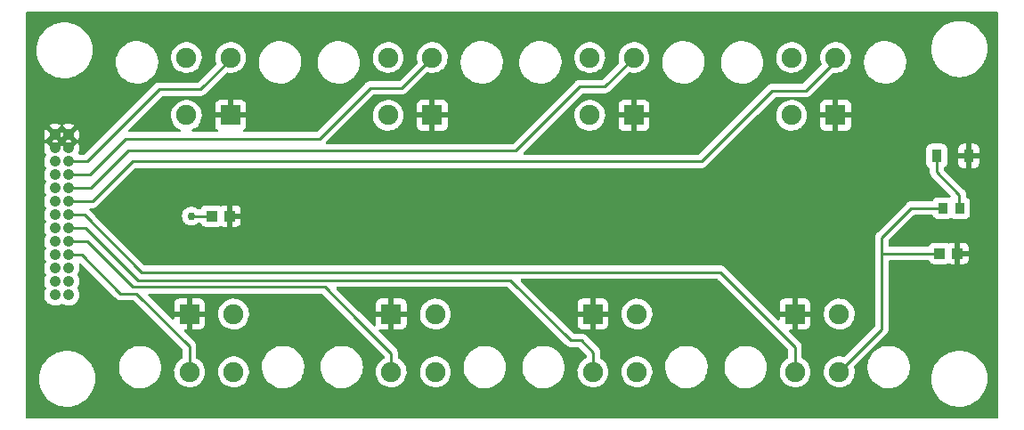
<source format=gbr>
%TF.GenerationSoftware,KiCad,Pcbnew,(6.0.6)*%
%TF.CreationDate,2022-07-02T11:07:41-07:00*%
%TF.ProjectId,PT Hub,50542048-7562-42e6-9b69-6361645f7063,v01*%
%TF.SameCoordinates,Original*%
%TF.FileFunction,Copper,L1,Top*%
%TF.FilePolarity,Positive*%
%FSLAX46Y46*%
G04 Gerber Fmt 4.6, Leading zero omitted, Abs format (unit mm)*
G04 Created by KiCad (PCBNEW (6.0.6)) date 2022-07-02 11:07:41*
%MOMM*%
%LPD*%
G01*
G04 APERTURE LIST*
%TA.AperFunction,SMDPad,CuDef*%
%ADD10R,1.100000X1.000000*%
%TD*%
%TA.AperFunction,ComponentPad*%
%ADD11R,1.900000X1.900000*%
%TD*%
%TA.AperFunction,ComponentPad*%
%ADD12C,1.900000*%
%TD*%
%TA.AperFunction,SMDPad,CuDef*%
%ADD13R,0.940000X1.020000*%
%TD*%
%TA.AperFunction,ComponentPad*%
%ADD14C,1.066800*%
%TD*%
%TA.AperFunction,SMDPad,CuDef*%
%ADD15R,0.965200X1.295400*%
%TD*%
%TA.AperFunction,ViaPad*%
%ADD16C,0.762000*%
%TD*%
%TA.AperFunction,Conductor*%
%ADD17C,0.254000*%
%TD*%
G04 APERTURE END LIST*
D10*
%TO.P,C2,1*%
%TO.N,5V*%
X160108000Y-121793000D03*
%TO.P,C2,2*%
%TO.N,Earth*%
X158408000Y-121793000D03*
%TD*%
D11*
%TO.P,P6,1,+12V*%
%TO.N,5V*%
X125425500Y-127560000D03*
D12*
%TO.P,P6,2,GND*%
%TO.N,PT6+*%
X129625499Y-127560000D03*
%TO.P,P6,3,3*%
%TO.N,PT6-*%
X125425500Y-133059999D03*
%TO.P,P6,4,4*%
%TO.N,Earth*%
X129625499Y-133059999D03*
%TD*%
D13*
%TO.P,R1,1*%
%TO.N,Earth*%
X158722000Y-117475000D03*
%TO.P,R1,2*%
%TO.N,Net-(D1-Pad1)*%
X160302000Y-117475000D03*
%TD*%
D14*
%TO.P,P1,1,1*%
%TO.N,5V*%
X74295000Y-110490000D03*
%TO.P,P1,2,2*%
X75565000Y-110490000D03*
%TO.P,P1,3,3*%
X74295000Y-111760000D03*
%TO.P,P1,4,4*%
X75565000Y-111760000D03*
%TO.P,P1,5,5*%
%TO.N,PT1+*%
X74295000Y-113030000D03*
%TO.P,P1,6,6*%
%TO.N,PT1-*%
X75565000Y-113030000D03*
%TO.P,P1,7,7*%
%TO.N,PT2+*%
X74295000Y-114300000D03*
%TO.P,P1,8,8*%
%TO.N,PT2-*%
X75565000Y-114300000D03*
%TO.P,P1,9,9*%
%TO.N,PT3+*%
X74295000Y-115570000D03*
%TO.P,P1,10,10*%
%TO.N,PT3-*%
X75565000Y-115570000D03*
%TO.P,P1,11,11*%
%TO.N,PT4+*%
X74295000Y-116840000D03*
%TO.P,P1,12,12*%
%TO.N,PT4-*%
X75565000Y-116840000D03*
%TO.P,P1,13,13*%
%TO.N,PT5+*%
X74295000Y-118110000D03*
%TO.P,P1,14,14*%
%TO.N,PT5-*%
X75565000Y-118110000D03*
%TO.P,P1,15,15*%
%TO.N,PT6+*%
X74295000Y-119380000D03*
%TO.P,P1,16,16*%
%TO.N,PT6-*%
X75565000Y-119380000D03*
%TO.P,P1,17,17*%
%TO.N,PT7+*%
X74295000Y-120650000D03*
%TO.P,P1,18,18*%
%TO.N,PT7-*%
X75565000Y-120650000D03*
%TO.P,P1,19,19*%
%TO.N,PT8+*%
X74295000Y-121920000D03*
%TO.P,P1,20,20*%
%TO.N,PT8-*%
X75565000Y-121920000D03*
%TO.P,P1,21,21*%
%TO.N,Earth*%
X74295000Y-123190000D03*
%TO.P,P1,22,22*%
X75565000Y-123190000D03*
%TO.P,P1,23,23*%
X74295000Y-124460000D03*
%TO.P,P1,24,24*%
X75565000Y-124460000D03*
%TO.P,P1,25,25*%
X74295000Y-125730000D03*
%TO.P,P1,26,26*%
X75565000Y-125730000D03*
%TD*%
D11*
%TO.P,P3,1,+12V*%
%TO.N,5V*%
X106248500Y-127560000D03*
D12*
%TO.P,P3,2,GND*%
%TO.N,PT7+*%
X110448499Y-127560000D03*
%TO.P,P3,3,3*%
%TO.N,PT7-*%
X106248500Y-133059999D03*
%TO.P,P3,4,4*%
%TO.N,Earth*%
X110448499Y-133059999D03*
%TD*%
D11*
%TO.P,P8,1,+12V*%
%TO.N,5V*%
X148513500Y-108660000D03*
D12*
%TO.P,P8,2,GND*%
%TO.N,PT4+*%
X144313501Y-108660000D03*
%TO.P,P8,3,3*%
%TO.N,PT4-*%
X148513500Y-103160001D03*
%TO.P,P8,4,4*%
%TO.N,Earth*%
X144313501Y-103160001D03*
%TD*%
D10*
%TO.P,C1,1*%
%TO.N,5V*%
X90893000Y-118237000D03*
%TO.P,C1,2*%
%TO.N,Earth*%
X89193000Y-118237000D03*
%TD*%
D11*
%TO.P,P2,1,+12V*%
%TO.N,5V*%
X144653000Y-127560000D03*
D12*
%TO.P,P2,2,GND*%
%TO.N,PT5+*%
X148852999Y-127560000D03*
%TO.P,P2,3,3*%
%TO.N,PT5-*%
X144653000Y-133059999D03*
%TO.P,P2,4,4*%
%TO.N,Earth*%
X148852999Y-133059999D03*
%TD*%
D15*
%TO.P,D1,1,1*%
%TO.N,Net-(D1-Pad1)*%
X158115000Y-112522000D03*
%TO.P,D1,2,2*%
%TO.N,5V*%
X161163000Y-112522000D03*
%TD*%
D11*
%TO.P,P5,1,+12V*%
%TO.N,5V*%
X129336501Y-108660000D03*
D12*
%TO.P,P5,2,GND*%
%TO.N,PT3+*%
X125136502Y-108660000D03*
%TO.P,P5,3,3*%
%TO.N,PT3-*%
X129336501Y-103160001D03*
%TO.P,P5,4,4*%
%TO.N,Earth*%
X125136502Y-103160001D03*
%TD*%
D11*
%TO.P,P4,1,+12V*%
%TO.N,5V*%
X90982495Y-108660006D03*
D12*
%TO.P,P4,2,GND*%
%TO.N,PT1+*%
X86782496Y-108660006D03*
%TO.P,P4,3,3*%
%TO.N,PT1-*%
X90982495Y-103160007D03*
%TO.P,P4,4,4*%
%TO.N,Earth*%
X86782496Y-103160007D03*
%TD*%
D11*
%TO.P,P7,1,+12V*%
%TO.N,5V*%
X110159501Y-108660000D03*
D12*
%TO.P,P7,2,GND*%
%TO.N,PT2+*%
X105959502Y-108660000D03*
%TO.P,P7,3,3*%
%TO.N,PT2-*%
X110159501Y-103160001D03*
%TO.P,P7,4,4*%
%TO.N,Earth*%
X105959502Y-103160001D03*
%TD*%
D11*
%TO.P,P9,1,+12V*%
%TO.N,5V*%
X87071500Y-127560000D03*
D12*
%TO.P,P9,2,GND*%
%TO.N,PT8+*%
X91271499Y-127560000D03*
%TO.P,P9,3,3*%
%TO.N,PT8-*%
X87071500Y-133059999D03*
%TO.P,P9,4,4*%
%TO.N,Earth*%
X91271499Y-133059999D03*
%TD*%
D16*
%TO.N,Earth*%
X87249000Y-118237000D03*
%TD*%
D17*
%TO.N,Earth*%
X89193000Y-118237000D02*
X87249000Y-118237000D01*
X148852999Y-133059999D02*
X152908000Y-129004998D01*
X158408000Y-121793000D02*
X153035000Y-121793000D01*
X155702000Y-117475000D02*
X152908000Y-120269000D01*
X152908000Y-129004998D02*
X152908000Y-121920000D01*
X153035000Y-121793000D02*
X152908000Y-121920000D01*
X158722000Y-117475000D02*
X155702000Y-117475000D01*
X152908000Y-121920000D02*
X152908000Y-120269000D01*
%TO.N,Net-(D1-Pad1)*%
X158115000Y-112522000D02*
X158115000Y-114046000D01*
X158115000Y-114046000D02*
X160274000Y-116205000D01*
X160274000Y-116205000D02*
X160274000Y-117348000D01*
%TO.N,PT1-*%
X88138000Y-106172000D02*
X91059000Y-103251000D01*
X77343000Y-113030000D02*
X84201000Y-106172000D01*
X84201000Y-106172000D02*
X88138000Y-106172000D01*
X75565000Y-113030000D02*
X77343000Y-113030000D01*
%TO.N,PT2-*%
X75565000Y-114300000D02*
X77597000Y-114300000D01*
X104267000Y-106045000D02*
X107188000Y-106045000D01*
X110159501Y-103160001D02*
X107274502Y-106045000D01*
X77597000Y-114300000D02*
X81026000Y-110871000D01*
X99441000Y-110871000D02*
X103759000Y-106553000D01*
X103759000Y-106553000D02*
X104267000Y-106045000D01*
X81026000Y-110871000D02*
X99441000Y-110871000D01*
X107274502Y-106045000D02*
X107188000Y-106045000D01*
%TO.N,PT3-*%
X118110000Y-112014000D02*
X124206000Y-105918000D01*
X129336501Y-103160001D02*
X126578502Y-105918000D01*
X117475000Y-112014000D02*
X118110000Y-112014000D01*
X124206000Y-105918000D02*
X126492000Y-105918000D01*
X126578502Y-105918000D02*
X126492000Y-105918000D01*
X94996000Y-112014000D02*
X117348000Y-112014000D01*
X117348000Y-112014000D02*
X117475000Y-112014000D01*
X75565000Y-115570000D02*
X77724000Y-115570000D01*
X81280000Y-112014000D02*
X94996000Y-112014000D01*
X77724000Y-115570000D02*
X81280000Y-112014000D01*
%TO.N,PT4-*%
X145669000Y-106299000D02*
X148463000Y-103505000D01*
X135763000Y-113030000D02*
X142494000Y-106299000D01*
X148463000Y-103505000D02*
X148463000Y-103124000D01*
X142494000Y-106299000D02*
X145669000Y-106299000D01*
X77724000Y-116840000D02*
X77851000Y-116840000D01*
X77851000Y-116840000D02*
X81534000Y-113157000D01*
X81661000Y-113030000D02*
X135763000Y-113030000D01*
X75565000Y-116840000D02*
X77724000Y-116840000D01*
X81534000Y-113157000D02*
X81661000Y-113030000D01*
%TO.N,PT5-*%
X144653000Y-130683000D02*
X144399000Y-130429000D01*
X75565000Y-118110000D02*
X77089000Y-118110000D01*
X137541000Y-123571000D02*
X144399000Y-130429000D01*
X82550000Y-123571000D02*
X137541000Y-123571000D01*
X77089000Y-118110000D02*
X82550000Y-123571000D01*
X144653000Y-133059999D02*
X144653000Y-130683000D01*
%TO.N,PT6-*%
X117602000Y-124333000D02*
X123317000Y-130048000D01*
X124333000Y-130048000D02*
X125476000Y-131191000D01*
X82169000Y-124333000D02*
X117602000Y-124333000D01*
X75565000Y-119380000D02*
X77216000Y-119380000D01*
X77216000Y-119380000D02*
X82169000Y-124333000D01*
X123317000Y-130048000D02*
X124333000Y-130048000D01*
X125476000Y-131191000D02*
X125476000Y-132842000D01*
%TO.N,PT7-*%
X106248500Y-133059999D02*
X106248500Y-131267500D01*
X99949000Y-124968000D02*
X103124000Y-128143000D01*
X75565000Y-120650000D02*
X77343000Y-120650000D01*
X106248500Y-131267500D02*
X103124000Y-128143000D01*
X81661000Y-124968000D02*
X99949000Y-124968000D01*
X77343000Y-120650000D02*
X81661000Y-124968000D01*
%TO.N,PT8-*%
X87071500Y-133059999D02*
X87071500Y-130886500D01*
X87071500Y-130632500D02*
X87071500Y-130886500D01*
X82042000Y-125603000D02*
X87071500Y-130632500D01*
X76835000Y-121920000D02*
X80518000Y-125603000D01*
X80518000Y-125603000D02*
X82042000Y-125603000D01*
X75565000Y-121920000D02*
X76835000Y-121920000D01*
%TD*%
%TA.AperFunction,Conductor*%
%TO.N,5V*%
G36*
X163898621Y-98826502D02*
G01*
X163945114Y-98880158D01*
X163956500Y-98932500D01*
X163956500Y-137363700D01*
X163936498Y-137431821D01*
X163882842Y-137478314D01*
X163830500Y-137489700D01*
X71627500Y-137489700D01*
X71559379Y-137469698D01*
X71512886Y-137416042D01*
X71501500Y-137363700D01*
X71501500Y-133777485D01*
X72774854Y-133777485D01*
X72775156Y-133781320D01*
X72793108Y-134009417D01*
X72800370Y-134101695D01*
X72865206Y-134420378D01*
X72968398Y-134728784D01*
X73108405Y-135022316D01*
X73283141Y-135296597D01*
X73285584Y-135299560D01*
X73285585Y-135299562D01*
X73435308Y-135481190D01*
X73490001Y-135547538D01*
X73725902Y-135771399D01*
X73987326Y-135964843D01*
X74128851Y-136044914D01*
X74267019Y-136123086D01*
X74267023Y-136123088D01*
X74270376Y-136124985D01*
X74570832Y-136249438D01*
X74674288Y-136278129D01*
X74880500Y-136335317D01*
X74880508Y-136335319D01*
X74884216Y-136336347D01*
X75205856Y-136384416D01*
X75209154Y-136384560D01*
X75320918Y-136389440D01*
X75320922Y-136389440D01*
X75322294Y-136389500D01*
X75520598Y-136389500D01*
X75762605Y-136374698D01*
X75766388Y-136373997D01*
X75766395Y-136373996D01*
X75966459Y-136336916D01*
X76082372Y-136315433D01*
X76291682Y-136249438D01*
X76388860Y-136218798D01*
X76388863Y-136218797D01*
X76392532Y-136217640D01*
X76396029Y-136216046D01*
X76396035Y-136216044D01*
X76684954Y-136084376D01*
X76684958Y-136084374D01*
X76688462Y-136082777D01*
X76965751Y-135912854D01*
X76968755Y-135910464D01*
X76968760Y-135910461D01*
X77093008Y-135811629D01*
X77220264Y-135710405D01*
X77222958Y-135707664D01*
X77222962Y-135707660D01*
X77445513Y-135481190D01*
X77445517Y-135481185D01*
X77448208Y-135478447D01*
X77646185Y-135220439D01*
X77811242Y-134940227D01*
X77940920Y-134641988D01*
X77955462Y-134592897D01*
X78018029Y-134381673D01*
X78033285Y-134330169D01*
X78086961Y-134009417D01*
X78101146Y-133684515D01*
X78084934Y-133478528D01*
X78075932Y-133364140D01*
X78075932Y-133364137D01*
X78075630Y-133360305D01*
X78010794Y-133041622D01*
X77907602Y-132733216D01*
X77810546Y-132529733D01*
X80359325Y-132529733D01*
X80359478Y-132534121D01*
X80359478Y-132534127D01*
X80368266Y-132785767D01*
X80369128Y-132810458D01*
X80369890Y-132814781D01*
X80369891Y-132814788D01*
X80393667Y-132949624D01*
X80417905Y-133087087D01*
X80419260Y-133091258D01*
X80419262Y-133091265D01*
X80491497Y-133313582D01*
X80504706Y-133354234D01*
X80627843Y-133606702D01*
X80630298Y-133610341D01*
X80630301Y-133610347D01*
X80782458Y-133835929D01*
X80782463Y-133835936D01*
X80784918Y-133839575D01*
X80972874Y-134048322D01*
X81064174Y-134124931D01*
X81184682Y-134226050D01*
X81184687Y-134226054D01*
X81188053Y-134228878D01*
X81426266Y-134377730D01*
X81682877Y-134491981D01*
X81952892Y-134569406D01*
X81957242Y-134570017D01*
X81957245Y-134570018D01*
X82060192Y-134584486D01*
X82231054Y-134608499D01*
X82441648Y-134608499D01*
X82443834Y-134608346D01*
X82443838Y-134608346D01*
X82647329Y-134594117D01*
X82647334Y-134594116D01*
X82651714Y-134593810D01*
X82926471Y-134535408D01*
X82930600Y-134533905D01*
X82930604Y-134533904D01*
X83186282Y-134440845D01*
X83186286Y-134440843D01*
X83190427Y-134439336D01*
X83194317Y-134437268D01*
X83194323Y-134437265D01*
X83434552Y-134309533D01*
X83434558Y-134309529D01*
X83438444Y-134307463D01*
X83442004Y-134304876D01*
X83442008Y-134304874D01*
X83662130Y-134144946D01*
X83662133Y-134144944D01*
X83665693Y-134142357D01*
X83760140Y-134051151D01*
X83864591Y-133950284D01*
X83864594Y-133950280D01*
X83867753Y-133947230D01*
X83889072Y-133919944D01*
X84037982Y-133729347D01*
X84040690Y-133725881D01*
X84116948Y-133593798D01*
X84178933Y-133486438D01*
X84178936Y-133486433D01*
X84181138Y-133482618D01*
X84182788Y-133478534D01*
X84182791Y-133478528D01*
X84284714Y-133226257D01*
X84286363Y-133222176D01*
X84308889Y-133131831D01*
X84353254Y-132953893D01*
X84353255Y-132953888D01*
X84354318Y-132949624D01*
X84367299Y-132826123D01*
X84383220Y-132674636D01*
X84383220Y-132674633D01*
X84383679Y-132670267D01*
X84380819Y-132588363D01*
X84374030Y-132393939D01*
X84374029Y-132393933D01*
X84373876Y-132389542D01*
X84370988Y-132373158D01*
X84334354Y-132165403D01*
X84325099Y-132112913D01*
X84323744Y-132108742D01*
X84323742Y-132108735D01*
X84239659Y-131849955D01*
X84238298Y-131845766D01*
X84235984Y-131841020D01*
X84139961Y-131644146D01*
X84115161Y-131593298D01*
X84112706Y-131589659D01*
X84112703Y-131589653D01*
X83960546Y-131364071D01*
X83960541Y-131364064D01*
X83958086Y-131360425D01*
X83770130Y-131151678D01*
X83662568Y-131061423D01*
X83558322Y-130973950D01*
X83558317Y-130973946D01*
X83554951Y-130971122D01*
X83316738Y-130822270D01*
X83088023Y-130720439D01*
X83064141Y-130709806D01*
X83064139Y-130709805D01*
X83060127Y-130708019D01*
X82861615Y-130651097D01*
X82794339Y-130631806D01*
X82794338Y-130631806D01*
X82790112Y-130630594D01*
X82785762Y-130629983D01*
X82785759Y-130629982D01*
X82682812Y-130615514D01*
X82511950Y-130591501D01*
X82301356Y-130591501D01*
X82299170Y-130591654D01*
X82299166Y-130591654D01*
X82095675Y-130605883D01*
X82095670Y-130605884D01*
X82091290Y-130606190D01*
X81816533Y-130664592D01*
X81812404Y-130666095D01*
X81812400Y-130666096D01*
X81556722Y-130759155D01*
X81556718Y-130759157D01*
X81552577Y-130760664D01*
X81548687Y-130762732D01*
X81548681Y-130762735D01*
X81308452Y-130890467D01*
X81308446Y-130890471D01*
X81304560Y-130892537D01*
X81301000Y-130895124D01*
X81300996Y-130895126D01*
X81113017Y-131031701D01*
X81077311Y-131057643D01*
X81074147Y-131060699D01*
X81074144Y-131060701D01*
X80878413Y-131249716D01*
X80878410Y-131249720D01*
X80875251Y-131252770D01*
X80872545Y-131256234D01*
X80872541Y-131256238D01*
X80788293Y-131364071D01*
X80702314Y-131474119D01*
X80660157Y-131547137D01*
X80564256Y-131713243D01*
X80561866Y-131717382D01*
X80560216Y-131721466D01*
X80560213Y-131721472D01*
X80519761Y-131821596D01*
X80456641Y-131977824D01*
X80455577Y-131982093D01*
X80455576Y-131982095D01*
X80390055Y-132244886D01*
X80388686Y-132250376D01*
X80388227Y-132254744D01*
X80388226Y-132254749D01*
X80359791Y-132525299D01*
X80359325Y-132529733D01*
X77810546Y-132529733D01*
X77767595Y-132439684D01*
X77592859Y-132165403D01*
X77590415Y-132162438D01*
X77388442Y-131917425D01*
X77388438Y-131917420D01*
X77385999Y-131914462D01*
X77150098Y-131690601D01*
X76888674Y-131497157D01*
X76683781Y-131381234D01*
X76608981Y-131338914D01*
X76608977Y-131338912D01*
X76605624Y-131337015D01*
X76305168Y-131212562D01*
X76170510Y-131175218D01*
X75995500Y-131126683D01*
X75995492Y-131126681D01*
X75991784Y-131125653D01*
X75670144Y-131077584D01*
X75666846Y-131077440D01*
X75555082Y-131072560D01*
X75555078Y-131072560D01*
X75553706Y-131072500D01*
X75355402Y-131072500D01*
X75113395Y-131087302D01*
X75109612Y-131088003D01*
X75109605Y-131088004D01*
X75000633Y-131108201D01*
X74793628Y-131146567D01*
X74609058Y-131204762D01*
X74487140Y-131243202D01*
X74487137Y-131243203D01*
X74483468Y-131244360D01*
X74479971Y-131245954D01*
X74479965Y-131245956D01*
X74191046Y-131377624D01*
X74191042Y-131377626D01*
X74187538Y-131379223D01*
X74184259Y-131381233D01*
X74184256Y-131381234D01*
X74023671Y-131479641D01*
X73910249Y-131549146D01*
X73907245Y-131551536D01*
X73907240Y-131551539D01*
X73801612Y-131635560D01*
X73655736Y-131751595D01*
X73653042Y-131754336D01*
X73653038Y-131754340D01*
X73430487Y-131980810D01*
X73430483Y-131980815D01*
X73427792Y-131983553D01*
X73229815Y-132241561D01*
X73064758Y-132521773D01*
X72935080Y-132820012D01*
X72933986Y-132823706D01*
X72933984Y-132823711D01*
X72896687Y-132949624D01*
X72842715Y-133131831D01*
X72789039Y-133452583D01*
X72774854Y-133777485D01*
X71501500Y-133777485D01*
X71501500Y-125715382D01*
X73248161Y-125715382D01*
X73265259Y-125918993D01*
X73266958Y-125924918D01*
X73319426Y-126107895D01*
X73321579Y-126115405D01*
X73324394Y-126120882D01*
X73324395Y-126120885D01*
X73395120Y-126258502D01*
X73414976Y-126297137D01*
X73418799Y-126301961D01*
X73418802Y-126301965D01*
X73461909Y-126356351D01*
X73541894Y-126457266D01*
X73546588Y-126461261D01*
X73660860Y-126558514D01*
X73697497Y-126589695D01*
X73875858Y-126689378D01*
X74070185Y-126752518D01*
X74273075Y-126776711D01*
X74279210Y-126776239D01*
X74279212Y-126776239D01*
X74470658Y-126761509D01*
X74470663Y-126761508D01*
X74476799Y-126761036D01*
X74482731Y-126759380D01*
X74482735Y-126759379D01*
X74552834Y-126739807D01*
X74673600Y-126706088D01*
X74679104Y-126703308D01*
X74679106Y-126703307D01*
X74850478Y-126616741D01*
X74850480Y-126616740D01*
X74855979Y-126613962D01*
X74860835Y-126610168D01*
X74864518Y-126607831D01*
X74932752Y-126588219D01*
X74993501Y-126604229D01*
X75063345Y-126643263D01*
X75145858Y-126689378D01*
X75340185Y-126752518D01*
X75543075Y-126776711D01*
X75549210Y-126776239D01*
X75549212Y-126776239D01*
X75740658Y-126761509D01*
X75740663Y-126761508D01*
X75746799Y-126761036D01*
X75752731Y-126759380D01*
X75752735Y-126759379D01*
X75822834Y-126739807D01*
X75943600Y-126706088D01*
X75949104Y-126703308D01*
X75949106Y-126703307D01*
X76120478Y-126616741D01*
X76120480Y-126616740D01*
X76125979Y-126613962D01*
X76286991Y-126488165D01*
X76291017Y-126483501D01*
X76291020Y-126483498D01*
X76416473Y-126338159D01*
X76416474Y-126338157D01*
X76420502Y-126333491D01*
X76521428Y-126155829D01*
X76585924Y-125961948D01*
X76604034Y-125818595D01*
X76611091Y-125762735D01*
X76611092Y-125762726D01*
X76611533Y-125759232D01*
X76611941Y-125730000D01*
X76592002Y-125526648D01*
X76532945Y-125331042D01*
X76437621Y-125151764D01*
X76423301Y-125082226D01*
X76439316Y-125030374D01*
X76518379Y-124891197D01*
X76518381Y-124891193D01*
X76521428Y-124885829D01*
X76585924Y-124691948D01*
X76592126Y-124642851D01*
X76611091Y-124492735D01*
X76611092Y-124492726D01*
X76611533Y-124489232D01*
X76611941Y-124460000D01*
X76592002Y-124256648D01*
X76582901Y-124226502D01*
X76534726Y-124066942D01*
X76532945Y-124061042D01*
X76437621Y-123881764D01*
X76423301Y-123812226D01*
X76439316Y-123760374D01*
X76518379Y-123621197D01*
X76518381Y-123621193D01*
X76521428Y-123615829D01*
X76585924Y-123421948D01*
X76592126Y-123372851D01*
X76611091Y-123222735D01*
X76611092Y-123222726D01*
X76611533Y-123219232D01*
X76611941Y-123190000D01*
X76592002Y-122986648D01*
X76588616Y-122975431D01*
X76559269Y-122878231D01*
X76558728Y-122807236D01*
X76596656Y-122747220D01*
X76661010Y-122717236D01*
X76731359Y-122726804D01*
X76768986Y-122752718D01*
X78437862Y-124421595D01*
X80012750Y-125996483D01*
X80020326Y-126004809D01*
X80024447Y-126011303D01*
X80030222Y-126016726D01*
X80074265Y-126058085D01*
X80077107Y-126060840D01*
X80096906Y-126080639D01*
X80100037Y-126083068D01*
X80100042Y-126083072D01*
X80100128Y-126083139D01*
X80109153Y-126090847D01*
X80119804Y-126100849D01*
X80141494Y-126121217D01*
X80148439Y-126125035D01*
X80148443Y-126125038D01*
X80159334Y-126131026D01*
X80175855Y-126141878D01*
X80191934Y-126154350D01*
X80232662Y-126171974D01*
X80243319Y-126177196D01*
X80275246Y-126194748D01*
X80275249Y-126194749D01*
X80282197Y-126198569D01*
X80301915Y-126203632D01*
X80320611Y-126210033D01*
X80339293Y-126218117D01*
X80347117Y-126219356D01*
X80347123Y-126219358D01*
X80383120Y-126225060D01*
X80394740Y-126227466D01*
X80430037Y-126236528D01*
X80437718Y-126238500D01*
X80458066Y-126238500D01*
X80477778Y-126240051D01*
X80497880Y-126243235D01*
X80542055Y-126239059D01*
X80553914Y-126238500D01*
X81726578Y-126238500D01*
X81794699Y-126258502D01*
X81815673Y-126275405D01*
X86399095Y-130858828D01*
X86433121Y-130921140D01*
X86436000Y-130947923D01*
X86436000Y-131669987D01*
X86415998Y-131738108D01*
X86368183Y-131781748D01*
X86291636Y-131821596D01*
X86287503Y-131824699D01*
X86287500Y-131824701D01*
X86103980Y-131962492D01*
X86099845Y-131965597D01*
X86096273Y-131969335D01*
X85954936Y-132117236D01*
X85934148Y-132138989D01*
X85931234Y-132143261D01*
X85931233Y-132143262D01*
X85915005Y-132167052D01*
X85798995Y-132337116D01*
X85752889Y-132436442D01*
X85711613Y-132525364D01*
X85698016Y-132554655D01*
X85633924Y-132785767D01*
X85608438Y-133024243D01*
X85608735Y-133029395D01*
X85608735Y-133029399D01*
X85613853Y-133118159D01*
X85622244Y-133263679D01*
X85623379Y-133268716D01*
X85623380Y-133268722D01*
X85672444Y-133486438D01*
X85674970Y-133497645D01*
X85765202Y-133719858D01*
X85890514Y-133924350D01*
X86047543Y-134105629D01*
X86232071Y-134258827D01*
X86439143Y-134379830D01*
X86663197Y-134465388D01*
X86668263Y-134466419D01*
X86668264Y-134466419D01*
X86724539Y-134477868D01*
X86898216Y-134513203D01*
X87033764Y-134518173D01*
X87132725Y-134521802D01*
X87132729Y-134521802D01*
X87137889Y-134521991D01*
X87143009Y-134521335D01*
X87143011Y-134521335D01*
X87370651Y-134492174D01*
X87370652Y-134492174D01*
X87375779Y-134491517D01*
X87459435Y-134466419D01*
X87600542Y-134424085D01*
X87600547Y-134424083D01*
X87605497Y-134422598D01*
X87820874Y-134317086D01*
X87825079Y-134314086D01*
X87825085Y-134314083D01*
X87941268Y-134231210D01*
X88016127Y-134177814D01*
X88186011Y-134008522D01*
X88232546Y-133943762D01*
X88322945Y-133817957D01*
X88325963Y-133813757D01*
X88341995Y-133781320D01*
X88429933Y-133603391D01*
X88429934Y-133603389D01*
X88432227Y-133598749D01*
X88501947Y-133369273D01*
X88533252Y-133131491D01*
X88534999Y-133059999D01*
X88532059Y-133024243D01*
X89808437Y-133024243D01*
X89808734Y-133029395D01*
X89808734Y-133029399D01*
X89813852Y-133118159D01*
X89822243Y-133263679D01*
X89823378Y-133268716D01*
X89823379Y-133268722D01*
X89872443Y-133486438D01*
X89874969Y-133497645D01*
X89965201Y-133719858D01*
X90090513Y-133924350D01*
X90247542Y-134105629D01*
X90432070Y-134258827D01*
X90639142Y-134379830D01*
X90863196Y-134465388D01*
X90868262Y-134466419D01*
X90868263Y-134466419D01*
X90924538Y-134477868D01*
X91098215Y-134513203D01*
X91233763Y-134518173D01*
X91332724Y-134521802D01*
X91332728Y-134521802D01*
X91337888Y-134521991D01*
X91343008Y-134521335D01*
X91343010Y-134521335D01*
X91570650Y-134492174D01*
X91570651Y-134492174D01*
X91575778Y-134491517D01*
X91659434Y-134466419D01*
X91800541Y-134424085D01*
X91800546Y-134424083D01*
X91805496Y-134422598D01*
X92020873Y-134317086D01*
X92025078Y-134314086D01*
X92025084Y-134314083D01*
X92141267Y-134231210D01*
X92216126Y-134177814D01*
X92386010Y-134008522D01*
X92432545Y-133943762D01*
X92522944Y-133817957D01*
X92525962Y-133813757D01*
X92541994Y-133781320D01*
X92629932Y-133603391D01*
X92629933Y-133603389D01*
X92632226Y-133598749D01*
X92701946Y-133369273D01*
X92733251Y-133131491D01*
X92734998Y-133059999D01*
X92725564Y-132945251D01*
X92715770Y-132826123D01*
X92715769Y-132826117D01*
X92715346Y-132820972D01*
X92656919Y-132588363D01*
X92654863Y-132583633D01*
X92654860Y-132583626D01*
X92631427Y-132529733D01*
X93959298Y-132529733D01*
X93959451Y-132534121D01*
X93959451Y-132534127D01*
X93968239Y-132785767D01*
X93969101Y-132810458D01*
X93969863Y-132814781D01*
X93969864Y-132814788D01*
X93993640Y-132949624D01*
X94017878Y-133087087D01*
X94019233Y-133091258D01*
X94019235Y-133091265D01*
X94091470Y-133313582D01*
X94104679Y-133354234D01*
X94227816Y-133606702D01*
X94230271Y-133610341D01*
X94230274Y-133610347D01*
X94382431Y-133835929D01*
X94382436Y-133835936D01*
X94384891Y-133839575D01*
X94572847Y-134048322D01*
X94664147Y-134124931D01*
X94784655Y-134226050D01*
X94784660Y-134226054D01*
X94788026Y-134228878D01*
X95026239Y-134377730D01*
X95282850Y-134491981D01*
X95552865Y-134569406D01*
X95557215Y-134570017D01*
X95557218Y-134570018D01*
X95660165Y-134584486D01*
X95831027Y-134608499D01*
X96041621Y-134608499D01*
X96043807Y-134608346D01*
X96043811Y-134608346D01*
X96247302Y-134594117D01*
X96247307Y-134594116D01*
X96251687Y-134593810D01*
X96526444Y-134535408D01*
X96530573Y-134533905D01*
X96530577Y-134533904D01*
X96786255Y-134440845D01*
X96786259Y-134440843D01*
X96790400Y-134439336D01*
X96794290Y-134437268D01*
X96794296Y-134437265D01*
X97034525Y-134309533D01*
X97034531Y-134309529D01*
X97038417Y-134307463D01*
X97041977Y-134304876D01*
X97041981Y-134304874D01*
X97262103Y-134144946D01*
X97262106Y-134144944D01*
X97265666Y-134142357D01*
X97360113Y-134051151D01*
X97464564Y-133950284D01*
X97464567Y-133950280D01*
X97467726Y-133947230D01*
X97489045Y-133919944D01*
X97637955Y-133729347D01*
X97640663Y-133725881D01*
X97716921Y-133593798D01*
X97778906Y-133486438D01*
X97778909Y-133486433D01*
X97781111Y-133482618D01*
X97782761Y-133478534D01*
X97782764Y-133478528D01*
X97884687Y-133226257D01*
X97886336Y-133222176D01*
X97908862Y-133131831D01*
X97953227Y-132953893D01*
X97953228Y-132953888D01*
X97954291Y-132949624D01*
X97967272Y-132826123D01*
X97983193Y-132674636D01*
X97983193Y-132674633D01*
X97983652Y-132670267D01*
X97980792Y-132588363D01*
X97978745Y-132529733D01*
X99536325Y-132529733D01*
X99536478Y-132534121D01*
X99536478Y-132534127D01*
X99545266Y-132785767D01*
X99546128Y-132810458D01*
X99546890Y-132814781D01*
X99546891Y-132814788D01*
X99570667Y-132949624D01*
X99594905Y-133087087D01*
X99596260Y-133091258D01*
X99596262Y-133091265D01*
X99668497Y-133313582D01*
X99681706Y-133354234D01*
X99804843Y-133606702D01*
X99807298Y-133610341D01*
X99807301Y-133610347D01*
X99959458Y-133835929D01*
X99959463Y-133835936D01*
X99961918Y-133839575D01*
X100149874Y-134048322D01*
X100241174Y-134124931D01*
X100361682Y-134226050D01*
X100361687Y-134226054D01*
X100365053Y-134228878D01*
X100603266Y-134377730D01*
X100859877Y-134491981D01*
X101129892Y-134569406D01*
X101134242Y-134570017D01*
X101134245Y-134570018D01*
X101237192Y-134584486D01*
X101408054Y-134608499D01*
X101618648Y-134608499D01*
X101620834Y-134608346D01*
X101620838Y-134608346D01*
X101824329Y-134594117D01*
X101824334Y-134594116D01*
X101828714Y-134593810D01*
X102103471Y-134535408D01*
X102107600Y-134533905D01*
X102107604Y-134533904D01*
X102363282Y-134440845D01*
X102363286Y-134440843D01*
X102367427Y-134439336D01*
X102371317Y-134437268D01*
X102371323Y-134437265D01*
X102611552Y-134309533D01*
X102611558Y-134309529D01*
X102615444Y-134307463D01*
X102619004Y-134304876D01*
X102619008Y-134304874D01*
X102839130Y-134144946D01*
X102839133Y-134144944D01*
X102842693Y-134142357D01*
X102937140Y-134051151D01*
X103041591Y-133950284D01*
X103041594Y-133950280D01*
X103044753Y-133947230D01*
X103066072Y-133919944D01*
X103214982Y-133729347D01*
X103217690Y-133725881D01*
X103293948Y-133593798D01*
X103355933Y-133486438D01*
X103355936Y-133486433D01*
X103358138Y-133482618D01*
X103359788Y-133478534D01*
X103359791Y-133478528D01*
X103461714Y-133226257D01*
X103463363Y-133222176D01*
X103485889Y-133131831D01*
X103530254Y-132953893D01*
X103530255Y-132953888D01*
X103531318Y-132949624D01*
X103544299Y-132826123D01*
X103560220Y-132674636D01*
X103560220Y-132674633D01*
X103560679Y-132670267D01*
X103557819Y-132588363D01*
X103551030Y-132393939D01*
X103551029Y-132393933D01*
X103550876Y-132389542D01*
X103547988Y-132373158D01*
X103511354Y-132165403D01*
X103502099Y-132112913D01*
X103500744Y-132108742D01*
X103500742Y-132108735D01*
X103416659Y-131849955D01*
X103415298Y-131845766D01*
X103412984Y-131841020D01*
X103316961Y-131644146D01*
X103292161Y-131593298D01*
X103289706Y-131589659D01*
X103289703Y-131589653D01*
X103137546Y-131364071D01*
X103137541Y-131364064D01*
X103135086Y-131360425D01*
X102947130Y-131151678D01*
X102839568Y-131061423D01*
X102735322Y-130973950D01*
X102735317Y-130973946D01*
X102731951Y-130971122D01*
X102493738Y-130822270D01*
X102265023Y-130720439D01*
X102241141Y-130709806D01*
X102241139Y-130709805D01*
X102237127Y-130708019D01*
X102038615Y-130651097D01*
X101971339Y-130631806D01*
X101971338Y-130631806D01*
X101967112Y-130630594D01*
X101962762Y-130629983D01*
X101962759Y-130629982D01*
X101859812Y-130615514D01*
X101688950Y-130591501D01*
X101478356Y-130591501D01*
X101476170Y-130591654D01*
X101476166Y-130591654D01*
X101272675Y-130605883D01*
X101272670Y-130605884D01*
X101268290Y-130606190D01*
X100993533Y-130664592D01*
X100989404Y-130666095D01*
X100989400Y-130666096D01*
X100733722Y-130759155D01*
X100733718Y-130759157D01*
X100729577Y-130760664D01*
X100725687Y-130762732D01*
X100725681Y-130762735D01*
X100485452Y-130890467D01*
X100485446Y-130890471D01*
X100481560Y-130892537D01*
X100478000Y-130895124D01*
X100477996Y-130895126D01*
X100290017Y-131031701D01*
X100254311Y-131057643D01*
X100251147Y-131060699D01*
X100251144Y-131060701D01*
X100055413Y-131249716D01*
X100055410Y-131249720D01*
X100052251Y-131252770D01*
X100049545Y-131256234D01*
X100049541Y-131256238D01*
X99965293Y-131364071D01*
X99879314Y-131474119D01*
X99837157Y-131547137D01*
X99741256Y-131713243D01*
X99738866Y-131717382D01*
X99737216Y-131721466D01*
X99737213Y-131721472D01*
X99696761Y-131821596D01*
X99633641Y-131977824D01*
X99632577Y-131982093D01*
X99632576Y-131982095D01*
X99567055Y-132244886D01*
X99565686Y-132250376D01*
X99565227Y-132254744D01*
X99565226Y-132254749D01*
X99536791Y-132525299D01*
X99536325Y-132529733D01*
X97978745Y-132529733D01*
X97974003Y-132393939D01*
X97974002Y-132393933D01*
X97973849Y-132389542D01*
X97970961Y-132373158D01*
X97934327Y-132165403D01*
X97925072Y-132112913D01*
X97923717Y-132108742D01*
X97923715Y-132108735D01*
X97839632Y-131849955D01*
X97838271Y-131845766D01*
X97835957Y-131841020D01*
X97739934Y-131644146D01*
X97715134Y-131593298D01*
X97712679Y-131589659D01*
X97712676Y-131589653D01*
X97560519Y-131364071D01*
X97560514Y-131364064D01*
X97558059Y-131360425D01*
X97370103Y-131151678D01*
X97262541Y-131061423D01*
X97158295Y-130973950D01*
X97158290Y-130973946D01*
X97154924Y-130971122D01*
X96916711Y-130822270D01*
X96687996Y-130720439D01*
X96664114Y-130709806D01*
X96664112Y-130709805D01*
X96660100Y-130708019D01*
X96461588Y-130651097D01*
X96394312Y-130631806D01*
X96394311Y-130631806D01*
X96390085Y-130630594D01*
X96385735Y-130629983D01*
X96385732Y-130629982D01*
X96282785Y-130615514D01*
X96111923Y-130591501D01*
X95901329Y-130591501D01*
X95899143Y-130591654D01*
X95899139Y-130591654D01*
X95695648Y-130605883D01*
X95695643Y-130605884D01*
X95691263Y-130606190D01*
X95416506Y-130664592D01*
X95412377Y-130666095D01*
X95412373Y-130666096D01*
X95156695Y-130759155D01*
X95156691Y-130759157D01*
X95152550Y-130760664D01*
X95148660Y-130762732D01*
X95148654Y-130762735D01*
X94908425Y-130890467D01*
X94908419Y-130890471D01*
X94904533Y-130892537D01*
X94900973Y-130895124D01*
X94900969Y-130895126D01*
X94712990Y-131031701D01*
X94677284Y-131057643D01*
X94674120Y-131060699D01*
X94674117Y-131060701D01*
X94478386Y-131249716D01*
X94478383Y-131249720D01*
X94475224Y-131252770D01*
X94472518Y-131256234D01*
X94472514Y-131256238D01*
X94388266Y-131364071D01*
X94302287Y-131474119D01*
X94260130Y-131547137D01*
X94164229Y-131713243D01*
X94161839Y-131717382D01*
X94160189Y-131721466D01*
X94160186Y-131721472D01*
X94119734Y-131821596D01*
X94056614Y-131977824D01*
X94055550Y-131982093D01*
X94055549Y-131982095D01*
X93990028Y-132244886D01*
X93988659Y-132250376D01*
X93988200Y-132254744D01*
X93988199Y-132254749D01*
X93959764Y-132525299D01*
X93959298Y-132529733D01*
X92631427Y-132529733D01*
X92563346Y-132373158D01*
X92563344Y-132373155D01*
X92561286Y-132368421D01*
X92544073Y-132341813D01*
X92433824Y-132171395D01*
X92433822Y-132171392D01*
X92431014Y-132167052D01*
X92402079Y-132135252D01*
X92273081Y-131993486D01*
X92273079Y-131993485D01*
X92269603Y-131989664D01*
X92265552Y-131986465D01*
X92265548Y-131986461D01*
X92130586Y-131879875D01*
X92081387Y-131841020D01*
X91871421Y-131725112D01*
X91687819Y-131660095D01*
X91650219Y-131646780D01*
X91650215Y-131646779D01*
X91645344Y-131645054D01*
X91640251Y-131644147D01*
X91640248Y-131644146D01*
X91414315Y-131603901D01*
X91414309Y-131603900D01*
X91409226Y-131602995D01*
X91321959Y-131601929D01*
X91174580Y-131600128D01*
X91174578Y-131600128D01*
X91169410Y-131600065D01*
X90932336Y-131636342D01*
X90704370Y-131710853D01*
X90491635Y-131821596D01*
X90487502Y-131824699D01*
X90487499Y-131824701D01*
X90303979Y-131962492D01*
X90299844Y-131965597D01*
X90296272Y-131969335D01*
X90154935Y-132117236D01*
X90134147Y-132138989D01*
X90131233Y-132143261D01*
X90131232Y-132143262D01*
X90115004Y-132167052D01*
X89998994Y-132337116D01*
X89952888Y-132436442D01*
X89911612Y-132525364D01*
X89898015Y-132554655D01*
X89833923Y-132785767D01*
X89808437Y-133024243D01*
X88532059Y-133024243D01*
X88525565Y-132945251D01*
X88515771Y-132826123D01*
X88515770Y-132826117D01*
X88515347Y-132820972D01*
X88456920Y-132588363D01*
X88454864Y-132583633D01*
X88454861Y-132583626D01*
X88363347Y-132373158D01*
X88363345Y-132373155D01*
X88361287Y-132368421D01*
X88344074Y-132341813D01*
X88233825Y-132171395D01*
X88233823Y-132171392D01*
X88231015Y-132167052D01*
X88202080Y-132135252D01*
X88073082Y-131993486D01*
X88073080Y-131993485D01*
X88069604Y-131989664D01*
X88065553Y-131986465D01*
X88065549Y-131986461D01*
X87930587Y-131879875D01*
X87881388Y-131841020D01*
X87772105Y-131780692D01*
X87722136Y-131730261D01*
X87707000Y-131670385D01*
X87707000Y-130711520D01*
X87707530Y-130700286D01*
X87709208Y-130692781D01*
X87707062Y-130624488D01*
X87707000Y-130620531D01*
X87707000Y-130592517D01*
X87706492Y-130588496D01*
X87705558Y-130576644D01*
X87705138Y-130563252D01*
X87704165Y-130532295D01*
X87698487Y-130512751D01*
X87694477Y-130493388D01*
X87692920Y-130481060D01*
X87692920Y-130481058D01*
X87691927Y-130473201D01*
X87689011Y-130465837D01*
X87689010Y-130465832D01*
X87675593Y-130431944D01*
X87671748Y-130420715D01*
X87661581Y-130385722D01*
X87659369Y-130378107D01*
X87655330Y-130371277D01*
X87649012Y-130360594D01*
X87640312Y-130342836D01*
X87635739Y-130331285D01*
X87635735Y-130331279D01*
X87632819Y-130323912D01*
X87606734Y-130288009D01*
X87600219Y-130278090D01*
X87581674Y-130246732D01*
X87581671Y-130246728D01*
X87577634Y-130239902D01*
X87563250Y-130225518D01*
X87550409Y-130210484D01*
X87543102Y-130200427D01*
X87538442Y-130194013D01*
X87504244Y-130165722D01*
X87495465Y-130157733D01*
X86570827Y-129233095D01*
X86536801Y-129170783D01*
X86541866Y-129099968D01*
X86584413Y-129043132D01*
X86650933Y-129018321D01*
X86659922Y-129018000D01*
X86799385Y-129018000D01*
X86814624Y-129013525D01*
X86815829Y-129012135D01*
X86817500Y-129004452D01*
X86817500Y-128999884D01*
X87325500Y-128999884D01*
X87329975Y-129015123D01*
X87331365Y-129016328D01*
X87339048Y-129017999D01*
X88066169Y-129017999D01*
X88072990Y-129017629D01*
X88123852Y-129012105D01*
X88139104Y-129008479D01*
X88259554Y-128963324D01*
X88275149Y-128954786D01*
X88377224Y-128878285D01*
X88389785Y-128865724D01*
X88466286Y-128763649D01*
X88474824Y-128748054D01*
X88519978Y-128627606D01*
X88523605Y-128612351D01*
X88529131Y-128561486D01*
X88529500Y-128554672D01*
X88529500Y-127832115D01*
X88525025Y-127816876D01*
X88523635Y-127815671D01*
X88515952Y-127814000D01*
X87343615Y-127814000D01*
X87328376Y-127818475D01*
X87327171Y-127819865D01*
X87325500Y-127827548D01*
X87325500Y-128999884D01*
X86817500Y-128999884D01*
X86817500Y-127832115D01*
X86813025Y-127816876D01*
X86811635Y-127815671D01*
X86803952Y-127814000D01*
X85631616Y-127814000D01*
X85616377Y-127818475D01*
X85615172Y-127819865D01*
X85613501Y-127827548D01*
X85613501Y-127971578D01*
X85593499Y-128039699D01*
X85539843Y-128086192D01*
X85469569Y-128096296D01*
X85404989Y-128066802D01*
X85398406Y-128060673D01*
X84861977Y-127524244D01*
X89808437Y-127524244D01*
X89822243Y-127763680D01*
X89823378Y-127768717D01*
X89823379Y-127768723D01*
X89836636Y-127827548D01*
X89874969Y-127997646D01*
X89965201Y-128219859D01*
X90090513Y-128424351D01*
X90247542Y-128605630D01*
X90348654Y-128689575D01*
X90411518Y-128741765D01*
X90432070Y-128758828D01*
X90639142Y-128879831D01*
X90863196Y-128965389D01*
X90868262Y-128966420D01*
X90868263Y-128966420D01*
X90910578Y-128975029D01*
X91098215Y-129013204D01*
X91233763Y-129018174D01*
X91332724Y-129021803D01*
X91332728Y-129021803D01*
X91337888Y-129021992D01*
X91343008Y-129021336D01*
X91343010Y-129021336D01*
X91570650Y-128992175D01*
X91570651Y-128992175D01*
X91575778Y-128991518D01*
X91580728Y-128990033D01*
X91800541Y-128924086D01*
X91800546Y-128924084D01*
X91805496Y-128922599D01*
X92020873Y-128817087D01*
X92025078Y-128814087D01*
X92025084Y-128814084D01*
X92126471Y-128741765D01*
X92216126Y-128677815D01*
X92386010Y-128508523D01*
X92525962Y-128313758D01*
X92574739Y-128215067D01*
X92629932Y-128103392D01*
X92629933Y-128103390D01*
X92632226Y-128098750D01*
X92701946Y-127869274D01*
X92733251Y-127631492D01*
X92734998Y-127560000D01*
X92728500Y-127480970D01*
X92715770Y-127326124D01*
X92715769Y-127326118D01*
X92715346Y-127320973D01*
X92656919Y-127088364D01*
X92654863Y-127083634D01*
X92654860Y-127083627D01*
X92563346Y-126873159D01*
X92563344Y-126873156D01*
X92561286Y-126868422D01*
X92544073Y-126841814D01*
X92433824Y-126671396D01*
X92433822Y-126671393D01*
X92431014Y-126667053D01*
X92402079Y-126635253D01*
X92273081Y-126493487D01*
X92273079Y-126493486D01*
X92269603Y-126489665D01*
X92265552Y-126486466D01*
X92265548Y-126486462D01*
X92085445Y-126344226D01*
X92081387Y-126341021D01*
X91871421Y-126225113D01*
X91748957Y-126181746D01*
X91650219Y-126146781D01*
X91650215Y-126146780D01*
X91645344Y-126145055D01*
X91640251Y-126144148D01*
X91640248Y-126144147D01*
X91414315Y-126103902D01*
X91414309Y-126103901D01*
X91409226Y-126102996D01*
X91321959Y-126101930D01*
X91174580Y-126100129D01*
X91174578Y-126100129D01*
X91169410Y-126100066D01*
X90932336Y-126136343D01*
X90704370Y-126210854D01*
X90491635Y-126321597D01*
X90487502Y-126324700D01*
X90487499Y-126324702D01*
X90317375Y-126452435D01*
X90299844Y-126465598D01*
X90296272Y-126469336D01*
X90155409Y-126616741D01*
X90134147Y-126638990D01*
X90131233Y-126643262D01*
X90131232Y-126643263D01*
X90101825Y-126686372D01*
X89998994Y-126837117D01*
X89898015Y-127054656D01*
X89833923Y-127285768D01*
X89808437Y-127524244D01*
X84861977Y-127524244D01*
X84625618Y-127287885D01*
X85613500Y-127287885D01*
X85617975Y-127303124D01*
X85619365Y-127304329D01*
X85627048Y-127306000D01*
X86799385Y-127306000D01*
X86814624Y-127301525D01*
X86815829Y-127300135D01*
X86817500Y-127292452D01*
X86817500Y-127287885D01*
X87325500Y-127287885D01*
X87329975Y-127303124D01*
X87331365Y-127304329D01*
X87339048Y-127306000D01*
X88511384Y-127306000D01*
X88526623Y-127301525D01*
X88527828Y-127300135D01*
X88529499Y-127292452D01*
X88529499Y-126565331D01*
X88529129Y-126558510D01*
X88523605Y-126507648D01*
X88519979Y-126492396D01*
X88474824Y-126371946D01*
X88466286Y-126356351D01*
X88389785Y-126254276D01*
X88377224Y-126241715D01*
X88275149Y-126165214D01*
X88259554Y-126156676D01*
X88139106Y-126111522D01*
X88123851Y-126107895D01*
X88072986Y-126102369D01*
X88066172Y-126102000D01*
X87343615Y-126102000D01*
X87328376Y-126106475D01*
X87327171Y-126107865D01*
X87325500Y-126115548D01*
X87325500Y-127287885D01*
X86817500Y-127287885D01*
X86817500Y-126120116D01*
X86813025Y-126104877D01*
X86811635Y-126103672D01*
X86803952Y-126102001D01*
X86076831Y-126102001D01*
X86070010Y-126102371D01*
X86019148Y-126107895D01*
X86003896Y-126111521D01*
X85883446Y-126156676D01*
X85867851Y-126165214D01*
X85765776Y-126241715D01*
X85753215Y-126254276D01*
X85676714Y-126356351D01*
X85668176Y-126371946D01*
X85623022Y-126492394D01*
X85619395Y-126507649D01*
X85613869Y-126558514D01*
X85613500Y-126565328D01*
X85613500Y-127287885D01*
X84625618Y-127287885D01*
X83156328Y-125818595D01*
X83122302Y-125756283D01*
X83127367Y-125685468D01*
X83169914Y-125628632D01*
X83236434Y-125603821D01*
X83245423Y-125603500D01*
X99633578Y-125603500D01*
X99701699Y-125623502D01*
X99722673Y-125640405D01*
X102702906Y-128620639D01*
X102702909Y-128620641D01*
X105576095Y-131493827D01*
X105610121Y-131556139D01*
X105613000Y-131582922D01*
X105613000Y-131669987D01*
X105592998Y-131738108D01*
X105545183Y-131781748D01*
X105468636Y-131821596D01*
X105464503Y-131824699D01*
X105464500Y-131824701D01*
X105280980Y-131962492D01*
X105276845Y-131965597D01*
X105273273Y-131969335D01*
X105131936Y-132117236D01*
X105111148Y-132138989D01*
X105108234Y-132143261D01*
X105108233Y-132143262D01*
X105092005Y-132167052D01*
X104975995Y-132337116D01*
X104929889Y-132436442D01*
X104888613Y-132525364D01*
X104875016Y-132554655D01*
X104810924Y-132785767D01*
X104785438Y-133024243D01*
X104785735Y-133029395D01*
X104785735Y-133029399D01*
X104790853Y-133118159D01*
X104799244Y-133263679D01*
X104800379Y-133268716D01*
X104800380Y-133268722D01*
X104849444Y-133486438D01*
X104851970Y-133497645D01*
X104942202Y-133719858D01*
X105067514Y-133924350D01*
X105224543Y-134105629D01*
X105409071Y-134258827D01*
X105616143Y-134379830D01*
X105840197Y-134465388D01*
X105845263Y-134466419D01*
X105845264Y-134466419D01*
X105901539Y-134477868D01*
X106075216Y-134513203D01*
X106210764Y-134518173D01*
X106309725Y-134521802D01*
X106309729Y-134521802D01*
X106314889Y-134521991D01*
X106320009Y-134521335D01*
X106320011Y-134521335D01*
X106547651Y-134492174D01*
X106547652Y-134492174D01*
X106552779Y-134491517D01*
X106636435Y-134466419D01*
X106777542Y-134424085D01*
X106777547Y-134424083D01*
X106782497Y-134422598D01*
X106997874Y-134317086D01*
X107002079Y-134314086D01*
X107002085Y-134314083D01*
X107118268Y-134231210D01*
X107193127Y-134177814D01*
X107363011Y-134008522D01*
X107409546Y-133943762D01*
X107499945Y-133817957D01*
X107502963Y-133813757D01*
X107518995Y-133781320D01*
X107606933Y-133603391D01*
X107606934Y-133603389D01*
X107609227Y-133598749D01*
X107678947Y-133369273D01*
X107710252Y-133131491D01*
X107711999Y-133059999D01*
X107709059Y-133024243D01*
X108985437Y-133024243D01*
X108985734Y-133029395D01*
X108985734Y-133029399D01*
X108990852Y-133118159D01*
X108999243Y-133263679D01*
X109000378Y-133268716D01*
X109000379Y-133268722D01*
X109049443Y-133486438D01*
X109051969Y-133497645D01*
X109142201Y-133719858D01*
X109267513Y-133924350D01*
X109424542Y-134105629D01*
X109609070Y-134258827D01*
X109816142Y-134379830D01*
X110040196Y-134465388D01*
X110045262Y-134466419D01*
X110045263Y-134466419D01*
X110101538Y-134477868D01*
X110275215Y-134513203D01*
X110410763Y-134518173D01*
X110509724Y-134521802D01*
X110509728Y-134521802D01*
X110514888Y-134521991D01*
X110520008Y-134521335D01*
X110520010Y-134521335D01*
X110747650Y-134492174D01*
X110747651Y-134492174D01*
X110752778Y-134491517D01*
X110836434Y-134466419D01*
X110977541Y-134424085D01*
X110977546Y-134424083D01*
X110982496Y-134422598D01*
X111197873Y-134317086D01*
X111202078Y-134314086D01*
X111202084Y-134314083D01*
X111318267Y-134231210D01*
X111393126Y-134177814D01*
X111563010Y-134008522D01*
X111609545Y-133943762D01*
X111699944Y-133817957D01*
X111702962Y-133813757D01*
X111718994Y-133781320D01*
X111806932Y-133603391D01*
X111806933Y-133603389D01*
X111809226Y-133598749D01*
X111878946Y-133369273D01*
X111910251Y-133131491D01*
X111911998Y-133059999D01*
X111902564Y-132945251D01*
X111892770Y-132826123D01*
X111892769Y-132826117D01*
X111892346Y-132820972D01*
X111833919Y-132588363D01*
X111831863Y-132583633D01*
X111831860Y-132583626D01*
X111808427Y-132529733D01*
X113136298Y-132529733D01*
X113136451Y-132534121D01*
X113136451Y-132534127D01*
X113145239Y-132785767D01*
X113146101Y-132810458D01*
X113146863Y-132814781D01*
X113146864Y-132814788D01*
X113170640Y-132949624D01*
X113194878Y-133087087D01*
X113196233Y-133091258D01*
X113196235Y-133091265D01*
X113268470Y-133313582D01*
X113281679Y-133354234D01*
X113404816Y-133606702D01*
X113407271Y-133610341D01*
X113407274Y-133610347D01*
X113559431Y-133835929D01*
X113559436Y-133835936D01*
X113561891Y-133839575D01*
X113749847Y-134048322D01*
X113841147Y-134124931D01*
X113961655Y-134226050D01*
X113961660Y-134226054D01*
X113965026Y-134228878D01*
X114203239Y-134377730D01*
X114459850Y-134491981D01*
X114729865Y-134569406D01*
X114734215Y-134570017D01*
X114734218Y-134570018D01*
X114837165Y-134584486D01*
X115008027Y-134608499D01*
X115218621Y-134608499D01*
X115220807Y-134608346D01*
X115220811Y-134608346D01*
X115424302Y-134594117D01*
X115424307Y-134594116D01*
X115428687Y-134593810D01*
X115703444Y-134535408D01*
X115707573Y-134533905D01*
X115707577Y-134533904D01*
X115963255Y-134440845D01*
X115963259Y-134440843D01*
X115967400Y-134439336D01*
X115971290Y-134437268D01*
X115971296Y-134437265D01*
X116211525Y-134309533D01*
X116211531Y-134309529D01*
X116215417Y-134307463D01*
X116218977Y-134304876D01*
X116218981Y-134304874D01*
X116439103Y-134144946D01*
X116439106Y-134144944D01*
X116442666Y-134142357D01*
X116537113Y-134051151D01*
X116641564Y-133950284D01*
X116641567Y-133950280D01*
X116644726Y-133947230D01*
X116666045Y-133919944D01*
X116814955Y-133729347D01*
X116817663Y-133725881D01*
X116893921Y-133593798D01*
X116955906Y-133486438D01*
X116955909Y-133486433D01*
X116958111Y-133482618D01*
X116959761Y-133478534D01*
X116959764Y-133478528D01*
X117061687Y-133226257D01*
X117063336Y-133222176D01*
X117085862Y-133131831D01*
X117130227Y-132953893D01*
X117130228Y-132953888D01*
X117131291Y-132949624D01*
X117144272Y-132826123D01*
X117160193Y-132674636D01*
X117160193Y-132674633D01*
X117160652Y-132670267D01*
X117157792Y-132588363D01*
X117155745Y-132529733D01*
X118713325Y-132529733D01*
X118713478Y-132534121D01*
X118713478Y-132534127D01*
X118722266Y-132785767D01*
X118723128Y-132810458D01*
X118723890Y-132814781D01*
X118723891Y-132814788D01*
X118747667Y-132949624D01*
X118771905Y-133087087D01*
X118773260Y-133091258D01*
X118773262Y-133091265D01*
X118845497Y-133313582D01*
X118858706Y-133354234D01*
X118981843Y-133606702D01*
X118984298Y-133610341D01*
X118984301Y-133610347D01*
X119136458Y-133835929D01*
X119136463Y-133835936D01*
X119138918Y-133839575D01*
X119326874Y-134048322D01*
X119418174Y-134124931D01*
X119538682Y-134226050D01*
X119538687Y-134226054D01*
X119542053Y-134228878D01*
X119780266Y-134377730D01*
X120036877Y-134491981D01*
X120306892Y-134569406D01*
X120311242Y-134570017D01*
X120311245Y-134570018D01*
X120414192Y-134584486D01*
X120585054Y-134608499D01*
X120795648Y-134608499D01*
X120797834Y-134608346D01*
X120797838Y-134608346D01*
X121001329Y-134594117D01*
X121001334Y-134594116D01*
X121005714Y-134593810D01*
X121280471Y-134535408D01*
X121284600Y-134533905D01*
X121284604Y-134533904D01*
X121540282Y-134440845D01*
X121540286Y-134440843D01*
X121544427Y-134439336D01*
X121548317Y-134437268D01*
X121548323Y-134437265D01*
X121788552Y-134309533D01*
X121788558Y-134309529D01*
X121792444Y-134307463D01*
X121796004Y-134304876D01*
X121796008Y-134304874D01*
X122016130Y-134144946D01*
X122016133Y-134144944D01*
X122019693Y-134142357D01*
X122114140Y-134051151D01*
X122218591Y-133950284D01*
X122218594Y-133950280D01*
X122221753Y-133947230D01*
X122243072Y-133919944D01*
X122391982Y-133729347D01*
X122394690Y-133725881D01*
X122470948Y-133593798D01*
X122532933Y-133486438D01*
X122532936Y-133486433D01*
X122535138Y-133482618D01*
X122536788Y-133478534D01*
X122536791Y-133478528D01*
X122638714Y-133226257D01*
X122640363Y-133222176D01*
X122662889Y-133131831D01*
X122707254Y-132953893D01*
X122707255Y-132953888D01*
X122708318Y-132949624D01*
X122721299Y-132826123D01*
X122737220Y-132674636D01*
X122737220Y-132674633D01*
X122737679Y-132670267D01*
X122734819Y-132588363D01*
X122728030Y-132393939D01*
X122728029Y-132393933D01*
X122727876Y-132389542D01*
X122724988Y-132373158D01*
X122688354Y-132165403D01*
X122679099Y-132112913D01*
X122677744Y-132108742D01*
X122677742Y-132108735D01*
X122593659Y-131849955D01*
X122592298Y-131845766D01*
X122589984Y-131841020D01*
X122493961Y-131644146D01*
X122469161Y-131593298D01*
X122466706Y-131589659D01*
X122466703Y-131589653D01*
X122314546Y-131364071D01*
X122314541Y-131364064D01*
X122312086Y-131360425D01*
X122124130Y-131151678D01*
X122016568Y-131061423D01*
X121912322Y-130973950D01*
X121912317Y-130973946D01*
X121908951Y-130971122D01*
X121670738Y-130822270D01*
X121442023Y-130720439D01*
X121418141Y-130709806D01*
X121418139Y-130709805D01*
X121414127Y-130708019D01*
X121215615Y-130651097D01*
X121148339Y-130631806D01*
X121148338Y-130631806D01*
X121144112Y-130630594D01*
X121139762Y-130629983D01*
X121139759Y-130629982D01*
X121036812Y-130615514D01*
X120865950Y-130591501D01*
X120655356Y-130591501D01*
X120653170Y-130591654D01*
X120653166Y-130591654D01*
X120449675Y-130605883D01*
X120449670Y-130605884D01*
X120445290Y-130606190D01*
X120170533Y-130664592D01*
X120166404Y-130666095D01*
X120166400Y-130666096D01*
X119910722Y-130759155D01*
X119910718Y-130759157D01*
X119906577Y-130760664D01*
X119902687Y-130762732D01*
X119902681Y-130762735D01*
X119662452Y-130890467D01*
X119662446Y-130890471D01*
X119658560Y-130892537D01*
X119655000Y-130895124D01*
X119654996Y-130895126D01*
X119467017Y-131031701D01*
X119431311Y-131057643D01*
X119428147Y-131060699D01*
X119428144Y-131060701D01*
X119232413Y-131249716D01*
X119232410Y-131249720D01*
X119229251Y-131252770D01*
X119226545Y-131256234D01*
X119226541Y-131256238D01*
X119142293Y-131364071D01*
X119056314Y-131474119D01*
X119014157Y-131547137D01*
X118918256Y-131713243D01*
X118915866Y-131717382D01*
X118914216Y-131721466D01*
X118914213Y-131721472D01*
X118873761Y-131821596D01*
X118810641Y-131977824D01*
X118809577Y-131982093D01*
X118809576Y-131982095D01*
X118744055Y-132244886D01*
X118742686Y-132250376D01*
X118742227Y-132254744D01*
X118742226Y-132254749D01*
X118713791Y-132525299D01*
X118713325Y-132529733D01*
X117155745Y-132529733D01*
X117151003Y-132393939D01*
X117151002Y-132393933D01*
X117150849Y-132389542D01*
X117147961Y-132373158D01*
X117111327Y-132165403D01*
X117102072Y-132112913D01*
X117100717Y-132108742D01*
X117100715Y-132108735D01*
X117016632Y-131849955D01*
X117015271Y-131845766D01*
X117012957Y-131841020D01*
X116916934Y-131644146D01*
X116892134Y-131593298D01*
X116889679Y-131589659D01*
X116889676Y-131589653D01*
X116737519Y-131364071D01*
X116737514Y-131364064D01*
X116735059Y-131360425D01*
X116547103Y-131151678D01*
X116439541Y-131061423D01*
X116335295Y-130973950D01*
X116335290Y-130973946D01*
X116331924Y-130971122D01*
X116093711Y-130822270D01*
X115864996Y-130720439D01*
X115841114Y-130709806D01*
X115841112Y-130709805D01*
X115837100Y-130708019D01*
X115638588Y-130651097D01*
X115571312Y-130631806D01*
X115571311Y-130631806D01*
X115567085Y-130630594D01*
X115562735Y-130629983D01*
X115562732Y-130629982D01*
X115459785Y-130615514D01*
X115288923Y-130591501D01*
X115078329Y-130591501D01*
X115076143Y-130591654D01*
X115076139Y-130591654D01*
X114872648Y-130605883D01*
X114872643Y-130605884D01*
X114868263Y-130606190D01*
X114593506Y-130664592D01*
X114589377Y-130666095D01*
X114589373Y-130666096D01*
X114333695Y-130759155D01*
X114333691Y-130759157D01*
X114329550Y-130760664D01*
X114325660Y-130762732D01*
X114325654Y-130762735D01*
X114085425Y-130890467D01*
X114085419Y-130890471D01*
X114081533Y-130892537D01*
X114077973Y-130895124D01*
X114077969Y-130895126D01*
X113889990Y-131031701D01*
X113854284Y-131057643D01*
X113851120Y-131060699D01*
X113851117Y-131060701D01*
X113655386Y-131249716D01*
X113655383Y-131249720D01*
X113652224Y-131252770D01*
X113649518Y-131256234D01*
X113649514Y-131256238D01*
X113565266Y-131364071D01*
X113479287Y-131474119D01*
X113437130Y-131547137D01*
X113341229Y-131713243D01*
X113338839Y-131717382D01*
X113337189Y-131721466D01*
X113337186Y-131721472D01*
X113296734Y-131821596D01*
X113233614Y-131977824D01*
X113232550Y-131982093D01*
X113232549Y-131982095D01*
X113167028Y-132244886D01*
X113165659Y-132250376D01*
X113165200Y-132254744D01*
X113165199Y-132254749D01*
X113136764Y-132525299D01*
X113136298Y-132529733D01*
X111808427Y-132529733D01*
X111740346Y-132373158D01*
X111740344Y-132373155D01*
X111738286Y-132368421D01*
X111721073Y-132341813D01*
X111610824Y-132171395D01*
X111610822Y-132171392D01*
X111608014Y-132167052D01*
X111579079Y-132135252D01*
X111450081Y-131993486D01*
X111450079Y-131993485D01*
X111446603Y-131989664D01*
X111442552Y-131986465D01*
X111442548Y-131986461D01*
X111307586Y-131879875D01*
X111258387Y-131841020D01*
X111048421Y-131725112D01*
X110864819Y-131660095D01*
X110827219Y-131646780D01*
X110827215Y-131646779D01*
X110822344Y-131645054D01*
X110817251Y-131644147D01*
X110817248Y-131644146D01*
X110591315Y-131603901D01*
X110591309Y-131603900D01*
X110586226Y-131602995D01*
X110498959Y-131601929D01*
X110351580Y-131600128D01*
X110351578Y-131600128D01*
X110346410Y-131600065D01*
X110109336Y-131636342D01*
X109881370Y-131710853D01*
X109668635Y-131821596D01*
X109664502Y-131824699D01*
X109664499Y-131824701D01*
X109480979Y-131962492D01*
X109476844Y-131965597D01*
X109473272Y-131969335D01*
X109331935Y-132117236D01*
X109311147Y-132138989D01*
X109308233Y-132143261D01*
X109308232Y-132143262D01*
X109292004Y-132167052D01*
X109175994Y-132337116D01*
X109129888Y-132436442D01*
X109088612Y-132525364D01*
X109075015Y-132554655D01*
X109010923Y-132785767D01*
X108985437Y-133024243D01*
X107709059Y-133024243D01*
X107702565Y-132945251D01*
X107692771Y-132826123D01*
X107692770Y-132826117D01*
X107692347Y-132820972D01*
X107633920Y-132588363D01*
X107631864Y-132583633D01*
X107631861Y-132583626D01*
X107540347Y-132373158D01*
X107540345Y-132373155D01*
X107538287Y-132368421D01*
X107521074Y-132341813D01*
X107410825Y-132171395D01*
X107410823Y-132171392D01*
X107408015Y-132167052D01*
X107379080Y-132135252D01*
X107250082Y-131993486D01*
X107250080Y-131993485D01*
X107246604Y-131989664D01*
X107242553Y-131986465D01*
X107242549Y-131986461D01*
X107107587Y-131879875D01*
X107058388Y-131841020D01*
X106949105Y-131780692D01*
X106899136Y-131730261D01*
X106884000Y-131670385D01*
X106884000Y-131346520D01*
X106884530Y-131335286D01*
X106886208Y-131327781D01*
X106884062Y-131259488D01*
X106884000Y-131255531D01*
X106884000Y-131227517D01*
X106883492Y-131223496D01*
X106882558Y-131211644D01*
X106882555Y-131211532D01*
X106881165Y-131167295D01*
X106875487Y-131147751D01*
X106871477Y-131128388D01*
X106869920Y-131116060D01*
X106869920Y-131116058D01*
X106868927Y-131108201D01*
X106866011Y-131100837D01*
X106866010Y-131100832D01*
X106852593Y-131066944D01*
X106848748Y-131055715D01*
X106838580Y-131020719D01*
X106836369Y-131013107D01*
X106826010Y-130995591D01*
X106817313Y-130977841D01*
X106809819Y-130958912D01*
X106800607Y-130946232D01*
X106783741Y-130923019D01*
X106777222Y-130913095D01*
X106758670Y-130881724D01*
X106758666Y-130881719D01*
X106754634Y-130874901D01*
X106740247Y-130860514D01*
X106727406Y-130845480D01*
X106720102Y-130835427D01*
X106715442Y-130829013D01*
X106681250Y-130800727D01*
X106672471Y-130792738D01*
X105107750Y-129228017D01*
X105073724Y-129165705D01*
X105078789Y-129094890D01*
X105121336Y-129038054D01*
X105187856Y-129013243D01*
X105210453Y-129013659D01*
X105247014Y-129017631D01*
X105253828Y-129018000D01*
X105976385Y-129018000D01*
X105991624Y-129013525D01*
X105992829Y-129012135D01*
X105994500Y-129004452D01*
X105994500Y-128999884D01*
X106502500Y-128999884D01*
X106506975Y-129015123D01*
X106508365Y-129016328D01*
X106516048Y-129017999D01*
X107243169Y-129017999D01*
X107249990Y-129017629D01*
X107300852Y-129012105D01*
X107316104Y-129008479D01*
X107436554Y-128963324D01*
X107452149Y-128954786D01*
X107554224Y-128878285D01*
X107566785Y-128865724D01*
X107643286Y-128763649D01*
X107651824Y-128748054D01*
X107696978Y-128627606D01*
X107700605Y-128612351D01*
X107706131Y-128561486D01*
X107706500Y-128554672D01*
X107706500Y-127832115D01*
X107702025Y-127816876D01*
X107700635Y-127815671D01*
X107692952Y-127814000D01*
X106520615Y-127814000D01*
X106505376Y-127818475D01*
X106504171Y-127819865D01*
X106502500Y-127827548D01*
X106502500Y-128999884D01*
X105994500Y-128999884D01*
X105994500Y-127832115D01*
X105990025Y-127816876D01*
X105988635Y-127815671D01*
X105980952Y-127814000D01*
X104808616Y-127814000D01*
X104793377Y-127818475D01*
X104792172Y-127819865D01*
X104790501Y-127827548D01*
X104790501Y-128554669D01*
X104790871Y-128561493D01*
X104794841Y-128598051D01*
X104782311Y-128667933D01*
X104733989Y-128719947D01*
X104665217Y-128737579D01*
X104597829Y-128715232D01*
X104580483Y-128700750D01*
X103545094Y-127665361D01*
X103545090Y-127665358D01*
X103403976Y-127524244D01*
X108985437Y-127524244D01*
X108999243Y-127763680D01*
X109000378Y-127768717D01*
X109000379Y-127768723D01*
X109013636Y-127827548D01*
X109051969Y-127997646D01*
X109142201Y-128219859D01*
X109267513Y-128424351D01*
X109424542Y-128605630D01*
X109525654Y-128689575D01*
X109588518Y-128741765D01*
X109609070Y-128758828D01*
X109816142Y-128879831D01*
X110040196Y-128965389D01*
X110045262Y-128966420D01*
X110045263Y-128966420D01*
X110087578Y-128975029D01*
X110275215Y-129013204D01*
X110410763Y-129018174D01*
X110509724Y-129021803D01*
X110509728Y-129021803D01*
X110514888Y-129021992D01*
X110520008Y-129021336D01*
X110520010Y-129021336D01*
X110747650Y-128992175D01*
X110747651Y-128992175D01*
X110752778Y-128991518D01*
X110757728Y-128990033D01*
X110977541Y-128924086D01*
X110977546Y-128924084D01*
X110982496Y-128922599D01*
X111197873Y-128817087D01*
X111202078Y-128814087D01*
X111202084Y-128814084D01*
X111303471Y-128741765D01*
X111393126Y-128677815D01*
X111563010Y-128508523D01*
X111702962Y-128313758D01*
X111751739Y-128215067D01*
X111806932Y-128103392D01*
X111806933Y-128103390D01*
X111809226Y-128098750D01*
X111878946Y-127869274D01*
X111910251Y-127631492D01*
X111911998Y-127560000D01*
X111905500Y-127480970D01*
X111892770Y-127326124D01*
X111892769Y-127326118D01*
X111892346Y-127320973D01*
X111833919Y-127088364D01*
X111831863Y-127083634D01*
X111831860Y-127083627D01*
X111740346Y-126873159D01*
X111740344Y-126873156D01*
X111738286Y-126868422D01*
X111721073Y-126841814D01*
X111610824Y-126671396D01*
X111610822Y-126671393D01*
X111608014Y-126667053D01*
X111579079Y-126635253D01*
X111450081Y-126493487D01*
X111450079Y-126493486D01*
X111446603Y-126489665D01*
X111442552Y-126486466D01*
X111442548Y-126486462D01*
X111262445Y-126344226D01*
X111258387Y-126341021D01*
X111048421Y-126225113D01*
X110925957Y-126181746D01*
X110827219Y-126146781D01*
X110827215Y-126146780D01*
X110822344Y-126145055D01*
X110817251Y-126144148D01*
X110817248Y-126144147D01*
X110591315Y-126103902D01*
X110591309Y-126103901D01*
X110586226Y-126102996D01*
X110498959Y-126101930D01*
X110351580Y-126100129D01*
X110351578Y-126100129D01*
X110346410Y-126100066D01*
X110109336Y-126136343D01*
X109881370Y-126210854D01*
X109668635Y-126321597D01*
X109664502Y-126324700D01*
X109664499Y-126324702D01*
X109494375Y-126452435D01*
X109476844Y-126465598D01*
X109473272Y-126469336D01*
X109332409Y-126616741D01*
X109311147Y-126638990D01*
X109308233Y-126643262D01*
X109308232Y-126643263D01*
X109278825Y-126686372D01*
X109175994Y-126837117D01*
X109075015Y-127054656D01*
X109010923Y-127285768D01*
X108985437Y-127524244D01*
X103403976Y-127524244D01*
X103167617Y-127287885D01*
X104790500Y-127287885D01*
X104794975Y-127303124D01*
X104796365Y-127304329D01*
X104804048Y-127306000D01*
X105976385Y-127306000D01*
X105991624Y-127301525D01*
X105992829Y-127300135D01*
X105994500Y-127292452D01*
X105994500Y-127287885D01*
X106502500Y-127287885D01*
X106506975Y-127303124D01*
X106508365Y-127304329D01*
X106516048Y-127306000D01*
X107688384Y-127306000D01*
X107703623Y-127301525D01*
X107704828Y-127300135D01*
X107706499Y-127292452D01*
X107706499Y-126565331D01*
X107706129Y-126558510D01*
X107700605Y-126507648D01*
X107696979Y-126492396D01*
X107651824Y-126371946D01*
X107643286Y-126356351D01*
X107566785Y-126254276D01*
X107554224Y-126241715D01*
X107452149Y-126165214D01*
X107436554Y-126156676D01*
X107316106Y-126111522D01*
X107300851Y-126107895D01*
X107249986Y-126102369D01*
X107243172Y-126102000D01*
X106520615Y-126102000D01*
X106505376Y-126106475D01*
X106504171Y-126107865D01*
X106502500Y-126115548D01*
X106502500Y-127287885D01*
X105994500Y-127287885D01*
X105994500Y-126120116D01*
X105990025Y-126104877D01*
X105988635Y-126103672D01*
X105980952Y-126102001D01*
X105253831Y-126102001D01*
X105247010Y-126102371D01*
X105196148Y-126107895D01*
X105180896Y-126111521D01*
X105060446Y-126156676D01*
X105044851Y-126165214D01*
X104942776Y-126241715D01*
X104930215Y-126254276D01*
X104853714Y-126356351D01*
X104845176Y-126371946D01*
X104800022Y-126492394D01*
X104796395Y-126507649D01*
X104790869Y-126558514D01*
X104790500Y-126565328D01*
X104790500Y-127287885D01*
X103167617Y-127287885D01*
X102332167Y-126452435D01*
X101063328Y-125183595D01*
X101029302Y-125121283D01*
X101034367Y-125050467D01*
X101076914Y-124993632D01*
X101143434Y-124968821D01*
X101152423Y-124968500D01*
X117286578Y-124968500D01*
X117354699Y-124988502D01*
X117375673Y-125005405D01*
X122811750Y-130441483D01*
X122819326Y-130449809D01*
X122823447Y-130456303D01*
X122829222Y-130461726D01*
X122873265Y-130503085D01*
X122876107Y-130505840D01*
X122895906Y-130525639D01*
X122899037Y-130528068D01*
X122899042Y-130528072D01*
X122899128Y-130528139D01*
X122908153Y-130535847D01*
X122940494Y-130566217D01*
X122947439Y-130570035D01*
X122947443Y-130570038D01*
X122958334Y-130576026D01*
X122974855Y-130586878D01*
X122979806Y-130590718D01*
X122990934Y-130599350D01*
X123031662Y-130616974D01*
X123042319Y-130622196D01*
X123074246Y-130639748D01*
X123074249Y-130639749D01*
X123081197Y-130643569D01*
X123094454Y-130646973D01*
X123100915Y-130648632D01*
X123119611Y-130655033D01*
X123138293Y-130663117D01*
X123146117Y-130664356D01*
X123146123Y-130664358D01*
X123182120Y-130670060D01*
X123193740Y-130672466D01*
X123229037Y-130681528D01*
X123236718Y-130683500D01*
X123257066Y-130683500D01*
X123276778Y-130685051D01*
X123296880Y-130688235D01*
X123341055Y-130684059D01*
X123352914Y-130683500D01*
X124017577Y-130683500D01*
X124085698Y-130703502D01*
X124106673Y-130720405D01*
X124803596Y-131417329D01*
X124837621Y-131479641D01*
X124840500Y-131506424D01*
X124840500Y-131643698D01*
X124820498Y-131711819D01*
X124772680Y-131755461D01*
X124645636Y-131821596D01*
X124641503Y-131824699D01*
X124641500Y-131824701D01*
X124457980Y-131962492D01*
X124453845Y-131965597D01*
X124450273Y-131969335D01*
X124308936Y-132117236D01*
X124288148Y-132138989D01*
X124285234Y-132143261D01*
X124285233Y-132143262D01*
X124269005Y-132167052D01*
X124152995Y-132337116D01*
X124106889Y-132436442D01*
X124065613Y-132525364D01*
X124052016Y-132554655D01*
X123987924Y-132785767D01*
X123962438Y-133024243D01*
X123962735Y-133029395D01*
X123962735Y-133029399D01*
X123967853Y-133118159D01*
X123976244Y-133263679D01*
X123977379Y-133268716D01*
X123977380Y-133268722D01*
X124026444Y-133486438D01*
X124028970Y-133497645D01*
X124119202Y-133719858D01*
X124244514Y-133924350D01*
X124401543Y-134105629D01*
X124586071Y-134258827D01*
X124793143Y-134379830D01*
X125017197Y-134465388D01*
X125022263Y-134466419D01*
X125022264Y-134466419D01*
X125078539Y-134477868D01*
X125252216Y-134513203D01*
X125387764Y-134518173D01*
X125486725Y-134521802D01*
X125486729Y-134521802D01*
X125491889Y-134521991D01*
X125497009Y-134521335D01*
X125497011Y-134521335D01*
X125724651Y-134492174D01*
X125724652Y-134492174D01*
X125729779Y-134491517D01*
X125813435Y-134466419D01*
X125954542Y-134424085D01*
X125954547Y-134424083D01*
X125959497Y-134422598D01*
X126174874Y-134317086D01*
X126179079Y-134314086D01*
X126179085Y-134314083D01*
X126295268Y-134231210D01*
X126370127Y-134177814D01*
X126540011Y-134008522D01*
X126586546Y-133943762D01*
X126676945Y-133817957D01*
X126679963Y-133813757D01*
X126695995Y-133781320D01*
X126783933Y-133603391D01*
X126783934Y-133603389D01*
X126786227Y-133598749D01*
X126855947Y-133369273D01*
X126887252Y-133131491D01*
X126888999Y-133059999D01*
X126886059Y-133024243D01*
X128162437Y-133024243D01*
X128162734Y-133029395D01*
X128162734Y-133029399D01*
X128167852Y-133118159D01*
X128176243Y-133263679D01*
X128177378Y-133268716D01*
X128177379Y-133268722D01*
X128226443Y-133486438D01*
X128228969Y-133497645D01*
X128319201Y-133719858D01*
X128444513Y-133924350D01*
X128601542Y-134105629D01*
X128786070Y-134258827D01*
X128993142Y-134379830D01*
X129217196Y-134465388D01*
X129222262Y-134466419D01*
X129222263Y-134466419D01*
X129278538Y-134477868D01*
X129452215Y-134513203D01*
X129587763Y-134518173D01*
X129686724Y-134521802D01*
X129686728Y-134521802D01*
X129691888Y-134521991D01*
X129697008Y-134521335D01*
X129697010Y-134521335D01*
X129924650Y-134492174D01*
X129924651Y-134492174D01*
X129929778Y-134491517D01*
X130013434Y-134466419D01*
X130154541Y-134424085D01*
X130154546Y-134424083D01*
X130159496Y-134422598D01*
X130374873Y-134317086D01*
X130379078Y-134314086D01*
X130379084Y-134314083D01*
X130495267Y-134231210D01*
X130570126Y-134177814D01*
X130740010Y-134008522D01*
X130786545Y-133943762D01*
X130876944Y-133817957D01*
X130879962Y-133813757D01*
X130895994Y-133781320D01*
X130983932Y-133603391D01*
X130983933Y-133603389D01*
X130986226Y-133598749D01*
X131055946Y-133369273D01*
X131087251Y-133131491D01*
X131088998Y-133059999D01*
X131079564Y-132945251D01*
X131069770Y-132826123D01*
X131069769Y-132826117D01*
X131069346Y-132820972D01*
X131010919Y-132588363D01*
X131008863Y-132583633D01*
X131008860Y-132583626D01*
X130985427Y-132529733D01*
X132313298Y-132529733D01*
X132313451Y-132534121D01*
X132313451Y-132534127D01*
X132322239Y-132785767D01*
X132323101Y-132810458D01*
X132323863Y-132814781D01*
X132323864Y-132814788D01*
X132347640Y-132949624D01*
X132371878Y-133087087D01*
X132373233Y-133091258D01*
X132373235Y-133091265D01*
X132445470Y-133313582D01*
X132458679Y-133354234D01*
X132581816Y-133606702D01*
X132584271Y-133610341D01*
X132584274Y-133610347D01*
X132736431Y-133835929D01*
X132736436Y-133835936D01*
X132738891Y-133839575D01*
X132926847Y-134048322D01*
X133018147Y-134124931D01*
X133138655Y-134226050D01*
X133138660Y-134226054D01*
X133142026Y-134228878D01*
X133380239Y-134377730D01*
X133636850Y-134491981D01*
X133906865Y-134569406D01*
X133911215Y-134570017D01*
X133911218Y-134570018D01*
X134014165Y-134584486D01*
X134185027Y-134608499D01*
X134395621Y-134608499D01*
X134397807Y-134608346D01*
X134397811Y-134608346D01*
X134601302Y-134594117D01*
X134601307Y-134594116D01*
X134605687Y-134593810D01*
X134880444Y-134535408D01*
X134884573Y-134533905D01*
X134884577Y-134533904D01*
X135140255Y-134440845D01*
X135140259Y-134440843D01*
X135144400Y-134439336D01*
X135148290Y-134437268D01*
X135148296Y-134437265D01*
X135388525Y-134309533D01*
X135388531Y-134309529D01*
X135392417Y-134307463D01*
X135395977Y-134304876D01*
X135395981Y-134304874D01*
X135616103Y-134144946D01*
X135616106Y-134144944D01*
X135619666Y-134142357D01*
X135714113Y-134051151D01*
X135818564Y-133950284D01*
X135818567Y-133950280D01*
X135821726Y-133947230D01*
X135843045Y-133919944D01*
X135991955Y-133729347D01*
X135994663Y-133725881D01*
X136070921Y-133593798D01*
X136132906Y-133486438D01*
X136132909Y-133486433D01*
X136135111Y-133482618D01*
X136136761Y-133478534D01*
X136136764Y-133478528D01*
X136238687Y-133226257D01*
X136240336Y-133222176D01*
X136262862Y-133131831D01*
X136307227Y-132953893D01*
X136307228Y-132953888D01*
X136308291Y-132949624D01*
X136321272Y-132826123D01*
X136337193Y-132674636D01*
X136337193Y-132674633D01*
X136337652Y-132670267D01*
X136334792Y-132588363D01*
X136332745Y-132529733D01*
X137940825Y-132529733D01*
X137940978Y-132534121D01*
X137940978Y-132534127D01*
X137949766Y-132785767D01*
X137950628Y-132810458D01*
X137951390Y-132814781D01*
X137951391Y-132814788D01*
X137975167Y-132949624D01*
X137999405Y-133087087D01*
X138000760Y-133091258D01*
X138000762Y-133091265D01*
X138072997Y-133313582D01*
X138086206Y-133354234D01*
X138209343Y-133606702D01*
X138211798Y-133610341D01*
X138211801Y-133610347D01*
X138363958Y-133835929D01*
X138363963Y-133835936D01*
X138366418Y-133839575D01*
X138554374Y-134048322D01*
X138645674Y-134124931D01*
X138766182Y-134226050D01*
X138766187Y-134226054D01*
X138769553Y-134228878D01*
X139007766Y-134377730D01*
X139264377Y-134491981D01*
X139534392Y-134569406D01*
X139538742Y-134570017D01*
X139538745Y-134570018D01*
X139641692Y-134584486D01*
X139812554Y-134608499D01*
X140023148Y-134608499D01*
X140025334Y-134608346D01*
X140025338Y-134608346D01*
X140228829Y-134594117D01*
X140228834Y-134594116D01*
X140233214Y-134593810D01*
X140507971Y-134535408D01*
X140512100Y-134533905D01*
X140512104Y-134533904D01*
X140767782Y-134440845D01*
X140767786Y-134440843D01*
X140771927Y-134439336D01*
X140775817Y-134437268D01*
X140775823Y-134437265D01*
X141016052Y-134309533D01*
X141016058Y-134309529D01*
X141019944Y-134307463D01*
X141023504Y-134304876D01*
X141023508Y-134304874D01*
X141243630Y-134144946D01*
X141243633Y-134144944D01*
X141247193Y-134142357D01*
X141341640Y-134051151D01*
X141446091Y-133950284D01*
X141446094Y-133950280D01*
X141449253Y-133947230D01*
X141470572Y-133919944D01*
X141619482Y-133729347D01*
X141622190Y-133725881D01*
X141698448Y-133593798D01*
X141760433Y-133486438D01*
X141760436Y-133486433D01*
X141762638Y-133482618D01*
X141764288Y-133478534D01*
X141764291Y-133478528D01*
X141866214Y-133226257D01*
X141867863Y-133222176D01*
X141890389Y-133131831D01*
X141934754Y-132953893D01*
X141934755Y-132953888D01*
X141935818Y-132949624D01*
X141948799Y-132826123D01*
X141964720Y-132674636D01*
X141964720Y-132674633D01*
X141965179Y-132670267D01*
X141962319Y-132588363D01*
X141955530Y-132393939D01*
X141955529Y-132393933D01*
X141955376Y-132389542D01*
X141952488Y-132373158D01*
X141915854Y-132165403D01*
X141906599Y-132112913D01*
X141905244Y-132108742D01*
X141905242Y-132108735D01*
X141821159Y-131849955D01*
X141819798Y-131845766D01*
X141817484Y-131841020D01*
X141721461Y-131644146D01*
X141696661Y-131593298D01*
X141694206Y-131589659D01*
X141694203Y-131589653D01*
X141542046Y-131364071D01*
X141542041Y-131364064D01*
X141539586Y-131360425D01*
X141351630Y-131151678D01*
X141244068Y-131061423D01*
X141139822Y-130973950D01*
X141139817Y-130973946D01*
X141136451Y-130971122D01*
X140898238Y-130822270D01*
X140669523Y-130720439D01*
X140645641Y-130709806D01*
X140645639Y-130709805D01*
X140641627Y-130708019D01*
X140443115Y-130651097D01*
X140375839Y-130631806D01*
X140375838Y-130631806D01*
X140371612Y-130630594D01*
X140367262Y-130629983D01*
X140367259Y-130629982D01*
X140264312Y-130615514D01*
X140093450Y-130591501D01*
X139882856Y-130591501D01*
X139880670Y-130591654D01*
X139880666Y-130591654D01*
X139677175Y-130605883D01*
X139677170Y-130605884D01*
X139672790Y-130606190D01*
X139398033Y-130664592D01*
X139393904Y-130666095D01*
X139393900Y-130666096D01*
X139138222Y-130759155D01*
X139138218Y-130759157D01*
X139134077Y-130760664D01*
X139130187Y-130762732D01*
X139130181Y-130762735D01*
X138889952Y-130890467D01*
X138889946Y-130890471D01*
X138886060Y-130892537D01*
X138882500Y-130895124D01*
X138882496Y-130895126D01*
X138694517Y-131031701D01*
X138658811Y-131057643D01*
X138655647Y-131060699D01*
X138655644Y-131060701D01*
X138459913Y-131249716D01*
X138459910Y-131249720D01*
X138456751Y-131252770D01*
X138454045Y-131256234D01*
X138454041Y-131256238D01*
X138369793Y-131364071D01*
X138283814Y-131474119D01*
X138241657Y-131547137D01*
X138145756Y-131713243D01*
X138143366Y-131717382D01*
X138141716Y-131721466D01*
X138141713Y-131721472D01*
X138101261Y-131821596D01*
X138038141Y-131977824D01*
X138037077Y-131982093D01*
X138037076Y-131982095D01*
X137971555Y-132244886D01*
X137970186Y-132250376D01*
X137969727Y-132254744D01*
X137969726Y-132254749D01*
X137941291Y-132525299D01*
X137940825Y-132529733D01*
X136332745Y-132529733D01*
X136328003Y-132393939D01*
X136328002Y-132393933D01*
X136327849Y-132389542D01*
X136324961Y-132373158D01*
X136288327Y-132165403D01*
X136279072Y-132112913D01*
X136277717Y-132108742D01*
X136277715Y-132108735D01*
X136193632Y-131849955D01*
X136192271Y-131845766D01*
X136189957Y-131841020D01*
X136093934Y-131644146D01*
X136069134Y-131593298D01*
X136066679Y-131589659D01*
X136066676Y-131589653D01*
X135914519Y-131364071D01*
X135914514Y-131364064D01*
X135912059Y-131360425D01*
X135724103Y-131151678D01*
X135616541Y-131061423D01*
X135512295Y-130973950D01*
X135512290Y-130973946D01*
X135508924Y-130971122D01*
X135270711Y-130822270D01*
X135041996Y-130720439D01*
X135018114Y-130709806D01*
X135018112Y-130709805D01*
X135014100Y-130708019D01*
X134815588Y-130651097D01*
X134748312Y-130631806D01*
X134748311Y-130631806D01*
X134744085Y-130630594D01*
X134739735Y-130629983D01*
X134739732Y-130629982D01*
X134636785Y-130615514D01*
X134465923Y-130591501D01*
X134255329Y-130591501D01*
X134253143Y-130591654D01*
X134253139Y-130591654D01*
X134049648Y-130605883D01*
X134049643Y-130605884D01*
X134045263Y-130606190D01*
X133770506Y-130664592D01*
X133766377Y-130666095D01*
X133766373Y-130666096D01*
X133510695Y-130759155D01*
X133510691Y-130759157D01*
X133506550Y-130760664D01*
X133502660Y-130762732D01*
X133502654Y-130762735D01*
X133262425Y-130890467D01*
X133262419Y-130890471D01*
X133258533Y-130892537D01*
X133254973Y-130895124D01*
X133254969Y-130895126D01*
X133066990Y-131031701D01*
X133031284Y-131057643D01*
X133028120Y-131060699D01*
X133028117Y-131060701D01*
X132832386Y-131249716D01*
X132832383Y-131249720D01*
X132829224Y-131252770D01*
X132826518Y-131256234D01*
X132826514Y-131256238D01*
X132742266Y-131364071D01*
X132656287Y-131474119D01*
X132614130Y-131547137D01*
X132518229Y-131713243D01*
X132515839Y-131717382D01*
X132514189Y-131721466D01*
X132514186Y-131721472D01*
X132473734Y-131821596D01*
X132410614Y-131977824D01*
X132409550Y-131982093D01*
X132409549Y-131982095D01*
X132344028Y-132244886D01*
X132342659Y-132250376D01*
X132342200Y-132254744D01*
X132342199Y-132254749D01*
X132313764Y-132525299D01*
X132313298Y-132529733D01*
X130985427Y-132529733D01*
X130917346Y-132373158D01*
X130917344Y-132373155D01*
X130915286Y-132368421D01*
X130898073Y-132341813D01*
X130787824Y-132171395D01*
X130787822Y-132171392D01*
X130785014Y-132167052D01*
X130756079Y-132135252D01*
X130627081Y-131993486D01*
X130627079Y-131993485D01*
X130623603Y-131989664D01*
X130619552Y-131986465D01*
X130619548Y-131986461D01*
X130484586Y-131879875D01*
X130435387Y-131841020D01*
X130225421Y-131725112D01*
X130041819Y-131660095D01*
X130004219Y-131646780D01*
X130004215Y-131646779D01*
X129999344Y-131645054D01*
X129994251Y-131644147D01*
X129994248Y-131644146D01*
X129768315Y-131603901D01*
X129768309Y-131603900D01*
X129763226Y-131602995D01*
X129675959Y-131601929D01*
X129528580Y-131600128D01*
X129528578Y-131600128D01*
X129523410Y-131600065D01*
X129286336Y-131636342D01*
X129058370Y-131710853D01*
X128845635Y-131821596D01*
X128841502Y-131824699D01*
X128841499Y-131824701D01*
X128657979Y-131962492D01*
X128653844Y-131965597D01*
X128650272Y-131969335D01*
X128508935Y-132117236D01*
X128488147Y-132138989D01*
X128485233Y-132143261D01*
X128485232Y-132143262D01*
X128469004Y-132167052D01*
X128352994Y-132337116D01*
X128306888Y-132436442D01*
X128265612Y-132525364D01*
X128252015Y-132554655D01*
X128187923Y-132785767D01*
X128162437Y-133024243D01*
X126886059Y-133024243D01*
X126879565Y-132945251D01*
X126869771Y-132826123D01*
X126869770Y-132826117D01*
X126869347Y-132820972D01*
X126810920Y-132588363D01*
X126808864Y-132583633D01*
X126808861Y-132583626D01*
X126717347Y-132373158D01*
X126717345Y-132373155D01*
X126715287Y-132368421D01*
X126698074Y-132341813D01*
X126587825Y-132171395D01*
X126587823Y-132171392D01*
X126585015Y-132167052D01*
X126556080Y-132135252D01*
X126427082Y-131993486D01*
X126427080Y-131993485D01*
X126423604Y-131989664D01*
X126419553Y-131986465D01*
X126419549Y-131986461D01*
X126284587Y-131879875D01*
X126235388Y-131841020D01*
X126176605Y-131808570D01*
X126126636Y-131758139D01*
X126111500Y-131698263D01*
X126111500Y-131270020D01*
X126112030Y-131258786D01*
X126113708Y-131251281D01*
X126111562Y-131182988D01*
X126111500Y-131179031D01*
X126111500Y-131151017D01*
X126110992Y-131146996D01*
X126110058Y-131135144D01*
X126109793Y-131126683D01*
X126108665Y-131090795D01*
X126102987Y-131071251D01*
X126098977Y-131051888D01*
X126097420Y-131039560D01*
X126097420Y-131039558D01*
X126096427Y-131031701D01*
X126093511Y-131024337D01*
X126093510Y-131024332D01*
X126080093Y-130990444D01*
X126076248Y-130979215D01*
X126068485Y-130952495D01*
X126063869Y-130936607D01*
X126055833Y-130923019D01*
X126053512Y-130919094D01*
X126044812Y-130901336D01*
X126040239Y-130889785D01*
X126040235Y-130889779D01*
X126037319Y-130882412D01*
X126011234Y-130846509D01*
X126004719Y-130836590D01*
X125986174Y-130805232D01*
X125986171Y-130805228D01*
X125982134Y-130798402D01*
X125967750Y-130784018D01*
X125954909Y-130768984D01*
X125947602Y-130758927D01*
X125942942Y-130752513D01*
X125908744Y-130724222D01*
X125899965Y-130716233D01*
X124838250Y-129654517D01*
X124830674Y-129646191D01*
X124826553Y-129639697D01*
X124776734Y-129592914D01*
X124773893Y-129590160D01*
X124754094Y-129570361D01*
X124750969Y-129567937D01*
X124750960Y-129567929D01*
X124750874Y-129567863D01*
X124741849Y-129560155D01*
X124715285Y-129535210D01*
X124709506Y-129529783D01*
X124691669Y-129519977D01*
X124675153Y-129509127D01*
X124659067Y-129496650D01*
X124618334Y-129479024D01*
X124607686Y-129473807D01*
X124596058Y-129467415D01*
X124568803Y-129452431D01*
X124561128Y-129450460D01*
X124561122Y-129450458D01*
X124549089Y-129447369D01*
X124530387Y-129440966D01*
X124511708Y-129432883D01*
X124477872Y-129427524D01*
X124467873Y-129425940D01*
X124456260Y-129423535D01*
X124413282Y-129412500D01*
X124392935Y-129412500D01*
X124373224Y-129410949D01*
X124360950Y-129409005D01*
X124353121Y-129407765D01*
X124345229Y-129408511D01*
X124308944Y-129411941D01*
X124297086Y-129412500D01*
X123632423Y-129412500D01*
X123564302Y-129392498D01*
X123543328Y-129375595D01*
X122722402Y-128554669D01*
X123967501Y-128554669D01*
X123967871Y-128561490D01*
X123973395Y-128612352D01*
X123977021Y-128627604D01*
X124022176Y-128748054D01*
X124030714Y-128763649D01*
X124107215Y-128865724D01*
X124119776Y-128878285D01*
X124221851Y-128954786D01*
X124237446Y-128963324D01*
X124357894Y-129008478D01*
X124373149Y-129012105D01*
X124424014Y-129017631D01*
X124430828Y-129018000D01*
X125153385Y-129018000D01*
X125168624Y-129013525D01*
X125169829Y-129012135D01*
X125171500Y-129004452D01*
X125171500Y-128999884D01*
X125679500Y-128999884D01*
X125683975Y-129015123D01*
X125685365Y-129016328D01*
X125693048Y-129017999D01*
X126420169Y-129017999D01*
X126426990Y-129017629D01*
X126477852Y-129012105D01*
X126493104Y-129008479D01*
X126613554Y-128963324D01*
X126629149Y-128954786D01*
X126731224Y-128878285D01*
X126743785Y-128865724D01*
X126820286Y-128763649D01*
X126828824Y-128748054D01*
X126873978Y-128627606D01*
X126877605Y-128612351D01*
X126883131Y-128561486D01*
X126883500Y-128554672D01*
X126883500Y-127832115D01*
X126879025Y-127816876D01*
X126877635Y-127815671D01*
X126869952Y-127814000D01*
X125697615Y-127814000D01*
X125682376Y-127818475D01*
X125681171Y-127819865D01*
X125679500Y-127827548D01*
X125679500Y-128999884D01*
X125171500Y-128999884D01*
X125171500Y-127832115D01*
X125167025Y-127816876D01*
X125165635Y-127815671D01*
X125157952Y-127814000D01*
X123985616Y-127814000D01*
X123970377Y-127818475D01*
X123969172Y-127819865D01*
X123967501Y-127827548D01*
X123967501Y-128554669D01*
X122722402Y-128554669D01*
X121691977Y-127524244D01*
X128162437Y-127524244D01*
X128176243Y-127763680D01*
X128177378Y-127768717D01*
X128177379Y-127768723D01*
X128190636Y-127827548D01*
X128228969Y-127997646D01*
X128319201Y-128219859D01*
X128444513Y-128424351D01*
X128601542Y-128605630D01*
X128702654Y-128689575D01*
X128765518Y-128741765D01*
X128786070Y-128758828D01*
X128993142Y-128879831D01*
X129217196Y-128965389D01*
X129222262Y-128966420D01*
X129222263Y-128966420D01*
X129264578Y-128975029D01*
X129452215Y-129013204D01*
X129587763Y-129018174D01*
X129686724Y-129021803D01*
X129686728Y-129021803D01*
X129691888Y-129021992D01*
X129697008Y-129021336D01*
X129697010Y-129021336D01*
X129924650Y-128992175D01*
X129924651Y-128992175D01*
X129929778Y-128991518D01*
X129934728Y-128990033D01*
X130154541Y-128924086D01*
X130154546Y-128924084D01*
X130159496Y-128922599D01*
X130374873Y-128817087D01*
X130379078Y-128814087D01*
X130379084Y-128814084D01*
X130480471Y-128741765D01*
X130570126Y-128677815D01*
X130740010Y-128508523D01*
X130879962Y-128313758D01*
X130928739Y-128215067D01*
X130983932Y-128103392D01*
X130983933Y-128103390D01*
X130986226Y-128098750D01*
X131055946Y-127869274D01*
X131087251Y-127631492D01*
X131088998Y-127560000D01*
X131082500Y-127480970D01*
X131069770Y-127326124D01*
X131069769Y-127326118D01*
X131069346Y-127320973D01*
X131010919Y-127088364D01*
X131008863Y-127083634D01*
X131008860Y-127083627D01*
X130917346Y-126873159D01*
X130917344Y-126873156D01*
X130915286Y-126868422D01*
X130898073Y-126841814D01*
X130787824Y-126671396D01*
X130787822Y-126671393D01*
X130785014Y-126667053D01*
X130756079Y-126635253D01*
X130627081Y-126493487D01*
X130627079Y-126493486D01*
X130623603Y-126489665D01*
X130619552Y-126486466D01*
X130619548Y-126486462D01*
X130439445Y-126344226D01*
X130435387Y-126341021D01*
X130225421Y-126225113D01*
X130102957Y-126181746D01*
X130004219Y-126146781D01*
X130004215Y-126146780D01*
X129999344Y-126145055D01*
X129994251Y-126144148D01*
X129994248Y-126144147D01*
X129768315Y-126103902D01*
X129768309Y-126103901D01*
X129763226Y-126102996D01*
X129675959Y-126101930D01*
X129528580Y-126100129D01*
X129528578Y-126100129D01*
X129523410Y-126100066D01*
X129286336Y-126136343D01*
X129058370Y-126210854D01*
X128845635Y-126321597D01*
X128841502Y-126324700D01*
X128841499Y-126324702D01*
X128671375Y-126452435D01*
X128653844Y-126465598D01*
X128650272Y-126469336D01*
X128509409Y-126616741D01*
X128488147Y-126638990D01*
X128485233Y-126643262D01*
X128485232Y-126643263D01*
X128455825Y-126686372D01*
X128352994Y-126837117D01*
X128252015Y-127054656D01*
X128187923Y-127285768D01*
X128162437Y-127524244D01*
X121691977Y-127524244D01*
X121455618Y-127287885D01*
X123967500Y-127287885D01*
X123971975Y-127303124D01*
X123973365Y-127304329D01*
X123981048Y-127306000D01*
X125153385Y-127306000D01*
X125168624Y-127301525D01*
X125169829Y-127300135D01*
X125171500Y-127292452D01*
X125171500Y-127287885D01*
X125679500Y-127287885D01*
X125683975Y-127303124D01*
X125685365Y-127304329D01*
X125693048Y-127306000D01*
X126865384Y-127306000D01*
X126880623Y-127301525D01*
X126881828Y-127300135D01*
X126883499Y-127292452D01*
X126883499Y-126565331D01*
X126883129Y-126558510D01*
X126877605Y-126507648D01*
X126873979Y-126492396D01*
X126828824Y-126371946D01*
X126820286Y-126356351D01*
X126743785Y-126254276D01*
X126731224Y-126241715D01*
X126629149Y-126165214D01*
X126613554Y-126156676D01*
X126493106Y-126111522D01*
X126477851Y-126107895D01*
X126426986Y-126102369D01*
X126420172Y-126102000D01*
X125697615Y-126102000D01*
X125682376Y-126106475D01*
X125681171Y-126107865D01*
X125679500Y-126115548D01*
X125679500Y-127287885D01*
X125171500Y-127287885D01*
X125171500Y-126120116D01*
X125167025Y-126104877D01*
X125165635Y-126103672D01*
X125157952Y-126102001D01*
X124430831Y-126102001D01*
X124424010Y-126102371D01*
X124373148Y-126107895D01*
X124357896Y-126111521D01*
X124237446Y-126156676D01*
X124221851Y-126165214D01*
X124119776Y-126241715D01*
X124107215Y-126254276D01*
X124030714Y-126356351D01*
X124022176Y-126371946D01*
X123977022Y-126492394D01*
X123973395Y-126507649D01*
X123967869Y-126558514D01*
X123967500Y-126565328D01*
X123967500Y-127287885D01*
X121455618Y-127287885D01*
X118589328Y-124421595D01*
X118555302Y-124359283D01*
X118560367Y-124288468D01*
X118602914Y-124231632D01*
X118669434Y-124206821D01*
X118678423Y-124206500D01*
X137225578Y-124206500D01*
X137293699Y-124226502D01*
X137314673Y-124243405D01*
X143977906Y-130906639D01*
X143977909Y-130906641D01*
X143980595Y-130909327D01*
X144014621Y-130971639D01*
X144017500Y-130998422D01*
X144017500Y-131669987D01*
X143997498Y-131738108D01*
X143949683Y-131781748D01*
X143873136Y-131821596D01*
X143869003Y-131824699D01*
X143869000Y-131824701D01*
X143685480Y-131962492D01*
X143681345Y-131965597D01*
X143677773Y-131969335D01*
X143536436Y-132117236D01*
X143515648Y-132138989D01*
X143512734Y-132143261D01*
X143512733Y-132143262D01*
X143496505Y-132167052D01*
X143380495Y-132337116D01*
X143334389Y-132436442D01*
X143293113Y-132525364D01*
X143279516Y-132554655D01*
X143215424Y-132785767D01*
X143189938Y-133024243D01*
X143190235Y-133029395D01*
X143190235Y-133029399D01*
X143195353Y-133118159D01*
X143203744Y-133263679D01*
X143204879Y-133268716D01*
X143204880Y-133268722D01*
X143253944Y-133486438D01*
X143256470Y-133497645D01*
X143346702Y-133719858D01*
X143472014Y-133924350D01*
X143629043Y-134105629D01*
X143813571Y-134258827D01*
X144020643Y-134379830D01*
X144244697Y-134465388D01*
X144249763Y-134466419D01*
X144249764Y-134466419D01*
X144306039Y-134477868D01*
X144479716Y-134513203D01*
X144615264Y-134518173D01*
X144714225Y-134521802D01*
X144714229Y-134521802D01*
X144719389Y-134521991D01*
X144724509Y-134521335D01*
X144724511Y-134521335D01*
X144952151Y-134492174D01*
X144952152Y-134492174D01*
X144957279Y-134491517D01*
X145040935Y-134466419D01*
X145182042Y-134424085D01*
X145182047Y-134424083D01*
X145186997Y-134422598D01*
X145402374Y-134317086D01*
X145406579Y-134314086D01*
X145406585Y-134314083D01*
X145522768Y-134231210D01*
X145597627Y-134177814D01*
X145767511Y-134008522D01*
X145814046Y-133943762D01*
X145904445Y-133817957D01*
X145907463Y-133813757D01*
X145923495Y-133781320D01*
X146011433Y-133603391D01*
X146011434Y-133603389D01*
X146013727Y-133598749D01*
X146083447Y-133369273D01*
X146114752Y-133131491D01*
X146116499Y-133059999D01*
X146113559Y-133024243D01*
X147389937Y-133024243D01*
X147390234Y-133029395D01*
X147390234Y-133029399D01*
X147395352Y-133118159D01*
X147403743Y-133263679D01*
X147404878Y-133268716D01*
X147404879Y-133268722D01*
X147453943Y-133486438D01*
X147456469Y-133497645D01*
X147546701Y-133719858D01*
X147672013Y-133924350D01*
X147829042Y-134105629D01*
X148013570Y-134258827D01*
X148220642Y-134379830D01*
X148444696Y-134465388D01*
X148449762Y-134466419D01*
X148449763Y-134466419D01*
X148506038Y-134477868D01*
X148679715Y-134513203D01*
X148815263Y-134518173D01*
X148914224Y-134521802D01*
X148914228Y-134521802D01*
X148919388Y-134521991D01*
X148924508Y-134521335D01*
X148924510Y-134521335D01*
X149152150Y-134492174D01*
X149152151Y-134492174D01*
X149157278Y-134491517D01*
X149240934Y-134466419D01*
X149382041Y-134424085D01*
X149382046Y-134424083D01*
X149386996Y-134422598D01*
X149602373Y-134317086D01*
X149606578Y-134314086D01*
X149606584Y-134314083D01*
X149722767Y-134231210D01*
X149797626Y-134177814D01*
X149967510Y-134008522D01*
X150014045Y-133943762D01*
X150104444Y-133817957D01*
X150107462Y-133813757D01*
X150123494Y-133781320D01*
X150211432Y-133603391D01*
X150211433Y-133603389D01*
X150213726Y-133598749D01*
X150283446Y-133369273D01*
X150314751Y-133131491D01*
X150316498Y-133059999D01*
X150307064Y-132945251D01*
X150297270Y-132826123D01*
X150297269Y-132826117D01*
X150296846Y-132820972D01*
X150252799Y-132645612D01*
X150255603Y-132574671D01*
X150283482Y-132529733D01*
X151540798Y-132529733D01*
X151540951Y-132534121D01*
X151540951Y-132534127D01*
X151549739Y-132785767D01*
X151550601Y-132810458D01*
X151551363Y-132814781D01*
X151551364Y-132814788D01*
X151575140Y-132949624D01*
X151599378Y-133087087D01*
X151600733Y-133091258D01*
X151600735Y-133091265D01*
X151672970Y-133313582D01*
X151686179Y-133354234D01*
X151809316Y-133606702D01*
X151811771Y-133610341D01*
X151811774Y-133610347D01*
X151963931Y-133835929D01*
X151963936Y-133835936D01*
X151966391Y-133839575D01*
X152154347Y-134048322D01*
X152245647Y-134124931D01*
X152366155Y-134226050D01*
X152366160Y-134226054D01*
X152369526Y-134228878D01*
X152607739Y-134377730D01*
X152864350Y-134491981D01*
X153134365Y-134569406D01*
X153138715Y-134570017D01*
X153138718Y-134570018D01*
X153241665Y-134584486D01*
X153412527Y-134608499D01*
X153623121Y-134608499D01*
X153625307Y-134608346D01*
X153625311Y-134608346D01*
X153828802Y-134594117D01*
X153828807Y-134594116D01*
X153833187Y-134593810D01*
X154107944Y-134535408D01*
X154112073Y-134533905D01*
X154112077Y-134533904D01*
X154367755Y-134440845D01*
X154367759Y-134440843D01*
X154371900Y-134439336D01*
X154375790Y-134437268D01*
X154375796Y-134437265D01*
X154616025Y-134309533D01*
X154616031Y-134309529D01*
X154619917Y-134307463D01*
X154623477Y-134304876D01*
X154623481Y-134304874D01*
X154843603Y-134144946D01*
X154843606Y-134144944D01*
X154847166Y-134142357D01*
X154941613Y-134051151D01*
X155046064Y-133950284D01*
X155046067Y-133950280D01*
X155049226Y-133947230D01*
X155070545Y-133919944D01*
X155181846Y-133777485D01*
X157610854Y-133777485D01*
X157611156Y-133781320D01*
X157629108Y-134009417D01*
X157636370Y-134101695D01*
X157701206Y-134420378D01*
X157804398Y-134728784D01*
X157944405Y-135022316D01*
X158119141Y-135296597D01*
X158121584Y-135299560D01*
X158121585Y-135299562D01*
X158271308Y-135481190D01*
X158326001Y-135547538D01*
X158561902Y-135771399D01*
X158823326Y-135964843D01*
X158964851Y-136044914D01*
X159103019Y-136123086D01*
X159103023Y-136123088D01*
X159106376Y-136124985D01*
X159406832Y-136249438D01*
X159510288Y-136278129D01*
X159716500Y-136335317D01*
X159716508Y-136335319D01*
X159720216Y-136336347D01*
X160041856Y-136384416D01*
X160045154Y-136384560D01*
X160156918Y-136389440D01*
X160156922Y-136389440D01*
X160158294Y-136389500D01*
X160356598Y-136389500D01*
X160598605Y-136374698D01*
X160602388Y-136373997D01*
X160602395Y-136373996D01*
X160802459Y-136336916D01*
X160918372Y-136315433D01*
X161127682Y-136249438D01*
X161224860Y-136218798D01*
X161224863Y-136218797D01*
X161228532Y-136217640D01*
X161232029Y-136216046D01*
X161232035Y-136216044D01*
X161520954Y-136084376D01*
X161520958Y-136084374D01*
X161524462Y-136082777D01*
X161801751Y-135912854D01*
X161804755Y-135910464D01*
X161804760Y-135910461D01*
X161929007Y-135811630D01*
X162056264Y-135710405D01*
X162058958Y-135707664D01*
X162058962Y-135707660D01*
X162281513Y-135481190D01*
X162281517Y-135481185D01*
X162284208Y-135478447D01*
X162482185Y-135220439D01*
X162647242Y-134940227D01*
X162776920Y-134641988D01*
X162791462Y-134592897D01*
X162854029Y-134381673D01*
X162869285Y-134330169D01*
X162922961Y-134009417D01*
X162937146Y-133684515D01*
X162920934Y-133478528D01*
X162911932Y-133364140D01*
X162911932Y-133364137D01*
X162911630Y-133360305D01*
X162846794Y-133041622D01*
X162743602Y-132733216D01*
X162603595Y-132439684D01*
X162428859Y-132165403D01*
X162426415Y-132162438D01*
X162224442Y-131917425D01*
X162224438Y-131917420D01*
X162221999Y-131914462D01*
X161986098Y-131690601D01*
X161724674Y-131497157D01*
X161519781Y-131381234D01*
X161444981Y-131338914D01*
X161444977Y-131338912D01*
X161441624Y-131337015D01*
X161141168Y-131212562D01*
X161006510Y-131175218D01*
X160831500Y-131126683D01*
X160831492Y-131126681D01*
X160827784Y-131125653D01*
X160506144Y-131077584D01*
X160502846Y-131077440D01*
X160391082Y-131072560D01*
X160391078Y-131072560D01*
X160389706Y-131072500D01*
X160191402Y-131072500D01*
X159949395Y-131087302D01*
X159945612Y-131088003D01*
X159945605Y-131088004D01*
X159836633Y-131108201D01*
X159629628Y-131146567D01*
X159445058Y-131204762D01*
X159323140Y-131243202D01*
X159323137Y-131243203D01*
X159319468Y-131244360D01*
X159315971Y-131245954D01*
X159315965Y-131245956D01*
X159027046Y-131377624D01*
X159027042Y-131377626D01*
X159023538Y-131379223D01*
X159020259Y-131381233D01*
X159020256Y-131381234D01*
X158859671Y-131479641D01*
X158746249Y-131549146D01*
X158743245Y-131551536D01*
X158743240Y-131551539D01*
X158637612Y-131635560D01*
X158491736Y-131751595D01*
X158489042Y-131754336D01*
X158489038Y-131754340D01*
X158266487Y-131980810D01*
X158266483Y-131980815D01*
X158263792Y-131983553D01*
X158065815Y-132241561D01*
X157900758Y-132521773D01*
X157771080Y-132820012D01*
X157769986Y-132823706D01*
X157769984Y-132823711D01*
X157732687Y-132949624D01*
X157678715Y-133131831D01*
X157625039Y-133452583D01*
X157610854Y-133777485D01*
X155181846Y-133777485D01*
X155219455Y-133729347D01*
X155222163Y-133725881D01*
X155298421Y-133593798D01*
X155360406Y-133486438D01*
X155360409Y-133486433D01*
X155362611Y-133482618D01*
X155364261Y-133478534D01*
X155364264Y-133478528D01*
X155466187Y-133226257D01*
X155467836Y-133222176D01*
X155490362Y-133131831D01*
X155534727Y-132953893D01*
X155534728Y-132953888D01*
X155535791Y-132949624D01*
X155548772Y-132826123D01*
X155564693Y-132674636D01*
X155564693Y-132674633D01*
X155565152Y-132670267D01*
X155562292Y-132588363D01*
X155555503Y-132393939D01*
X155555502Y-132393933D01*
X155555349Y-132389542D01*
X155552461Y-132373158D01*
X155515827Y-132165403D01*
X155506572Y-132112913D01*
X155505217Y-132108742D01*
X155505215Y-132108735D01*
X155421132Y-131849955D01*
X155419771Y-131845766D01*
X155417457Y-131841020D01*
X155321434Y-131644146D01*
X155296634Y-131593298D01*
X155294179Y-131589659D01*
X155294176Y-131589653D01*
X155142019Y-131364071D01*
X155142014Y-131364064D01*
X155139559Y-131360425D01*
X154951603Y-131151678D01*
X154844041Y-131061423D01*
X154739795Y-130973950D01*
X154739790Y-130973946D01*
X154736424Y-130971122D01*
X154498211Y-130822270D01*
X154269496Y-130720439D01*
X154245614Y-130709806D01*
X154245612Y-130709805D01*
X154241600Y-130708019D01*
X154043088Y-130651097D01*
X153975812Y-130631806D01*
X153975811Y-130631806D01*
X153971585Y-130630594D01*
X153967235Y-130629983D01*
X153967232Y-130629982D01*
X153864285Y-130615514D01*
X153693423Y-130591501D01*
X153482829Y-130591501D01*
X153480643Y-130591654D01*
X153480639Y-130591654D01*
X153277148Y-130605883D01*
X153277143Y-130605884D01*
X153272763Y-130606190D01*
X152998006Y-130664592D01*
X152993877Y-130666095D01*
X152993873Y-130666096D01*
X152738195Y-130759155D01*
X152738191Y-130759157D01*
X152734050Y-130760664D01*
X152730160Y-130762732D01*
X152730154Y-130762735D01*
X152489925Y-130890467D01*
X152489919Y-130890471D01*
X152486033Y-130892537D01*
X152482473Y-130895124D01*
X152482469Y-130895126D01*
X152294490Y-131031701D01*
X152258784Y-131057643D01*
X152255620Y-131060699D01*
X152255617Y-131060701D01*
X152059886Y-131249716D01*
X152059883Y-131249720D01*
X152056724Y-131252770D01*
X152054018Y-131256234D01*
X152054014Y-131256238D01*
X151969766Y-131364071D01*
X151883787Y-131474119D01*
X151841630Y-131547137D01*
X151745729Y-131713243D01*
X151743339Y-131717382D01*
X151741689Y-131721466D01*
X151741686Y-131721472D01*
X151701234Y-131821596D01*
X151638114Y-131977824D01*
X151637050Y-131982093D01*
X151637049Y-131982095D01*
X151571528Y-132244886D01*
X151570159Y-132250376D01*
X151569700Y-132254744D01*
X151569699Y-132254749D01*
X151541264Y-132525299D01*
X151540798Y-132529733D01*
X150283482Y-132529733D01*
X150285908Y-132525822D01*
X153301477Y-129510253D01*
X153309803Y-129502676D01*
X153316303Y-129498551D01*
X153334634Y-129479031D01*
X153363100Y-129448717D01*
X153365855Y-129445875D01*
X153385638Y-129426092D01*
X153388129Y-129422881D01*
X153395838Y-129413854D01*
X153426217Y-129381504D01*
X153436022Y-129363669D01*
X153446876Y-129347145D01*
X153454491Y-129337328D01*
X153454492Y-129337327D01*
X153459349Y-129331065D01*
X153476969Y-129290348D01*
X153482192Y-129279687D01*
X153499749Y-129247751D01*
X153499751Y-129247746D01*
X153503569Y-129240801D01*
X153505539Y-129233127D01*
X153505542Y-129233120D01*
X153508632Y-129221085D01*
X153515036Y-129202380D01*
X153519967Y-129190985D01*
X153523117Y-129183706D01*
X153530060Y-129139871D01*
X153532467Y-129128249D01*
X153543500Y-129085280D01*
X153543500Y-129064933D01*
X153545051Y-129045222D01*
X153546995Y-129032948D01*
X153548235Y-129025119D01*
X153544059Y-128980942D01*
X153543500Y-128969084D01*
X153543500Y-122554500D01*
X153563502Y-122486379D01*
X153617158Y-122439886D01*
X153669500Y-122428500D01*
X157278368Y-122428500D01*
X157346489Y-122448502D01*
X157392982Y-122502158D01*
X157396349Y-122510267D01*
X157407385Y-122539705D01*
X157494739Y-122656261D01*
X157611295Y-122743615D01*
X157747684Y-122794745D01*
X157809866Y-122801500D01*
X159006134Y-122801500D01*
X159068316Y-122794745D01*
X159128532Y-122772171D01*
X159196301Y-122746766D01*
X159196304Y-122746764D01*
X159204705Y-122743615D01*
X159204964Y-122744307D01*
X159267374Y-122730657D01*
X159311385Y-122743580D01*
X159311538Y-122743172D01*
X159317112Y-122745262D01*
X159319034Y-122745826D01*
X159319939Y-122746321D01*
X159440394Y-122791478D01*
X159455649Y-122795105D01*
X159506514Y-122800631D01*
X159513328Y-122801000D01*
X159835885Y-122801000D01*
X159851124Y-122796525D01*
X159852329Y-122795135D01*
X159854000Y-122787452D01*
X159854000Y-122782884D01*
X160362000Y-122782884D01*
X160366475Y-122798123D01*
X160367865Y-122799328D01*
X160375548Y-122800999D01*
X160702669Y-122800999D01*
X160709490Y-122800629D01*
X160760352Y-122795105D01*
X160775604Y-122791479D01*
X160896054Y-122746324D01*
X160911649Y-122737786D01*
X161013724Y-122661285D01*
X161026285Y-122648724D01*
X161102786Y-122546649D01*
X161111324Y-122531054D01*
X161156478Y-122410606D01*
X161160105Y-122395351D01*
X161165631Y-122344486D01*
X161166000Y-122337672D01*
X161166000Y-122065115D01*
X161161525Y-122049876D01*
X161160135Y-122048671D01*
X161152452Y-122047000D01*
X160380115Y-122047000D01*
X160364876Y-122051475D01*
X160363671Y-122052865D01*
X160362000Y-122060548D01*
X160362000Y-122782884D01*
X159854000Y-122782884D01*
X159854000Y-121520885D01*
X160362000Y-121520885D01*
X160366475Y-121536124D01*
X160367865Y-121537329D01*
X160375548Y-121539000D01*
X161147884Y-121539000D01*
X161163123Y-121534525D01*
X161164328Y-121533135D01*
X161165999Y-121525452D01*
X161165999Y-121248331D01*
X161165629Y-121241510D01*
X161160105Y-121190648D01*
X161156479Y-121175396D01*
X161111324Y-121054946D01*
X161102786Y-121039351D01*
X161026285Y-120937276D01*
X161013724Y-120924715D01*
X160911649Y-120848214D01*
X160896054Y-120839676D01*
X160775606Y-120794522D01*
X160760351Y-120790895D01*
X160709486Y-120785369D01*
X160702672Y-120785000D01*
X160380115Y-120785000D01*
X160364876Y-120789475D01*
X160363671Y-120790865D01*
X160362000Y-120798548D01*
X160362000Y-121520885D01*
X159854000Y-121520885D01*
X159854000Y-120803116D01*
X159849525Y-120787877D01*
X159848135Y-120786672D01*
X159840452Y-120785001D01*
X159513331Y-120785001D01*
X159506510Y-120785371D01*
X159455648Y-120790895D01*
X159440396Y-120794521D01*
X159319939Y-120839679D01*
X159319034Y-120840174D01*
X159318034Y-120840393D01*
X159311538Y-120842828D01*
X159311186Y-120841890D01*
X159249677Y-120855343D01*
X159204788Y-120842162D01*
X159204705Y-120842385D01*
X159201663Y-120841244D01*
X159201656Y-120841242D01*
X159196304Y-120839236D01*
X159196301Y-120839234D01*
X159087770Y-120798548D01*
X159068316Y-120791255D01*
X159006134Y-120784500D01*
X157809866Y-120784500D01*
X157747684Y-120791255D01*
X157611295Y-120842385D01*
X157494739Y-120929739D01*
X157407385Y-121046295D01*
X157404234Y-121054701D01*
X157396350Y-121075731D01*
X157353708Y-121132495D01*
X157287146Y-121157194D01*
X157278368Y-121157500D01*
X153669500Y-121157500D01*
X153601379Y-121137498D01*
X153554886Y-121083842D01*
X153543500Y-121031500D01*
X153543500Y-120584422D01*
X153563502Y-120516301D01*
X153580405Y-120495327D01*
X155928328Y-118147405D01*
X155990640Y-118113379D01*
X156017423Y-118110500D01*
X157668619Y-118110500D01*
X157736740Y-118130502D01*
X157783233Y-118184158D01*
X157786601Y-118192269D01*
X157801385Y-118231705D01*
X157888739Y-118348261D01*
X158005295Y-118435615D01*
X158141684Y-118486745D01*
X158203866Y-118493500D01*
X159240134Y-118493500D01*
X159302316Y-118486745D01*
X159349586Y-118469024D01*
X159430301Y-118438766D01*
X159430304Y-118438764D01*
X159438705Y-118435615D01*
X159445887Y-118430232D01*
X159451491Y-118427164D01*
X159520848Y-118411995D01*
X159572509Y-118427164D01*
X159578113Y-118430232D01*
X159585295Y-118435615D01*
X159593696Y-118438764D01*
X159593699Y-118438766D01*
X159674414Y-118469024D01*
X159721684Y-118486745D01*
X159783866Y-118493500D01*
X160820134Y-118493500D01*
X160882316Y-118486745D01*
X161018705Y-118435615D01*
X161135261Y-118348261D01*
X161222615Y-118231705D01*
X161273745Y-118095316D01*
X161280500Y-118033134D01*
X161280500Y-116916866D01*
X161273745Y-116854684D01*
X161222615Y-116718295D01*
X161135261Y-116601739D01*
X161111567Y-116583981D01*
X161025887Y-116519767D01*
X161025884Y-116519765D01*
X161018705Y-116514385D01*
X161010303Y-116511235D01*
X161010299Y-116511233D01*
X160991269Y-116504099D01*
X160934505Y-116461457D01*
X160909806Y-116394895D01*
X160909500Y-116386118D01*
X160909500Y-116284020D01*
X160910030Y-116272786D01*
X160911708Y-116265281D01*
X160909562Y-116196988D01*
X160909500Y-116193031D01*
X160909500Y-116165017D01*
X160908992Y-116160996D01*
X160908058Y-116149144D01*
X160906914Y-116112718D01*
X160906914Y-116112717D01*
X160906665Y-116104795D01*
X160900987Y-116085251D01*
X160896977Y-116065888D01*
X160895420Y-116053560D01*
X160895420Y-116053558D01*
X160894427Y-116045701D01*
X160891511Y-116038337D01*
X160891510Y-116038332D01*
X160878093Y-116004444D01*
X160874248Y-115993215D01*
X160864081Y-115958222D01*
X160861869Y-115950607D01*
X160857830Y-115943777D01*
X160851512Y-115933094D01*
X160842812Y-115915336D01*
X160838239Y-115903785D01*
X160838235Y-115903779D01*
X160835319Y-115896412D01*
X160809234Y-115860509D01*
X160802719Y-115850590D01*
X160784174Y-115819232D01*
X160784171Y-115819228D01*
X160780134Y-115812402D01*
X160765750Y-115798018D01*
X160752909Y-115782984D01*
X160745602Y-115772927D01*
X160740942Y-115766513D01*
X160706744Y-115738222D01*
X160697965Y-115730233D01*
X158796302Y-113828569D01*
X158762276Y-113766257D01*
X158767341Y-113695441D01*
X158809888Y-113638606D01*
X158828406Y-113628472D01*
X158828025Y-113627777D01*
X158835897Y-113623467D01*
X158844305Y-113620315D01*
X158960861Y-113532961D01*
X159048215Y-113416405D01*
X159099345Y-113280016D01*
X159106100Y-113217834D01*
X159106100Y-113214369D01*
X160172401Y-113214369D01*
X160172771Y-113221190D01*
X160178295Y-113272052D01*
X160181921Y-113287304D01*
X160227076Y-113407754D01*
X160235614Y-113423349D01*
X160312115Y-113525424D01*
X160324676Y-113537985D01*
X160426751Y-113614486D01*
X160442346Y-113623024D01*
X160562794Y-113668178D01*
X160578049Y-113671805D01*
X160628914Y-113677331D01*
X160635728Y-113677700D01*
X160890885Y-113677700D01*
X160906124Y-113673225D01*
X160907329Y-113671835D01*
X160909000Y-113664152D01*
X160909000Y-113659584D01*
X161417000Y-113659584D01*
X161421475Y-113674823D01*
X161422865Y-113676028D01*
X161430548Y-113677699D01*
X161690269Y-113677699D01*
X161697090Y-113677329D01*
X161747952Y-113671805D01*
X161763204Y-113668179D01*
X161883654Y-113623024D01*
X161899249Y-113614486D01*
X162001324Y-113537985D01*
X162013885Y-113525424D01*
X162090386Y-113423349D01*
X162098924Y-113407754D01*
X162144078Y-113287306D01*
X162147705Y-113272051D01*
X162153231Y-113221186D01*
X162153600Y-113214372D01*
X162153600Y-112794115D01*
X162149125Y-112778876D01*
X162147735Y-112777671D01*
X162140052Y-112776000D01*
X161435115Y-112776000D01*
X161419876Y-112780475D01*
X161418671Y-112781865D01*
X161417000Y-112789548D01*
X161417000Y-113659584D01*
X160909000Y-113659584D01*
X160909000Y-112794115D01*
X160904525Y-112778876D01*
X160903135Y-112777671D01*
X160895452Y-112776000D01*
X160190516Y-112776000D01*
X160175277Y-112780475D01*
X160174072Y-112781865D01*
X160172401Y-112789548D01*
X160172401Y-113214369D01*
X159106100Y-113214369D01*
X159106100Y-112249885D01*
X160172400Y-112249885D01*
X160176875Y-112265124D01*
X160178265Y-112266329D01*
X160185948Y-112268000D01*
X160890885Y-112268000D01*
X160906124Y-112263525D01*
X160907329Y-112262135D01*
X160909000Y-112254452D01*
X160909000Y-112249885D01*
X161417000Y-112249885D01*
X161421475Y-112265124D01*
X161422865Y-112266329D01*
X161430548Y-112268000D01*
X162135484Y-112268000D01*
X162150723Y-112263525D01*
X162151928Y-112262135D01*
X162153599Y-112254452D01*
X162153599Y-111829631D01*
X162153229Y-111822810D01*
X162147705Y-111771948D01*
X162144079Y-111756696D01*
X162098924Y-111636246D01*
X162090386Y-111620651D01*
X162013885Y-111518576D01*
X162001324Y-111506015D01*
X161899249Y-111429514D01*
X161883654Y-111420976D01*
X161763206Y-111375822D01*
X161747951Y-111372195D01*
X161697086Y-111366669D01*
X161690272Y-111366300D01*
X161435115Y-111366300D01*
X161419876Y-111370775D01*
X161418671Y-111372165D01*
X161417000Y-111379848D01*
X161417000Y-112249885D01*
X160909000Y-112249885D01*
X160909000Y-111384416D01*
X160904525Y-111369177D01*
X160903135Y-111367972D01*
X160895452Y-111366301D01*
X160635731Y-111366301D01*
X160628910Y-111366671D01*
X160578048Y-111372195D01*
X160562796Y-111375821D01*
X160442346Y-111420976D01*
X160426751Y-111429514D01*
X160324676Y-111506015D01*
X160312115Y-111518576D01*
X160235614Y-111620651D01*
X160227076Y-111636246D01*
X160181922Y-111756694D01*
X160178295Y-111771949D01*
X160172769Y-111822814D01*
X160172400Y-111829628D01*
X160172400Y-112249885D01*
X159106100Y-112249885D01*
X159106100Y-111826166D01*
X159099345Y-111763984D01*
X159048215Y-111627595D01*
X158960861Y-111511039D01*
X158844305Y-111423685D01*
X158707916Y-111372555D01*
X158645734Y-111365800D01*
X157584266Y-111365800D01*
X157522084Y-111372555D01*
X157385695Y-111423685D01*
X157269139Y-111511039D01*
X157181785Y-111627595D01*
X157130655Y-111763984D01*
X157123900Y-111826166D01*
X157123900Y-113217834D01*
X157130655Y-113280016D01*
X157181785Y-113416405D01*
X157269139Y-113532961D01*
X157385695Y-113620315D01*
X157394104Y-113623467D01*
X157394105Y-113623468D01*
X157397732Y-113624828D01*
X157400804Y-113627136D01*
X157401975Y-113627777D01*
X157401882Y-113627946D01*
X157454496Y-113667471D01*
X157479194Y-113734033D01*
X157479500Y-113742809D01*
X157479500Y-113966980D01*
X157478970Y-113978214D01*
X157477292Y-113985719D01*
X157477541Y-113993638D01*
X157479438Y-114054012D01*
X157479500Y-114057969D01*
X157479500Y-114085983D01*
X157479996Y-114089908D01*
X157479996Y-114089909D01*
X157480008Y-114090004D01*
X157480941Y-114101849D01*
X157482335Y-114146205D01*
X157484547Y-114153817D01*
X157488013Y-114165748D01*
X157492023Y-114185112D01*
X157494573Y-114205299D01*
X157497489Y-114212663D01*
X157497490Y-114212668D01*
X157510907Y-114246556D01*
X157514752Y-114257785D01*
X157527131Y-114300393D01*
X157531169Y-114307220D01*
X157531170Y-114307223D01*
X157537488Y-114317906D01*
X157546188Y-114335664D01*
X157550761Y-114347215D01*
X157550765Y-114347221D01*
X157553681Y-114354588D01*
X157558339Y-114360999D01*
X157558340Y-114361001D01*
X157579764Y-114390488D01*
X157586281Y-114400410D01*
X157604826Y-114431768D01*
X157604829Y-114431772D01*
X157608866Y-114438598D01*
X157623250Y-114452982D01*
X157636091Y-114468016D01*
X157648058Y-114484487D01*
X157654166Y-114489540D01*
X157682255Y-114512777D01*
X157691035Y-114520767D01*
X159423578Y-116253311D01*
X159457603Y-116315621D01*
X159452538Y-116386436D01*
X159409991Y-116443272D01*
X159343471Y-116468083D01*
X159307378Y-116465153D01*
X159302316Y-116463255D01*
X159294470Y-116462403D01*
X159294467Y-116462402D01*
X159243531Y-116456869D01*
X159240134Y-116456500D01*
X158203866Y-116456500D01*
X158141684Y-116463255D01*
X158005295Y-116514385D01*
X157888739Y-116601739D01*
X157801385Y-116718295D01*
X157798234Y-116726701D01*
X157786601Y-116757731D01*
X157743958Y-116814495D01*
X157677397Y-116839194D01*
X157668619Y-116839500D01*
X155781032Y-116839500D01*
X155769793Y-116838970D01*
X155762281Y-116837291D01*
X155754356Y-116837540D01*
X155754355Y-116837540D01*
X155693970Y-116839438D01*
X155690012Y-116839500D01*
X155662017Y-116839500D01*
X155658083Y-116839997D01*
X155658081Y-116839997D01*
X155657994Y-116840008D01*
X155646160Y-116840940D01*
X155601795Y-116842335D01*
X155594182Y-116844547D01*
X155594181Y-116844547D01*
X155582252Y-116848013D01*
X155562888Y-116852023D01*
X155550560Y-116853580D01*
X155550558Y-116853580D01*
X155542701Y-116854573D01*
X155535337Y-116857489D01*
X155535332Y-116857490D01*
X155501444Y-116870907D01*
X155490215Y-116874752D01*
X155476241Y-116878812D01*
X155447607Y-116887131D01*
X155440781Y-116891168D01*
X155430091Y-116897490D01*
X155412341Y-116906187D01*
X155393412Y-116913681D01*
X155386998Y-116918341D01*
X155357514Y-116939762D01*
X155347594Y-116946278D01*
X155316229Y-116964827D01*
X155316226Y-116964829D01*
X155309402Y-116968865D01*
X155295014Y-116983253D01*
X155279980Y-116996094D01*
X155263513Y-117008058D01*
X155258460Y-117014166D01*
X155235228Y-117042249D01*
X155227238Y-117051029D01*
X152514517Y-119763750D01*
X152506191Y-119771326D01*
X152499697Y-119775447D01*
X152494274Y-119781222D01*
X152452915Y-119825265D01*
X152450160Y-119828107D01*
X152430361Y-119847906D01*
X152427937Y-119851031D01*
X152427929Y-119851040D01*
X152427863Y-119851126D01*
X152420155Y-119860151D01*
X152389783Y-119892494D01*
X152385965Y-119899438D01*
X152385964Y-119899440D01*
X152379978Y-119910329D01*
X152369127Y-119926847D01*
X152356650Y-119942933D01*
X152339024Y-119983666D01*
X152333807Y-119994314D01*
X152312431Y-120033197D01*
X152310460Y-120040872D01*
X152310458Y-120040878D01*
X152307369Y-120052911D01*
X152300966Y-120071613D01*
X152292883Y-120090292D01*
X152291644Y-120098117D01*
X152285940Y-120134127D01*
X152283535Y-120145740D01*
X152272500Y-120188718D01*
X152272500Y-120209065D01*
X152270949Y-120228776D01*
X152267765Y-120248879D01*
X152268511Y-120256771D01*
X152271941Y-120293056D01*
X152272500Y-120304914D01*
X152272500Y-121860065D01*
X152270949Y-121879776D01*
X152267765Y-121899879D01*
X152268511Y-121907771D01*
X152271941Y-121944056D01*
X152272500Y-121955914D01*
X152272500Y-128689575D01*
X152252498Y-128757696D01*
X152235595Y-128778670D01*
X149388196Y-131626069D01*
X149325884Y-131660095D01*
X149257042Y-131655747D01*
X149231724Y-131646782D01*
X149231723Y-131646782D01*
X149226844Y-131645054D01*
X149221751Y-131644147D01*
X149221748Y-131644146D01*
X148995815Y-131603901D01*
X148995809Y-131603900D01*
X148990726Y-131602995D01*
X148903459Y-131601929D01*
X148756080Y-131600128D01*
X148756078Y-131600128D01*
X148750910Y-131600065D01*
X148513836Y-131636342D01*
X148285870Y-131710853D01*
X148073135Y-131821596D01*
X148069002Y-131824699D01*
X148068999Y-131824701D01*
X147885479Y-131962492D01*
X147881344Y-131965597D01*
X147877772Y-131969335D01*
X147736435Y-132117236D01*
X147715647Y-132138989D01*
X147712733Y-132143261D01*
X147712732Y-132143262D01*
X147696504Y-132167052D01*
X147580494Y-132337116D01*
X147534388Y-132436442D01*
X147493112Y-132525364D01*
X147479515Y-132554655D01*
X147415423Y-132785767D01*
X147389937Y-133024243D01*
X146113559Y-133024243D01*
X146107065Y-132945251D01*
X146097271Y-132826123D01*
X146097270Y-132826117D01*
X146096847Y-132820972D01*
X146038420Y-132588363D01*
X146036364Y-132583633D01*
X146036361Y-132583626D01*
X145944847Y-132373158D01*
X145944845Y-132373155D01*
X145942787Y-132368421D01*
X145925574Y-132341813D01*
X145815325Y-132171395D01*
X145815323Y-132171392D01*
X145812515Y-132167052D01*
X145783580Y-132135252D01*
X145654582Y-131993486D01*
X145654580Y-131993485D01*
X145651104Y-131989664D01*
X145647053Y-131986465D01*
X145647049Y-131986461D01*
X145512087Y-131879875D01*
X145462888Y-131841020D01*
X145353605Y-131780692D01*
X145303636Y-131730261D01*
X145288500Y-131670385D01*
X145288500Y-130762020D01*
X145289030Y-130750786D01*
X145290708Y-130743281D01*
X145288562Y-130674988D01*
X145288500Y-130671031D01*
X145288500Y-130643017D01*
X145287992Y-130638996D01*
X145287058Y-130627144D01*
X145286851Y-130620531D01*
X145286095Y-130596473D01*
X145285914Y-130590718D01*
X145285914Y-130590717D01*
X145285665Y-130582795D01*
X145279987Y-130563251D01*
X145275977Y-130543888D01*
X145274420Y-130531560D01*
X145274420Y-130531558D01*
X145273427Y-130523701D01*
X145270511Y-130516337D01*
X145270510Y-130516332D01*
X145257093Y-130482444D01*
X145253248Y-130471215D01*
X145246432Y-130447756D01*
X145240869Y-130428607D01*
X145230510Y-130411091D01*
X145221813Y-130393341D01*
X145214319Y-130374412D01*
X145188240Y-130338517D01*
X145181722Y-130328595D01*
X145163170Y-130297224D01*
X145163166Y-130297219D01*
X145159134Y-130290401D01*
X145144747Y-130276014D01*
X145131906Y-130260980D01*
X145124602Y-130250927D01*
X145119942Y-130244513D01*
X145085750Y-130216227D01*
X145076971Y-130208238D01*
X144101828Y-129233095D01*
X144067802Y-129170783D01*
X144072867Y-129099968D01*
X144115414Y-129043132D01*
X144181934Y-129018321D01*
X144190923Y-129018000D01*
X144380885Y-129018000D01*
X144396124Y-129013525D01*
X144397329Y-129012135D01*
X144399000Y-129004452D01*
X144399000Y-128999884D01*
X144907000Y-128999884D01*
X144911475Y-129015123D01*
X144912865Y-129016328D01*
X144920548Y-129017999D01*
X145647669Y-129017999D01*
X145654490Y-129017629D01*
X145705352Y-129012105D01*
X145720604Y-129008479D01*
X145841054Y-128963324D01*
X145856649Y-128954786D01*
X145958724Y-128878285D01*
X145971285Y-128865724D01*
X146047786Y-128763649D01*
X146056324Y-128748054D01*
X146101478Y-128627606D01*
X146105105Y-128612351D01*
X146110631Y-128561486D01*
X146111000Y-128554672D01*
X146111000Y-127832115D01*
X146106525Y-127816876D01*
X146105135Y-127815671D01*
X146097452Y-127814000D01*
X144925115Y-127814000D01*
X144909876Y-127818475D01*
X144908671Y-127819865D01*
X144907000Y-127827548D01*
X144907000Y-128999884D01*
X144399000Y-128999884D01*
X144399000Y-127832115D01*
X144394525Y-127816876D01*
X144393135Y-127815671D01*
X144385452Y-127814000D01*
X143213116Y-127814000D01*
X143197877Y-127818475D01*
X143196672Y-127819865D01*
X143195001Y-127827548D01*
X143195001Y-128022078D01*
X143174999Y-128090199D01*
X143121343Y-128136692D01*
X143051069Y-128146796D01*
X142986489Y-128117302D01*
X142979906Y-128111173D01*
X142392977Y-127524244D01*
X147389937Y-127524244D01*
X147403743Y-127763680D01*
X147404878Y-127768717D01*
X147404879Y-127768723D01*
X147418136Y-127827548D01*
X147456469Y-127997646D01*
X147546701Y-128219859D01*
X147672013Y-128424351D01*
X147829042Y-128605630D01*
X147930154Y-128689575D01*
X147993018Y-128741765D01*
X148013570Y-128758828D01*
X148220642Y-128879831D01*
X148444696Y-128965389D01*
X148449762Y-128966420D01*
X148449763Y-128966420D01*
X148492078Y-128975029D01*
X148679715Y-129013204D01*
X148815263Y-129018174D01*
X148914224Y-129021803D01*
X148914228Y-129021803D01*
X148919388Y-129021992D01*
X148924508Y-129021336D01*
X148924510Y-129021336D01*
X149152150Y-128992175D01*
X149152151Y-128992175D01*
X149157278Y-128991518D01*
X149162228Y-128990033D01*
X149382041Y-128924086D01*
X149382046Y-128924084D01*
X149386996Y-128922599D01*
X149602373Y-128817087D01*
X149606578Y-128814087D01*
X149606584Y-128814084D01*
X149707971Y-128741765D01*
X149797626Y-128677815D01*
X149967510Y-128508523D01*
X150107462Y-128313758D01*
X150156239Y-128215067D01*
X150211432Y-128103392D01*
X150211433Y-128103390D01*
X150213726Y-128098750D01*
X150283446Y-127869274D01*
X150314751Y-127631492D01*
X150316498Y-127560000D01*
X150310000Y-127480970D01*
X150297270Y-127326124D01*
X150297269Y-127326118D01*
X150296846Y-127320973D01*
X150238419Y-127088364D01*
X150236363Y-127083634D01*
X150236360Y-127083627D01*
X150144846Y-126873159D01*
X150144844Y-126873156D01*
X150142786Y-126868422D01*
X150125573Y-126841814D01*
X150015324Y-126671396D01*
X150015322Y-126671393D01*
X150012514Y-126667053D01*
X149983579Y-126635253D01*
X149854581Y-126493487D01*
X149854579Y-126493486D01*
X149851103Y-126489665D01*
X149847052Y-126486466D01*
X149847048Y-126486462D01*
X149666945Y-126344226D01*
X149662887Y-126341021D01*
X149452921Y-126225113D01*
X149330457Y-126181746D01*
X149231719Y-126146781D01*
X149231715Y-126146780D01*
X149226844Y-126145055D01*
X149221751Y-126144148D01*
X149221748Y-126144147D01*
X148995815Y-126103902D01*
X148995809Y-126103901D01*
X148990726Y-126102996D01*
X148903459Y-126101930D01*
X148756080Y-126100129D01*
X148756078Y-126100129D01*
X148750910Y-126100066D01*
X148513836Y-126136343D01*
X148285870Y-126210854D01*
X148073135Y-126321597D01*
X148069002Y-126324700D01*
X148068999Y-126324702D01*
X147898875Y-126452435D01*
X147881344Y-126465598D01*
X147877772Y-126469336D01*
X147736909Y-126616741D01*
X147715647Y-126638990D01*
X147712733Y-126643262D01*
X147712732Y-126643263D01*
X147683325Y-126686372D01*
X147580494Y-126837117D01*
X147479515Y-127054656D01*
X147415423Y-127285768D01*
X147389937Y-127524244D01*
X142392977Y-127524244D01*
X142156618Y-127287885D01*
X143195000Y-127287885D01*
X143199475Y-127303124D01*
X143200865Y-127304329D01*
X143208548Y-127306000D01*
X144380885Y-127306000D01*
X144396124Y-127301525D01*
X144397329Y-127300135D01*
X144399000Y-127292452D01*
X144399000Y-127287885D01*
X144907000Y-127287885D01*
X144911475Y-127303124D01*
X144912865Y-127304329D01*
X144920548Y-127306000D01*
X146092884Y-127306000D01*
X146108123Y-127301525D01*
X146109328Y-127300135D01*
X146110999Y-127292452D01*
X146110999Y-126565331D01*
X146110629Y-126558510D01*
X146105105Y-126507648D01*
X146101479Y-126492396D01*
X146056324Y-126371946D01*
X146047786Y-126356351D01*
X145971285Y-126254276D01*
X145958724Y-126241715D01*
X145856649Y-126165214D01*
X145841054Y-126156676D01*
X145720606Y-126111522D01*
X145705351Y-126107895D01*
X145654486Y-126102369D01*
X145647672Y-126102000D01*
X144925115Y-126102000D01*
X144909876Y-126106475D01*
X144908671Y-126107865D01*
X144907000Y-126115548D01*
X144907000Y-127287885D01*
X144399000Y-127287885D01*
X144399000Y-126120116D01*
X144394525Y-126104877D01*
X144393135Y-126103672D01*
X144385452Y-126102001D01*
X143658331Y-126102001D01*
X143651510Y-126102371D01*
X143600648Y-126107895D01*
X143585396Y-126111521D01*
X143464946Y-126156676D01*
X143449351Y-126165214D01*
X143347276Y-126241715D01*
X143334715Y-126254276D01*
X143258214Y-126356351D01*
X143249676Y-126371946D01*
X143204522Y-126492394D01*
X143200895Y-126507649D01*
X143195369Y-126558514D01*
X143195000Y-126565328D01*
X143195000Y-127287885D01*
X142156618Y-127287885D01*
X138046250Y-123177517D01*
X138038674Y-123169191D01*
X138034553Y-123162697D01*
X137984734Y-123115914D01*
X137981893Y-123113160D01*
X137962094Y-123093361D01*
X137958969Y-123090937D01*
X137958960Y-123090929D01*
X137958874Y-123090863D01*
X137949849Y-123083155D01*
X137923285Y-123058210D01*
X137917506Y-123052783D01*
X137899669Y-123042977D01*
X137883153Y-123032127D01*
X137867067Y-123019650D01*
X137826334Y-123002024D01*
X137815686Y-122996807D01*
X137804058Y-122990415D01*
X137776803Y-122975431D01*
X137769128Y-122973460D01*
X137769122Y-122973458D01*
X137757089Y-122970369D01*
X137738387Y-122963966D01*
X137719708Y-122955883D01*
X137685872Y-122950524D01*
X137675873Y-122948940D01*
X137664260Y-122946535D01*
X137621282Y-122935500D01*
X137600935Y-122935500D01*
X137581224Y-122933949D01*
X137568950Y-122932005D01*
X137561121Y-122930765D01*
X137553229Y-122931511D01*
X137516944Y-122934941D01*
X137505086Y-122935500D01*
X82865423Y-122935500D01*
X82797302Y-122915498D01*
X82776328Y-122898595D01*
X78114733Y-118237000D01*
X86354600Y-118237000D01*
X86374145Y-118422956D01*
X86431925Y-118600785D01*
X86435228Y-118606507D01*
X86435229Y-118606508D01*
X86476007Y-118677137D01*
X86525415Y-118762715D01*
X86529833Y-118767622D01*
X86529834Y-118767623D01*
X86594419Y-118839351D01*
X86650530Y-118901669D01*
X86661249Y-118909457D01*
X86773334Y-118990891D01*
X86801800Y-119011573D01*
X86807828Y-119014257D01*
X86807830Y-119014258D01*
X86966584Y-119084940D01*
X86972615Y-119087625D01*
X87064063Y-119107063D01*
X87149053Y-119125128D01*
X87149057Y-119125128D01*
X87155510Y-119126500D01*
X87342490Y-119126500D01*
X87348943Y-119125128D01*
X87348947Y-119125128D01*
X87433937Y-119107063D01*
X87525385Y-119087625D01*
X87531416Y-119084940D01*
X87690170Y-119014258D01*
X87690172Y-119014257D01*
X87696200Y-119011573D01*
X87701542Y-119007692D01*
X87842126Y-118905552D01*
X87842128Y-118905550D01*
X87843431Y-118904603D01*
X87843434Y-118904602D01*
X87847470Y-118901669D01*
X87848006Y-118902407D01*
X87906902Y-118874146D01*
X87927201Y-118872500D01*
X88063368Y-118872500D01*
X88131489Y-118892502D01*
X88177982Y-118946158D01*
X88181349Y-118954267D01*
X88192385Y-118983705D01*
X88279739Y-119100261D01*
X88396295Y-119187615D01*
X88532684Y-119238745D01*
X88594866Y-119245500D01*
X89791134Y-119245500D01*
X89853316Y-119238745D01*
X89900586Y-119221024D01*
X89981301Y-119190766D01*
X89981304Y-119190764D01*
X89989705Y-119187615D01*
X89989964Y-119188307D01*
X90052374Y-119174657D01*
X90096385Y-119187580D01*
X90096538Y-119187172D01*
X90102112Y-119189262D01*
X90104034Y-119189826D01*
X90104939Y-119190321D01*
X90225394Y-119235478D01*
X90240649Y-119239105D01*
X90291514Y-119244631D01*
X90298328Y-119245000D01*
X90620885Y-119245000D01*
X90636124Y-119240525D01*
X90637329Y-119239135D01*
X90639000Y-119231452D01*
X90639000Y-119226884D01*
X91147000Y-119226884D01*
X91151475Y-119242123D01*
X91152865Y-119243328D01*
X91160548Y-119244999D01*
X91487669Y-119244999D01*
X91494490Y-119244629D01*
X91545352Y-119239105D01*
X91560604Y-119235479D01*
X91681054Y-119190324D01*
X91696649Y-119181786D01*
X91798724Y-119105285D01*
X91811285Y-119092724D01*
X91887786Y-118990649D01*
X91896324Y-118975054D01*
X91941478Y-118854606D01*
X91945105Y-118839351D01*
X91950631Y-118788486D01*
X91951000Y-118781672D01*
X91951000Y-118509115D01*
X91946525Y-118493876D01*
X91945135Y-118492671D01*
X91937452Y-118491000D01*
X91165115Y-118491000D01*
X91149876Y-118495475D01*
X91148671Y-118496865D01*
X91147000Y-118504548D01*
X91147000Y-119226884D01*
X90639000Y-119226884D01*
X90639000Y-117964885D01*
X91147000Y-117964885D01*
X91151475Y-117980124D01*
X91152865Y-117981329D01*
X91160548Y-117983000D01*
X91932884Y-117983000D01*
X91948123Y-117978525D01*
X91949328Y-117977135D01*
X91950999Y-117969452D01*
X91950999Y-117692331D01*
X91950629Y-117685510D01*
X91945105Y-117634648D01*
X91941479Y-117619396D01*
X91896324Y-117498946D01*
X91887786Y-117483351D01*
X91811285Y-117381276D01*
X91798724Y-117368715D01*
X91696649Y-117292214D01*
X91681054Y-117283676D01*
X91560606Y-117238522D01*
X91545351Y-117234895D01*
X91494486Y-117229369D01*
X91487672Y-117229000D01*
X91165115Y-117229000D01*
X91149876Y-117233475D01*
X91148671Y-117234865D01*
X91147000Y-117242548D01*
X91147000Y-117964885D01*
X90639000Y-117964885D01*
X90639000Y-117247116D01*
X90634525Y-117231877D01*
X90633135Y-117230672D01*
X90625452Y-117229001D01*
X90298331Y-117229001D01*
X90291510Y-117229371D01*
X90240648Y-117234895D01*
X90225396Y-117238521D01*
X90104939Y-117283679D01*
X90104034Y-117284174D01*
X90103034Y-117284393D01*
X90096538Y-117286828D01*
X90096186Y-117285890D01*
X90034677Y-117299343D01*
X89989788Y-117286162D01*
X89989705Y-117286385D01*
X89986663Y-117285244D01*
X89986656Y-117285242D01*
X89981304Y-117283236D01*
X89981301Y-117283234D01*
X89872770Y-117242548D01*
X89853316Y-117235255D01*
X89791134Y-117228500D01*
X88594866Y-117228500D01*
X88532684Y-117235255D01*
X88396295Y-117286385D01*
X88279739Y-117373739D01*
X88192385Y-117490295D01*
X88186159Y-117506904D01*
X88181350Y-117519731D01*
X88138708Y-117576495D01*
X88072146Y-117601194D01*
X88063368Y-117601500D01*
X87927201Y-117601500D01*
X87859080Y-117581498D01*
X87848342Y-117573299D01*
X87847470Y-117572331D01*
X87832150Y-117561200D01*
X87701542Y-117466308D01*
X87701541Y-117466307D01*
X87696200Y-117462427D01*
X87690172Y-117459743D01*
X87690170Y-117459742D01*
X87531416Y-117389060D01*
X87531414Y-117389060D01*
X87525385Y-117386375D01*
X87433938Y-117366938D01*
X87348947Y-117348872D01*
X87348943Y-117348872D01*
X87342490Y-117347500D01*
X87155510Y-117347500D01*
X87149057Y-117348872D01*
X87149053Y-117348872D01*
X87064062Y-117366938D01*
X86972615Y-117386375D01*
X86966586Y-117389060D01*
X86966584Y-117389060D01*
X86807830Y-117459742D01*
X86807828Y-117459743D01*
X86801800Y-117462427D01*
X86796459Y-117466307D01*
X86796458Y-117466308D01*
X86669360Y-117558650D01*
X86650530Y-117572331D01*
X86646117Y-117577233D01*
X86646115Y-117577234D01*
X86534048Y-117701697D01*
X86525415Y-117711285D01*
X86431925Y-117873215D01*
X86425715Y-117892329D01*
X86378861Y-118036531D01*
X86374145Y-118051044D01*
X86373455Y-118057607D01*
X86373455Y-118057608D01*
X86364017Y-118147405D01*
X86354600Y-118237000D01*
X78114733Y-118237000D01*
X77594250Y-117716517D01*
X77586674Y-117708191D01*
X77582553Y-117701697D01*
X77573665Y-117693351D01*
X77571963Y-117690453D01*
X77571721Y-117690161D01*
X77571768Y-117690122D01*
X77537699Y-117632140D01*
X77540536Y-117561200D01*
X77581275Y-117503055D01*
X77646983Y-117476166D01*
X77659917Y-117475500D01*
X77771980Y-117475500D01*
X77783214Y-117476030D01*
X77790719Y-117477708D01*
X77859012Y-117475562D01*
X77862969Y-117475500D01*
X77890983Y-117475500D01*
X77894908Y-117475004D01*
X77894909Y-117475004D01*
X77895004Y-117474992D01*
X77906849Y-117474059D01*
X77936670Y-117473122D01*
X77943282Y-117472914D01*
X77943283Y-117472914D01*
X77951205Y-117472665D01*
X77970749Y-117466987D01*
X77990112Y-117462977D01*
X78002440Y-117461420D01*
X78002442Y-117461420D01*
X78010299Y-117460427D01*
X78017663Y-117457511D01*
X78017668Y-117457510D01*
X78051556Y-117444093D01*
X78062785Y-117440248D01*
X78079465Y-117435402D01*
X78105393Y-117427869D01*
X78112220Y-117423831D01*
X78112223Y-117423830D01*
X78122906Y-117417512D01*
X78140664Y-117408812D01*
X78152215Y-117404239D01*
X78152221Y-117404235D01*
X78159588Y-117401319D01*
X78195491Y-117375234D01*
X78205410Y-117368719D01*
X78236768Y-117350174D01*
X78236772Y-117350171D01*
X78243598Y-117346134D01*
X78257982Y-117331750D01*
X78273016Y-117318909D01*
X78283073Y-117311602D01*
X78289487Y-117306942D01*
X78317778Y-117272744D01*
X78325767Y-117263965D01*
X81887328Y-113702405D01*
X81949640Y-113668379D01*
X81976423Y-113665500D01*
X135683980Y-113665500D01*
X135695214Y-113666030D01*
X135702719Y-113667708D01*
X135771012Y-113665562D01*
X135774969Y-113665500D01*
X135802983Y-113665500D01*
X135806908Y-113665004D01*
X135806909Y-113665004D01*
X135807004Y-113664992D01*
X135818849Y-113664059D01*
X135848670Y-113663122D01*
X135855282Y-113662914D01*
X135855283Y-113662914D01*
X135863205Y-113662665D01*
X135882749Y-113656987D01*
X135902112Y-113652977D01*
X135914440Y-113651420D01*
X135914442Y-113651420D01*
X135922299Y-113650427D01*
X135929663Y-113647511D01*
X135929668Y-113647510D01*
X135963556Y-113634093D01*
X135974785Y-113630248D01*
X135999649Y-113623024D01*
X136017393Y-113617869D01*
X136024220Y-113613831D01*
X136024223Y-113613830D01*
X136034906Y-113607512D01*
X136052664Y-113598812D01*
X136064215Y-113594239D01*
X136064221Y-113594235D01*
X136071588Y-113591319D01*
X136107491Y-113565234D01*
X136117410Y-113558719D01*
X136148768Y-113540174D01*
X136148772Y-113540171D01*
X136155598Y-113536134D01*
X136169982Y-113521750D01*
X136185016Y-113508909D01*
X136195073Y-113501602D01*
X136201487Y-113496942D01*
X136229778Y-113462744D01*
X136237767Y-113453965D01*
X141067488Y-108624244D01*
X142850439Y-108624244D01*
X142850736Y-108629396D01*
X142850736Y-108629400D01*
X142852501Y-108660000D01*
X142864245Y-108863680D01*
X142865380Y-108868717D01*
X142865381Y-108868723D01*
X142889156Y-108974220D01*
X142916971Y-109097646D01*
X143007203Y-109319859D01*
X143132515Y-109524351D01*
X143289544Y-109705630D01*
X143474072Y-109858828D01*
X143681144Y-109979831D01*
X143905198Y-110065389D01*
X143910264Y-110066420D01*
X143910265Y-110066420D01*
X143939506Y-110072369D01*
X144140217Y-110113204D01*
X144275765Y-110118174D01*
X144374726Y-110121803D01*
X144374730Y-110121803D01*
X144379890Y-110121992D01*
X144385010Y-110121336D01*
X144385012Y-110121336D01*
X144612652Y-110092175D01*
X144612653Y-110092175D01*
X144617780Y-110091518D01*
X144701436Y-110066420D01*
X144842543Y-110024086D01*
X144842548Y-110024084D01*
X144847498Y-110022599D01*
X145062875Y-109917087D01*
X145067080Y-109914087D01*
X145067086Y-109914084D01*
X145160017Y-109847796D01*
X145258128Y-109777815D01*
X145381705Y-109654669D01*
X147055501Y-109654669D01*
X147055871Y-109661490D01*
X147061395Y-109712352D01*
X147065021Y-109727604D01*
X147110176Y-109848054D01*
X147118714Y-109863649D01*
X147195215Y-109965724D01*
X147207776Y-109978285D01*
X147309851Y-110054786D01*
X147325446Y-110063324D01*
X147445894Y-110108478D01*
X147461149Y-110112105D01*
X147512014Y-110117631D01*
X147518828Y-110118000D01*
X148241385Y-110118000D01*
X148256624Y-110113525D01*
X148257829Y-110112135D01*
X148259500Y-110104452D01*
X148259500Y-110099884D01*
X148767500Y-110099884D01*
X148771975Y-110115123D01*
X148773365Y-110116328D01*
X148781048Y-110117999D01*
X149508169Y-110117999D01*
X149514990Y-110117629D01*
X149565852Y-110112105D01*
X149581104Y-110108479D01*
X149701554Y-110063324D01*
X149717149Y-110054786D01*
X149819224Y-109978285D01*
X149831785Y-109965724D01*
X149908286Y-109863649D01*
X149916824Y-109848054D01*
X149961978Y-109727606D01*
X149965605Y-109712351D01*
X149971131Y-109661486D01*
X149971500Y-109654672D01*
X149971500Y-108932115D01*
X149967025Y-108916876D01*
X149965635Y-108915671D01*
X149957952Y-108914000D01*
X148785615Y-108914000D01*
X148770376Y-108918475D01*
X148769171Y-108919865D01*
X148767500Y-108927548D01*
X148767500Y-110099884D01*
X148259500Y-110099884D01*
X148259500Y-108932115D01*
X148255025Y-108916876D01*
X148253635Y-108915671D01*
X148245952Y-108914000D01*
X147073616Y-108914000D01*
X147058377Y-108918475D01*
X147057172Y-108919865D01*
X147055501Y-108927548D01*
X147055501Y-109654669D01*
X145381705Y-109654669D01*
X145428012Y-109608523D01*
X145434752Y-109599144D01*
X145564946Y-109417958D01*
X145567964Y-109413758D01*
X145616738Y-109315073D01*
X145671934Y-109203392D01*
X145671935Y-109203390D01*
X145674228Y-109198750D01*
X145743948Y-108969274D01*
X145775253Y-108731492D01*
X145777000Y-108660000D01*
X145757772Y-108426130D01*
X145757772Y-108426124D01*
X145757771Y-108426118D01*
X145757348Y-108420973D01*
X145749037Y-108387885D01*
X147055500Y-108387885D01*
X147059975Y-108403124D01*
X147061365Y-108404329D01*
X147069048Y-108406000D01*
X148241385Y-108406000D01*
X148256624Y-108401525D01*
X148257829Y-108400135D01*
X148259500Y-108392452D01*
X148259500Y-108387885D01*
X148767500Y-108387885D01*
X148771975Y-108403124D01*
X148773365Y-108404329D01*
X148781048Y-108406000D01*
X149953384Y-108406000D01*
X149968623Y-108401525D01*
X149969828Y-108400135D01*
X149971499Y-108392452D01*
X149971499Y-107665331D01*
X149971129Y-107658510D01*
X149965605Y-107607648D01*
X149961979Y-107592396D01*
X149916824Y-107471946D01*
X149908286Y-107456351D01*
X149831785Y-107354276D01*
X149819224Y-107341715D01*
X149717149Y-107265214D01*
X149701554Y-107256676D01*
X149581106Y-107211522D01*
X149565851Y-107207895D01*
X149514986Y-107202369D01*
X149508172Y-107202000D01*
X148785615Y-107202000D01*
X148770376Y-107206475D01*
X148769171Y-107207865D01*
X148767500Y-107215548D01*
X148767500Y-108387885D01*
X148259500Y-108387885D01*
X148259500Y-107220116D01*
X148255025Y-107204877D01*
X148253635Y-107203672D01*
X148245952Y-107202001D01*
X147518831Y-107202001D01*
X147512010Y-107202371D01*
X147461148Y-107207895D01*
X147445896Y-107211521D01*
X147325446Y-107256676D01*
X147309851Y-107265214D01*
X147207776Y-107341715D01*
X147195215Y-107354276D01*
X147118714Y-107456351D01*
X147110176Y-107471946D01*
X147065022Y-107592394D01*
X147061395Y-107607649D01*
X147055869Y-107658514D01*
X147055500Y-107665328D01*
X147055500Y-108387885D01*
X145749037Y-108387885D01*
X145728135Y-108304669D01*
X145700180Y-108193375D01*
X145700179Y-108193371D01*
X145698921Y-108188364D01*
X145696864Y-108183633D01*
X145696862Y-108183627D01*
X145605348Y-107973159D01*
X145605346Y-107973156D01*
X145603288Y-107968422D01*
X145586079Y-107941820D01*
X145475826Y-107771396D01*
X145475824Y-107771393D01*
X145473016Y-107767053D01*
X145451375Y-107743269D01*
X145315083Y-107593487D01*
X145315081Y-107593486D01*
X145311605Y-107589665D01*
X145307554Y-107586466D01*
X145307550Y-107586462D01*
X145127447Y-107444226D01*
X145123389Y-107441021D01*
X144913423Y-107325113D01*
X144790959Y-107281746D01*
X144692221Y-107246781D01*
X144692217Y-107246780D01*
X144687346Y-107245055D01*
X144682253Y-107244148D01*
X144682250Y-107244147D01*
X144456317Y-107203902D01*
X144456311Y-107203901D01*
X144451228Y-107202996D01*
X144363961Y-107201930D01*
X144216582Y-107200129D01*
X144216580Y-107200129D01*
X144211412Y-107200066D01*
X143974338Y-107236343D01*
X143746372Y-107310854D01*
X143533637Y-107421597D01*
X143529504Y-107424700D01*
X143529501Y-107424702D01*
X143345981Y-107562493D01*
X143341846Y-107565598D01*
X143176149Y-107738990D01*
X143173235Y-107743262D01*
X143173234Y-107743263D01*
X143157006Y-107767053D01*
X143040996Y-107937117D01*
X142940017Y-108154656D01*
X142875925Y-108385768D01*
X142850439Y-108624244D01*
X141067488Y-108624244D01*
X142720327Y-106971405D01*
X142782639Y-106937379D01*
X142809422Y-106934500D01*
X145589980Y-106934500D01*
X145601214Y-106935030D01*
X145608719Y-106936708D01*
X145677012Y-106934562D01*
X145680969Y-106934500D01*
X145708983Y-106934500D01*
X145712908Y-106934004D01*
X145712909Y-106934004D01*
X145713004Y-106933992D01*
X145724849Y-106933059D01*
X145754670Y-106932122D01*
X145761282Y-106931914D01*
X145761283Y-106931914D01*
X145769205Y-106931665D01*
X145788749Y-106925987D01*
X145808112Y-106921977D01*
X145820440Y-106920420D01*
X145820442Y-106920420D01*
X145828299Y-106919427D01*
X145835663Y-106916511D01*
X145835668Y-106916510D01*
X145869556Y-106903093D01*
X145880785Y-106899248D01*
X145897465Y-106894402D01*
X145923393Y-106886869D01*
X145930220Y-106882831D01*
X145930223Y-106882830D01*
X145940906Y-106876512D01*
X145958664Y-106867812D01*
X145970215Y-106863239D01*
X145970221Y-106863235D01*
X145977588Y-106860319D01*
X146013491Y-106834234D01*
X146023410Y-106827719D01*
X146054768Y-106809174D01*
X146054772Y-106809171D01*
X146061598Y-106805134D01*
X146075982Y-106790750D01*
X146091016Y-106777909D01*
X146101073Y-106770602D01*
X146107487Y-106765942D01*
X146135778Y-106731744D01*
X146143767Y-106722965D01*
X148220310Y-104646423D01*
X148282622Y-104612397D01*
X148329948Y-104612079D01*
X148330010Y-104611562D01*
X148334111Y-104612051D01*
X148334529Y-104612048D01*
X148340216Y-104613205D01*
X148475764Y-104618175D01*
X148574725Y-104621804D01*
X148574729Y-104621804D01*
X148579889Y-104621993D01*
X148585009Y-104621337D01*
X148585011Y-104621337D01*
X148812651Y-104592176D01*
X148812652Y-104592176D01*
X148817779Y-104591519D01*
X148901435Y-104566421D01*
X149042542Y-104524087D01*
X149042547Y-104524085D01*
X149047497Y-104522600D01*
X149262874Y-104417088D01*
X149267079Y-104414088D01*
X149267085Y-104414085D01*
X149415555Y-104308182D01*
X149458127Y-104277816D01*
X149628011Y-104108524D01*
X149730963Y-103965251D01*
X149764945Y-103917959D01*
X149767963Y-103913759D01*
X149770336Y-103908959D01*
X149871933Y-103703393D01*
X149871934Y-103703391D01*
X149874227Y-103698751D01*
X149919502Y-103549733D01*
X151201321Y-103549733D01*
X151201474Y-103554121D01*
X151201474Y-103554127D01*
X151210908Y-103824269D01*
X151211124Y-103830458D01*
X151211886Y-103834781D01*
X151211887Y-103834788D01*
X151235663Y-103969624D01*
X151259901Y-104107087D01*
X151261256Y-104111258D01*
X151261258Y-104111265D01*
X151303794Y-104242176D01*
X151346702Y-104374234D01*
X151348630Y-104378187D01*
X151348632Y-104378192D01*
X151399107Y-104481681D01*
X151469839Y-104626702D01*
X151472294Y-104630341D01*
X151472297Y-104630347D01*
X151624454Y-104855929D01*
X151624459Y-104855935D01*
X151626914Y-104859575D01*
X151814870Y-105068322D01*
X151846564Y-105094916D01*
X152026678Y-105246050D01*
X152026683Y-105246054D01*
X152030049Y-105248878D01*
X152268262Y-105397730D01*
X152410020Y-105460845D01*
X152497054Y-105499595D01*
X152524873Y-105511981D01*
X152600341Y-105533621D01*
X152790571Y-105588168D01*
X152794888Y-105589406D01*
X152799238Y-105590017D01*
X152799241Y-105590018D01*
X152866988Y-105599539D01*
X153073050Y-105628499D01*
X153283644Y-105628499D01*
X153285830Y-105628346D01*
X153285834Y-105628346D01*
X153489325Y-105614117D01*
X153489330Y-105614116D01*
X153493710Y-105613810D01*
X153768467Y-105555408D01*
X153772596Y-105553905D01*
X153772600Y-105553904D01*
X154028278Y-105460845D01*
X154028282Y-105460843D01*
X154032423Y-105459336D01*
X154036313Y-105457268D01*
X154036319Y-105457265D01*
X154276548Y-105329533D01*
X154276554Y-105329529D01*
X154280440Y-105327463D01*
X154284000Y-105324876D01*
X154284004Y-105324874D01*
X154504126Y-105164946D01*
X154504129Y-105164944D01*
X154507689Y-105162357D01*
X154523195Y-105147383D01*
X154706587Y-104970284D01*
X154706590Y-104970280D01*
X154709749Y-104967230D01*
X154725998Y-104946433D01*
X154874792Y-104755985D01*
X154882686Y-104745881D01*
X154972664Y-104590034D01*
X155020929Y-104506438D01*
X155020932Y-104506433D01*
X155023134Y-104502618D01*
X155024784Y-104498534D01*
X155024787Y-104498528D01*
X155113957Y-104277822D01*
X155128359Y-104242176D01*
X155129424Y-104237905D01*
X155195250Y-103973893D01*
X155195251Y-103973888D01*
X155196314Y-103969624D01*
X155200420Y-103930562D01*
X155225216Y-103694636D01*
X155225216Y-103694633D01*
X155225675Y-103690267D01*
X155225522Y-103685873D01*
X155216026Y-103413939D01*
X155216025Y-103413933D01*
X155215872Y-103409542D01*
X155214188Y-103399988D01*
X155172466Y-103163372D01*
X155167095Y-103132913D01*
X155165739Y-103128741D01*
X155165738Y-103128735D01*
X155085179Y-102880802D01*
X155080294Y-102865766D01*
X154957157Y-102613298D01*
X154954702Y-102609659D01*
X154954699Y-102609653D01*
X154819009Y-102408485D01*
X157610854Y-102408485D01*
X157613477Y-102441815D01*
X157633276Y-102693376D01*
X157636370Y-102732695D01*
X157701206Y-103051378D01*
X157804398Y-103359784D01*
X157806052Y-103363253D01*
X157806053Y-103363254D01*
X157830231Y-103413945D01*
X157944405Y-103653316D01*
X157946467Y-103656553D01*
X157946470Y-103656558D01*
X157976311Y-103703399D01*
X158119141Y-103927597D01*
X158121584Y-103930560D01*
X158121585Y-103930562D01*
X158271308Y-104112190D01*
X158326001Y-104178538D01*
X158561902Y-104402399D01*
X158823326Y-104595843D01*
X158959458Y-104672863D01*
X159103019Y-104754086D01*
X159103023Y-104754088D01*
X159106376Y-104755985D01*
X159406832Y-104880438D01*
X159510288Y-104909129D01*
X159716500Y-104966317D01*
X159716508Y-104966319D01*
X159720216Y-104967347D01*
X160041856Y-105015416D01*
X160045154Y-105015560D01*
X160156918Y-105020440D01*
X160156922Y-105020440D01*
X160158294Y-105020500D01*
X160356598Y-105020500D01*
X160598605Y-105005698D01*
X160602388Y-105004997D01*
X160602395Y-105004996D01*
X160760784Y-104975640D01*
X160918372Y-104946433D01*
X161114922Y-104884461D01*
X161224860Y-104849798D01*
X161224863Y-104849797D01*
X161228532Y-104848640D01*
X161232029Y-104847046D01*
X161232035Y-104847044D01*
X161520954Y-104715376D01*
X161520958Y-104715374D01*
X161524462Y-104713777D01*
X161660598Y-104630353D01*
X161798473Y-104545863D01*
X161798476Y-104545861D01*
X161801751Y-104543854D01*
X161804755Y-104541464D01*
X161804760Y-104541461D01*
X161961110Y-104417094D01*
X162056264Y-104341405D01*
X162058958Y-104338664D01*
X162058962Y-104338660D01*
X162281513Y-104112190D01*
X162281517Y-104112185D01*
X162284208Y-104109447D01*
X162431142Y-103917959D01*
X162479835Y-103854502D01*
X162479837Y-103854498D01*
X162482185Y-103851439D01*
X162631676Y-103597653D01*
X162645289Y-103574543D01*
X162645291Y-103574540D01*
X162647242Y-103571227D01*
X162776920Y-103272988D01*
X162778957Y-103266113D01*
X162857162Y-103002095D01*
X162869285Y-102961169D01*
X162922961Y-102640417D01*
X162937146Y-102315515D01*
X162921625Y-102118305D01*
X162911932Y-101995140D01*
X162911932Y-101995137D01*
X162911630Y-101991305D01*
X162846794Y-101672622D01*
X162743602Y-101364216D01*
X162603595Y-101070684D01*
X162428859Y-100796403D01*
X162381383Y-100738810D01*
X162224442Y-100548425D01*
X162224438Y-100548420D01*
X162221999Y-100545462D01*
X161986098Y-100321601D01*
X161724674Y-100128157D01*
X161519781Y-100012234D01*
X161444981Y-99969914D01*
X161444977Y-99969912D01*
X161441624Y-99968015D01*
X161141168Y-99843562D01*
X161037712Y-99814871D01*
X160831500Y-99757683D01*
X160831492Y-99757681D01*
X160827784Y-99756653D01*
X160506144Y-99708584D01*
X160502846Y-99708440D01*
X160391082Y-99703560D01*
X160391078Y-99703560D01*
X160389706Y-99703500D01*
X160191402Y-99703500D01*
X159949395Y-99718302D01*
X159945612Y-99719003D01*
X159945605Y-99719004D01*
X159789511Y-99747935D01*
X159629628Y-99777567D01*
X159461746Y-99830500D01*
X159323140Y-99874202D01*
X159323137Y-99874203D01*
X159319468Y-99875360D01*
X159315971Y-99876954D01*
X159315965Y-99876956D01*
X159027046Y-100008624D01*
X159027042Y-100008626D01*
X159023538Y-100010223D01*
X159020259Y-100012233D01*
X159020256Y-100012234D01*
X158887579Y-100093539D01*
X158746249Y-100180146D01*
X158743245Y-100182536D01*
X158743240Y-100182539D01*
X158654335Y-100253258D01*
X158491736Y-100382595D01*
X158489042Y-100385336D01*
X158489038Y-100385340D01*
X158266487Y-100611810D01*
X158266483Y-100611815D01*
X158263792Y-100614553D01*
X158065815Y-100872561D01*
X157900758Y-101152773D01*
X157771080Y-101451012D01*
X157769986Y-101454706D01*
X157769984Y-101454711D01*
X157734508Y-101574478D01*
X157678715Y-101762831D01*
X157625039Y-102083583D01*
X157610854Y-102408485D01*
X154819009Y-102408485D01*
X154802542Y-102384071D01*
X154802537Y-102384064D01*
X154800082Y-102380425D01*
X154612126Y-102171678D01*
X154503711Y-102080707D01*
X154400318Y-101993950D01*
X154400313Y-101993946D01*
X154396947Y-101991122D01*
X154158734Y-101842270D01*
X153920821Y-101736344D01*
X153906137Y-101729806D01*
X153906135Y-101729805D01*
X153902123Y-101728019D01*
X153747490Y-101683679D01*
X153636335Y-101651806D01*
X153636334Y-101651806D01*
X153632108Y-101650594D01*
X153627758Y-101649983D01*
X153627755Y-101649982D01*
X153524808Y-101635514D01*
X153353946Y-101611501D01*
X153143352Y-101611501D01*
X153141166Y-101611654D01*
X153141162Y-101611654D01*
X152937671Y-101625883D01*
X152937666Y-101625884D01*
X152933286Y-101626190D01*
X152658529Y-101684592D01*
X152654400Y-101686095D01*
X152654396Y-101686096D01*
X152398718Y-101779155D01*
X152398714Y-101779157D01*
X152394573Y-101780664D01*
X152390683Y-101782732D01*
X152390677Y-101782735D01*
X152150448Y-101910467D01*
X152150442Y-101910471D01*
X152146556Y-101912537D01*
X152142996Y-101915124D01*
X152142992Y-101915126D01*
X151930739Y-102069337D01*
X151919307Y-102077643D01*
X151916143Y-102080699D01*
X151916140Y-102080701D01*
X151720409Y-102269716D01*
X151720406Y-102269720D01*
X151717247Y-102272770D01*
X151714541Y-102276234D01*
X151714537Y-102276238D01*
X151581622Y-102446362D01*
X151544310Y-102494119D01*
X151473220Y-102617250D01*
X151432159Y-102688371D01*
X151403862Y-102737382D01*
X151402212Y-102741466D01*
X151402209Y-102741472D01*
X151341834Y-102890907D01*
X151298637Y-102997824D01*
X151297573Y-103002093D01*
X151297572Y-103002095D01*
X151240377Y-103231493D01*
X151230682Y-103270376D01*
X151230223Y-103274744D01*
X151230222Y-103274749D01*
X151209257Y-103474221D01*
X151201321Y-103549733D01*
X149919502Y-103549733D01*
X149943947Y-103469275D01*
X149975252Y-103231493D01*
X149976999Y-103160001D01*
X149964017Y-103002101D01*
X149957771Y-102926125D01*
X149957770Y-102926119D01*
X149957347Y-102920974D01*
X149912261Y-102741478D01*
X149900179Y-102693376D01*
X149900178Y-102693372D01*
X149898920Y-102688365D01*
X149896863Y-102683634D01*
X149896861Y-102683628D01*
X149805347Y-102473160D01*
X149805345Y-102473157D01*
X149803287Y-102468423D01*
X149786527Y-102442515D01*
X149675825Y-102271397D01*
X149675823Y-102271394D01*
X149673015Y-102267054D01*
X149651374Y-102243270D01*
X149515082Y-102093488D01*
X149515080Y-102093487D01*
X149511604Y-102089666D01*
X149507553Y-102086467D01*
X149507549Y-102086463D01*
X149327446Y-101944227D01*
X149323388Y-101941022D01*
X149113422Y-101825114D01*
X148948260Y-101766627D01*
X148892220Y-101746782D01*
X148892216Y-101746781D01*
X148887345Y-101745056D01*
X148882252Y-101744149D01*
X148882249Y-101744148D01*
X148656316Y-101703903D01*
X148656310Y-101703902D01*
X148651227Y-101702997D01*
X148563960Y-101701931D01*
X148416581Y-101700130D01*
X148416579Y-101700130D01*
X148411411Y-101700067D01*
X148174337Y-101736344D01*
X147946371Y-101810855D01*
X147941779Y-101813245D01*
X147941780Y-101813245D01*
X147746069Y-101915126D01*
X147733636Y-101921598D01*
X147729503Y-101924701D01*
X147729500Y-101924703D01*
X147640795Y-101991305D01*
X147541845Y-102065599D01*
X147376148Y-102238991D01*
X147373234Y-102243263D01*
X147373233Y-102243264D01*
X147353101Y-102272776D01*
X147240995Y-102437118D01*
X147197120Y-102531638D01*
X147159212Y-102613304D01*
X147140016Y-102654657D01*
X147107692Y-102771217D01*
X147080310Y-102869955D01*
X147075924Y-102885769D01*
X147050438Y-103124245D01*
X147050735Y-103129397D01*
X147050735Y-103129401D01*
X147052500Y-103160001D01*
X147064244Y-103363681D01*
X147065379Y-103368718D01*
X147065380Y-103368724D01*
X147107162Y-103554127D01*
X147116970Y-103597647D01*
X147187955Y-103772461D01*
X147195052Y-103843100D01*
X147160308Y-103908959D01*
X145442672Y-105626595D01*
X145380360Y-105660621D01*
X145353577Y-105663500D01*
X142573020Y-105663500D01*
X142561791Y-105662971D01*
X142554281Y-105661292D01*
X142546355Y-105661541D01*
X142546354Y-105661541D01*
X142486002Y-105663438D01*
X142482044Y-105663500D01*
X142454017Y-105663500D01*
X142449971Y-105664011D01*
X142438143Y-105664942D01*
X142393795Y-105666336D01*
X142386178Y-105668549D01*
X142374253Y-105672013D01*
X142354894Y-105676022D01*
X142353633Y-105676181D01*
X142334701Y-105678573D01*
X142327337Y-105681489D01*
X142327332Y-105681490D01*
X142312740Y-105687268D01*
X142293428Y-105694914D01*
X142282224Y-105698751D01*
X142239607Y-105711132D01*
X142222094Y-105721489D01*
X142204343Y-105730185D01*
X142192785Y-105734761D01*
X142192780Y-105734764D01*
X142185412Y-105737681D01*
X142171169Y-105748029D01*
X142149507Y-105763767D01*
X142139585Y-105770284D01*
X142108228Y-105788828D01*
X142108225Y-105788830D01*
X142101401Y-105792866D01*
X142087014Y-105807253D01*
X142071980Y-105820094D01*
X142055513Y-105832058D01*
X142050460Y-105838166D01*
X142027228Y-105866249D01*
X142019238Y-105875029D01*
X135536672Y-112357595D01*
X135474360Y-112391621D01*
X135447577Y-112394500D01*
X118932422Y-112394500D01*
X118864301Y-112374498D01*
X118817808Y-112320842D01*
X118807704Y-112250568D01*
X118837198Y-112185988D01*
X118843327Y-112179405D01*
X121555977Y-109466756D01*
X122398489Y-108624244D01*
X123673440Y-108624244D01*
X123673737Y-108629396D01*
X123673737Y-108629400D01*
X123675502Y-108660000D01*
X123687246Y-108863680D01*
X123688381Y-108868717D01*
X123688382Y-108868723D01*
X123712157Y-108974220D01*
X123739972Y-109097646D01*
X123830204Y-109319859D01*
X123955516Y-109524351D01*
X124112545Y-109705630D01*
X124297073Y-109858828D01*
X124504145Y-109979831D01*
X124728199Y-110065389D01*
X124733265Y-110066420D01*
X124733266Y-110066420D01*
X124762507Y-110072369D01*
X124963218Y-110113204D01*
X125098766Y-110118174D01*
X125197727Y-110121803D01*
X125197731Y-110121803D01*
X125202891Y-110121992D01*
X125208011Y-110121336D01*
X125208013Y-110121336D01*
X125435653Y-110092175D01*
X125435654Y-110092175D01*
X125440781Y-110091518D01*
X125524437Y-110066420D01*
X125665544Y-110024086D01*
X125665549Y-110024084D01*
X125670499Y-110022599D01*
X125885876Y-109917087D01*
X125890081Y-109914087D01*
X125890087Y-109914084D01*
X125983018Y-109847796D01*
X126081129Y-109777815D01*
X126204706Y-109654669D01*
X127878502Y-109654669D01*
X127878872Y-109661490D01*
X127884396Y-109712352D01*
X127888022Y-109727604D01*
X127933177Y-109848054D01*
X127941715Y-109863649D01*
X128018216Y-109965724D01*
X128030777Y-109978285D01*
X128132852Y-110054786D01*
X128148447Y-110063324D01*
X128268895Y-110108478D01*
X128284150Y-110112105D01*
X128335015Y-110117631D01*
X128341829Y-110118000D01*
X129064386Y-110118000D01*
X129079625Y-110113525D01*
X129080830Y-110112135D01*
X129082501Y-110104452D01*
X129082501Y-110099884D01*
X129590501Y-110099884D01*
X129594976Y-110115123D01*
X129596366Y-110116328D01*
X129604049Y-110117999D01*
X130331170Y-110117999D01*
X130337991Y-110117629D01*
X130388853Y-110112105D01*
X130404105Y-110108479D01*
X130524555Y-110063324D01*
X130540150Y-110054786D01*
X130642225Y-109978285D01*
X130654786Y-109965724D01*
X130731287Y-109863649D01*
X130739825Y-109848054D01*
X130784979Y-109727606D01*
X130788606Y-109712351D01*
X130794132Y-109661486D01*
X130794501Y-109654672D01*
X130794501Y-108932115D01*
X130790026Y-108916876D01*
X130788636Y-108915671D01*
X130780953Y-108914000D01*
X129608616Y-108914000D01*
X129593377Y-108918475D01*
X129592172Y-108919865D01*
X129590501Y-108927548D01*
X129590501Y-110099884D01*
X129082501Y-110099884D01*
X129082501Y-108932115D01*
X129078026Y-108916876D01*
X129076636Y-108915671D01*
X129068953Y-108914000D01*
X127896617Y-108914000D01*
X127881378Y-108918475D01*
X127880173Y-108919865D01*
X127878502Y-108927548D01*
X127878502Y-109654669D01*
X126204706Y-109654669D01*
X126251013Y-109608523D01*
X126257753Y-109599144D01*
X126387947Y-109417958D01*
X126390965Y-109413758D01*
X126439739Y-109315073D01*
X126494935Y-109203392D01*
X126494936Y-109203390D01*
X126497229Y-109198750D01*
X126566949Y-108969274D01*
X126598254Y-108731492D01*
X126600001Y-108660000D01*
X126580773Y-108426130D01*
X126580773Y-108426124D01*
X126580772Y-108426118D01*
X126580349Y-108420973D01*
X126572038Y-108387885D01*
X127878501Y-108387885D01*
X127882976Y-108403124D01*
X127884366Y-108404329D01*
X127892049Y-108406000D01*
X129064386Y-108406000D01*
X129079625Y-108401525D01*
X129080830Y-108400135D01*
X129082501Y-108392452D01*
X129082501Y-108387885D01*
X129590501Y-108387885D01*
X129594976Y-108403124D01*
X129596366Y-108404329D01*
X129604049Y-108406000D01*
X130776385Y-108406000D01*
X130791624Y-108401525D01*
X130792829Y-108400135D01*
X130794500Y-108392452D01*
X130794500Y-107665331D01*
X130794130Y-107658510D01*
X130788606Y-107607648D01*
X130784980Y-107592396D01*
X130739825Y-107471946D01*
X130731287Y-107456351D01*
X130654786Y-107354276D01*
X130642225Y-107341715D01*
X130540150Y-107265214D01*
X130524555Y-107256676D01*
X130404107Y-107211522D01*
X130388852Y-107207895D01*
X130337987Y-107202369D01*
X130331173Y-107202000D01*
X129608616Y-107202000D01*
X129593377Y-107206475D01*
X129592172Y-107207865D01*
X129590501Y-107215548D01*
X129590501Y-108387885D01*
X129082501Y-108387885D01*
X129082501Y-107220116D01*
X129078026Y-107204877D01*
X129076636Y-107203672D01*
X129068953Y-107202001D01*
X128341832Y-107202001D01*
X128335011Y-107202371D01*
X128284149Y-107207895D01*
X128268897Y-107211521D01*
X128148447Y-107256676D01*
X128132852Y-107265214D01*
X128030777Y-107341715D01*
X128018216Y-107354276D01*
X127941715Y-107456351D01*
X127933177Y-107471946D01*
X127888023Y-107592394D01*
X127884396Y-107607649D01*
X127878870Y-107658514D01*
X127878501Y-107665328D01*
X127878501Y-108387885D01*
X126572038Y-108387885D01*
X126551136Y-108304669D01*
X126523181Y-108193375D01*
X126523180Y-108193371D01*
X126521922Y-108188364D01*
X126519865Y-108183633D01*
X126519863Y-108183627D01*
X126428349Y-107973159D01*
X126428347Y-107973156D01*
X126426289Y-107968422D01*
X126409080Y-107941820D01*
X126298827Y-107771396D01*
X126298825Y-107771393D01*
X126296017Y-107767053D01*
X126274376Y-107743269D01*
X126138084Y-107593487D01*
X126138082Y-107593486D01*
X126134606Y-107589665D01*
X126130555Y-107586466D01*
X126130551Y-107586462D01*
X125950448Y-107444226D01*
X125946390Y-107441021D01*
X125736424Y-107325113D01*
X125613960Y-107281746D01*
X125515222Y-107246781D01*
X125515218Y-107246780D01*
X125510347Y-107245055D01*
X125505254Y-107244148D01*
X125505251Y-107244147D01*
X125279318Y-107203902D01*
X125279312Y-107203901D01*
X125274229Y-107202996D01*
X125186962Y-107201930D01*
X125039583Y-107200129D01*
X125039581Y-107200129D01*
X125034413Y-107200066D01*
X124797339Y-107236343D01*
X124569373Y-107310854D01*
X124356638Y-107421597D01*
X124352505Y-107424700D01*
X124352502Y-107424702D01*
X124168982Y-107562493D01*
X124164847Y-107565598D01*
X123999150Y-107738990D01*
X123996236Y-107743262D01*
X123996235Y-107743263D01*
X123980007Y-107767053D01*
X123863997Y-107937117D01*
X123763018Y-108154656D01*
X123698926Y-108385768D01*
X123673440Y-108624244D01*
X122398489Y-108624244D01*
X124432328Y-106590405D01*
X124494640Y-106556379D01*
X124521423Y-106553500D01*
X126499482Y-106553500D01*
X126510716Y-106554030D01*
X126518221Y-106555708D01*
X126586514Y-106553562D01*
X126590471Y-106553500D01*
X126618485Y-106553500D01*
X126622410Y-106553004D01*
X126622411Y-106553004D01*
X126622506Y-106552992D01*
X126634351Y-106552059D01*
X126664172Y-106551122D01*
X126670784Y-106550914D01*
X126670785Y-106550914D01*
X126678707Y-106550665D01*
X126698251Y-106544987D01*
X126717614Y-106540977D01*
X126729942Y-106539420D01*
X126729944Y-106539420D01*
X126737801Y-106538427D01*
X126745165Y-106535511D01*
X126745170Y-106535510D01*
X126779058Y-106522093D01*
X126790287Y-106518248D01*
X126811991Y-106511942D01*
X126832895Y-106505869D01*
X126839722Y-106501831D01*
X126839725Y-106501830D01*
X126850408Y-106495512D01*
X126868166Y-106486812D01*
X126879717Y-106482239D01*
X126879723Y-106482235D01*
X126887090Y-106479319D01*
X126922993Y-106453234D01*
X126932912Y-106446719D01*
X126964270Y-106428174D01*
X126964274Y-106428171D01*
X126971100Y-106424134D01*
X126985484Y-106409750D01*
X127000518Y-106396909D01*
X127010575Y-106389602D01*
X127016989Y-106384942D01*
X127045280Y-106350744D01*
X127053269Y-106341965D01*
X128799637Y-104595598D01*
X128861949Y-104561572D01*
X128923750Y-104563691D01*
X128928198Y-104565390D01*
X128933264Y-104566421D01*
X128933265Y-104566421D01*
X128985681Y-104577085D01*
X129163217Y-104613205D01*
X129298765Y-104618175D01*
X129397726Y-104621804D01*
X129397730Y-104621804D01*
X129402890Y-104621993D01*
X129408010Y-104621337D01*
X129408012Y-104621337D01*
X129635652Y-104592176D01*
X129635653Y-104592176D01*
X129640780Y-104591519D01*
X129724436Y-104566421D01*
X129865543Y-104524087D01*
X129865548Y-104524085D01*
X129870498Y-104522600D01*
X130085875Y-104417088D01*
X130090080Y-104414088D01*
X130090086Y-104414085D01*
X130238556Y-104308182D01*
X130281128Y-104277816D01*
X130451012Y-104108524D01*
X130553964Y-103965251D01*
X130587946Y-103917959D01*
X130590964Y-103913759D01*
X130593337Y-103908959D01*
X130694934Y-103703393D01*
X130694935Y-103703391D01*
X130697228Y-103698751D01*
X130742503Y-103549733D01*
X132024322Y-103549733D01*
X132024475Y-103554121D01*
X132024475Y-103554127D01*
X132033909Y-103824269D01*
X132034125Y-103830458D01*
X132034887Y-103834781D01*
X132034888Y-103834788D01*
X132058664Y-103969624D01*
X132082902Y-104107087D01*
X132084257Y-104111258D01*
X132084259Y-104111265D01*
X132126795Y-104242176D01*
X132169703Y-104374234D01*
X132171631Y-104378187D01*
X132171633Y-104378192D01*
X132222108Y-104481681D01*
X132292840Y-104626702D01*
X132295295Y-104630341D01*
X132295298Y-104630347D01*
X132447455Y-104855929D01*
X132447460Y-104855935D01*
X132449915Y-104859575D01*
X132637871Y-105068322D01*
X132669565Y-105094916D01*
X132849679Y-105246050D01*
X132849684Y-105246054D01*
X132853050Y-105248878D01*
X133091263Y-105397730D01*
X133233021Y-105460845D01*
X133320055Y-105499595D01*
X133347874Y-105511981D01*
X133423342Y-105533621D01*
X133613572Y-105588168D01*
X133617889Y-105589406D01*
X133622239Y-105590017D01*
X133622242Y-105590018D01*
X133689989Y-105599539D01*
X133896051Y-105628499D01*
X134106645Y-105628499D01*
X134108831Y-105628346D01*
X134108835Y-105628346D01*
X134312326Y-105614117D01*
X134312331Y-105614116D01*
X134316711Y-105613810D01*
X134591468Y-105555408D01*
X134595597Y-105553905D01*
X134595601Y-105553904D01*
X134851279Y-105460845D01*
X134851283Y-105460843D01*
X134855424Y-105459336D01*
X134859314Y-105457268D01*
X134859320Y-105457265D01*
X135099549Y-105329533D01*
X135099555Y-105329529D01*
X135103441Y-105327463D01*
X135107001Y-105324876D01*
X135107005Y-105324874D01*
X135327127Y-105164946D01*
X135327130Y-105164944D01*
X135330690Y-105162357D01*
X135346196Y-105147383D01*
X135529588Y-104970284D01*
X135529591Y-104970280D01*
X135532750Y-104967230D01*
X135548999Y-104946433D01*
X135697793Y-104755985D01*
X135705687Y-104745881D01*
X135795665Y-104590034D01*
X135843930Y-104506438D01*
X135843933Y-104506433D01*
X135846135Y-104502618D01*
X135847785Y-104498534D01*
X135847788Y-104498528D01*
X135936958Y-104277822D01*
X135951360Y-104242176D01*
X135952425Y-104237905D01*
X136018251Y-103973893D01*
X136018252Y-103973888D01*
X136019315Y-103969624D01*
X136023421Y-103930562D01*
X136048217Y-103694636D01*
X136048217Y-103694633D01*
X136048676Y-103690267D01*
X136048523Y-103685873D01*
X136043769Y-103549733D01*
X137601348Y-103549733D01*
X137601501Y-103554121D01*
X137601501Y-103554127D01*
X137610935Y-103824269D01*
X137611151Y-103830458D01*
X137611913Y-103834781D01*
X137611914Y-103834788D01*
X137635690Y-103969624D01*
X137659928Y-104107087D01*
X137661283Y-104111258D01*
X137661285Y-104111265D01*
X137703821Y-104242176D01*
X137746729Y-104374234D01*
X137748657Y-104378187D01*
X137748659Y-104378192D01*
X137799134Y-104481681D01*
X137869866Y-104626702D01*
X137872321Y-104630341D01*
X137872324Y-104630347D01*
X138024481Y-104855929D01*
X138024486Y-104855935D01*
X138026941Y-104859575D01*
X138214897Y-105068322D01*
X138246591Y-105094916D01*
X138426705Y-105246050D01*
X138426710Y-105246054D01*
X138430076Y-105248878D01*
X138668289Y-105397730D01*
X138810047Y-105460845D01*
X138897081Y-105499595D01*
X138924900Y-105511981D01*
X139000368Y-105533621D01*
X139190598Y-105588168D01*
X139194915Y-105589406D01*
X139199265Y-105590017D01*
X139199268Y-105590018D01*
X139267015Y-105599539D01*
X139473077Y-105628499D01*
X139683671Y-105628499D01*
X139685857Y-105628346D01*
X139685861Y-105628346D01*
X139889352Y-105614117D01*
X139889357Y-105614116D01*
X139893737Y-105613810D01*
X140168494Y-105555408D01*
X140172623Y-105553905D01*
X140172627Y-105553904D01*
X140428305Y-105460845D01*
X140428309Y-105460843D01*
X140432450Y-105459336D01*
X140436340Y-105457268D01*
X140436346Y-105457265D01*
X140676575Y-105329533D01*
X140676581Y-105329529D01*
X140680467Y-105327463D01*
X140684027Y-105324876D01*
X140684031Y-105324874D01*
X140904153Y-105164946D01*
X140904156Y-105164944D01*
X140907716Y-105162357D01*
X140923222Y-105147383D01*
X141106614Y-104970284D01*
X141106617Y-104970280D01*
X141109776Y-104967230D01*
X141126025Y-104946433D01*
X141274819Y-104755985D01*
X141282713Y-104745881D01*
X141372691Y-104590034D01*
X141420956Y-104506438D01*
X141420959Y-104506433D01*
X141423161Y-104502618D01*
X141424811Y-104498534D01*
X141424814Y-104498528D01*
X141513984Y-104277822D01*
X141528386Y-104242176D01*
X141529451Y-104237905D01*
X141595277Y-103973893D01*
X141595278Y-103973888D01*
X141596341Y-103969624D01*
X141600447Y-103930562D01*
X141625243Y-103694636D01*
X141625243Y-103694633D01*
X141625702Y-103690267D01*
X141625549Y-103685873D01*
X141616053Y-103413939D01*
X141616052Y-103413933D01*
X141615899Y-103409542D01*
X141614215Y-103399988D01*
X141572493Y-103163372D01*
X141567122Y-103132913D01*
X141565766Y-103128741D01*
X141565765Y-103128735D01*
X141564306Y-103124245D01*
X142850439Y-103124245D01*
X142850736Y-103129397D01*
X142850736Y-103129401D01*
X142852501Y-103160001D01*
X142864245Y-103363681D01*
X142865380Y-103368718D01*
X142865381Y-103368724D01*
X142907163Y-103554127D01*
X142916971Y-103597647D01*
X142956357Y-103694642D01*
X142989738Y-103776848D01*
X143007203Y-103819860D01*
X143132515Y-104024352D01*
X143289544Y-104205631D01*
X143474072Y-104358829D01*
X143681144Y-104479832D01*
X143685969Y-104481674D01*
X143685970Y-104481675D01*
X143740830Y-104502624D01*
X143905198Y-104565390D01*
X143910264Y-104566421D01*
X143910265Y-104566421D01*
X143962681Y-104577085D01*
X144140217Y-104613205D01*
X144275765Y-104618175D01*
X144374726Y-104621804D01*
X144374730Y-104621804D01*
X144379890Y-104621993D01*
X144385010Y-104621337D01*
X144385012Y-104621337D01*
X144612652Y-104592176D01*
X144612653Y-104592176D01*
X144617780Y-104591519D01*
X144701436Y-104566421D01*
X144842543Y-104524087D01*
X144842548Y-104524085D01*
X144847498Y-104522600D01*
X145062875Y-104417088D01*
X145067080Y-104414088D01*
X145067086Y-104414085D01*
X145215556Y-104308182D01*
X145258128Y-104277816D01*
X145428012Y-104108524D01*
X145530964Y-103965251D01*
X145564946Y-103917959D01*
X145567964Y-103913759D01*
X145570337Y-103908959D01*
X145671934Y-103703393D01*
X145671935Y-103703391D01*
X145674228Y-103698751D01*
X145743948Y-103469275D01*
X145775253Y-103231493D01*
X145777000Y-103160001D01*
X145764018Y-103002101D01*
X145757772Y-102926125D01*
X145757771Y-102926119D01*
X145757348Y-102920974D01*
X145712262Y-102741478D01*
X145700180Y-102693376D01*
X145700179Y-102693372D01*
X145698921Y-102688365D01*
X145696864Y-102683634D01*
X145696862Y-102683628D01*
X145605348Y-102473160D01*
X145605346Y-102473157D01*
X145603288Y-102468423D01*
X145586528Y-102442515D01*
X145475826Y-102271397D01*
X145475824Y-102271394D01*
X145473016Y-102267054D01*
X145451375Y-102243270D01*
X145315083Y-102093488D01*
X145315081Y-102093487D01*
X145311605Y-102089666D01*
X145307554Y-102086467D01*
X145307550Y-102086463D01*
X145127447Y-101944227D01*
X145123389Y-101941022D01*
X144913423Y-101825114D01*
X144748261Y-101766627D01*
X144692221Y-101746782D01*
X144692217Y-101746781D01*
X144687346Y-101745056D01*
X144682253Y-101744149D01*
X144682250Y-101744148D01*
X144456317Y-101703903D01*
X144456311Y-101703902D01*
X144451228Y-101702997D01*
X144363961Y-101701931D01*
X144216582Y-101700130D01*
X144216580Y-101700130D01*
X144211412Y-101700067D01*
X143974338Y-101736344D01*
X143746372Y-101810855D01*
X143741780Y-101813245D01*
X143741781Y-101813245D01*
X143546070Y-101915126D01*
X143533637Y-101921598D01*
X143529504Y-101924701D01*
X143529501Y-101924703D01*
X143440796Y-101991305D01*
X143341846Y-102065599D01*
X143176149Y-102238991D01*
X143173235Y-102243263D01*
X143173234Y-102243264D01*
X143153102Y-102272776D01*
X143040996Y-102437118D01*
X142997121Y-102531638D01*
X142959213Y-102613304D01*
X142940017Y-102654657D01*
X142907693Y-102771217D01*
X142880311Y-102869955D01*
X142875925Y-102885769D01*
X142850439Y-103124245D01*
X141564306Y-103124245D01*
X141485206Y-102880802D01*
X141480321Y-102865766D01*
X141357184Y-102613298D01*
X141354729Y-102609659D01*
X141354726Y-102609653D01*
X141202569Y-102384071D01*
X141202564Y-102384064D01*
X141200109Y-102380425D01*
X141012153Y-102171678D01*
X140903738Y-102080707D01*
X140800345Y-101993950D01*
X140800340Y-101993946D01*
X140796974Y-101991122D01*
X140558761Y-101842270D01*
X140320848Y-101736344D01*
X140306164Y-101729806D01*
X140306162Y-101729805D01*
X140302150Y-101728019D01*
X140147517Y-101683679D01*
X140036362Y-101651806D01*
X140036361Y-101651806D01*
X140032135Y-101650594D01*
X140027785Y-101649983D01*
X140027782Y-101649982D01*
X139924835Y-101635514D01*
X139753973Y-101611501D01*
X139543379Y-101611501D01*
X139541193Y-101611654D01*
X139541189Y-101611654D01*
X139337698Y-101625883D01*
X139337693Y-101625884D01*
X139333313Y-101626190D01*
X139058556Y-101684592D01*
X139054427Y-101686095D01*
X139054423Y-101686096D01*
X138798745Y-101779155D01*
X138798741Y-101779157D01*
X138794600Y-101780664D01*
X138790710Y-101782732D01*
X138790704Y-101782735D01*
X138550475Y-101910467D01*
X138550469Y-101910471D01*
X138546583Y-101912537D01*
X138543023Y-101915124D01*
X138543019Y-101915126D01*
X138330766Y-102069337D01*
X138319334Y-102077643D01*
X138316170Y-102080699D01*
X138316167Y-102080701D01*
X138120436Y-102269716D01*
X138120433Y-102269720D01*
X138117274Y-102272770D01*
X138114568Y-102276234D01*
X138114564Y-102276238D01*
X137981649Y-102446362D01*
X137944337Y-102494119D01*
X137873247Y-102617250D01*
X137832186Y-102688371D01*
X137803889Y-102737382D01*
X137802239Y-102741466D01*
X137802236Y-102741472D01*
X137741861Y-102890907D01*
X137698664Y-102997824D01*
X137697600Y-103002093D01*
X137697599Y-103002095D01*
X137640404Y-103231493D01*
X137630709Y-103270376D01*
X137630250Y-103274744D01*
X137630249Y-103274749D01*
X137609284Y-103474221D01*
X137601348Y-103549733D01*
X136043769Y-103549733D01*
X136039027Y-103413939D01*
X136039026Y-103413933D01*
X136038873Y-103409542D01*
X136037189Y-103399988D01*
X135995467Y-103163372D01*
X135990096Y-103132913D01*
X135988740Y-103128741D01*
X135988739Y-103128735D01*
X135908180Y-102880802D01*
X135903295Y-102865766D01*
X135780158Y-102613298D01*
X135777703Y-102609659D01*
X135777700Y-102609653D01*
X135625543Y-102384071D01*
X135625538Y-102384064D01*
X135623083Y-102380425D01*
X135435127Y-102171678D01*
X135326712Y-102080707D01*
X135223319Y-101993950D01*
X135223314Y-101993946D01*
X135219948Y-101991122D01*
X134981735Y-101842270D01*
X134743822Y-101736344D01*
X134729138Y-101729806D01*
X134729136Y-101729805D01*
X134725124Y-101728019D01*
X134570491Y-101683679D01*
X134459336Y-101651806D01*
X134459335Y-101651806D01*
X134455109Y-101650594D01*
X134450759Y-101649983D01*
X134450756Y-101649982D01*
X134347809Y-101635514D01*
X134176947Y-101611501D01*
X133966353Y-101611501D01*
X133964167Y-101611654D01*
X133964163Y-101611654D01*
X133760672Y-101625883D01*
X133760667Y-101625884D01*
X133756287Y-101626190D01*
X133481530Y-101684592D01*
X133477401Y-101686095D01*
X133477397Y-101686096D01*
X133221719Y-101779155D01*
X133221715Y-101779157D01*
X133217574Y-101780664D01*
X133213684Y-101782732D01*
X133213678Y-101782735D01*
X132973449Y-101910467D01*
X132973443Y-101910471D01*
X132969557Y-101912537D01*
X132965997Y-101915124D01*
X132965993Y-101915126D01*
X132753740Y-102069337D01*
X132742308Y-102077643D01*
X132739144Y-102080699D01*
X132739141Y-102080701D01*
X132543410Y-102269716D01*
X132543407Y-102269720D01*
X132540248Y-102272770D01*
X132537542Y-102276234D01*
X132537538Y-102276238D01*
X132404623Y-102446362D01*
X132367311Y-102494119D01*
X132296221Y-102617250D01*
X132255160Y-102688371D01*
X132226863Y-102737382D01*
X132225213Y-102741466D01*
X132225210Y-102741472D01*
X132164835Y-102890907D01*
X132121638Y-102997824D01*
X132120574Y-103002093D01*
X132120573Y-103002095D01*
X132063378Y-103231493D01*
X132053683Y-103270376D01*
X132053224Y-103274744D01*
X132053223Y-103274749D01*
X132032258Y-103474221D01*
X132024322Y-103549733D01*
X130742503Y-103549733D01*
X130766948Y-103469275D01*
X130798253Y-103231493D01*
X130800000Y-103160001D01*
X130787018Y-103002101D01*
X130780772Y-102926125D01*
X130780771Y-102926119D01*
X130780348Y-102920974D01*
X130735262Y-102741478D01*
X130723180Y-102693376D01*
X130723179Y-102693372D01*
X130721921Y-102688365D01*
X130719864Y-102683634D01*
X130719862Y-102683628D01*
X130628348Y-102473160D01*
X130628346Y-102473157D01*
X130626288Y-102468423D01*
X130609528Y-102442515D01*
X130498826Y-102271397D01*
X130498824Y-102271394D01*
X130496016Y-102267054D01*
X130474375Y-102243270D01*
X130338083Y-102093488D01*
X130338081Y-102093487D01*
X130334605Y-102089666D01*
X130330554Y-102086467D01*
X130330550Y-102086463D01*
X130150447Y-101944227D01*
X130146389Y-101941022D01*
X129936423Y-101825114D01*
X129771261Y-101766627D01*
X129715221Y-101746782D01*
X129715217Y-101746781D01*
X129710346Y-101745056D01*
X129705253Y-101744149D01*
X129705250Y-101744148D01*
X129479317Y-101703903D01*
X129479311Y-101703902D01*
X129474228Y-101702997D01*
X129386961Y-101701931D01*
X129239582Y-101700130D01*
X129239580Y-101700130D01*
X129234412Y-101700067D01*
X128997338Y-101736344D01*
X128769372Y-101810855D01*
X128764780Y-101813245D01*
X128764781Y-101813245D01*
X128569070Y-101915126D01*
X128556637Y-101921598D01*
X128552504Y-101924701D01*
X128552501Y-101924703D01*
X128463796Y-101991305D01*
X128364846Y-102065599D01*
X128199149Y-102238991D01*
X128196235Y-102243263D01*
X128196234Y-102243264D01*
X128176102Y-102272776D01*
X128063996Y-102437118D01*
X128020121Y-102531638D01*
X127982213Y-102613304D01*
X127963017Y-102654657D01*
X127930693Y-102771217D01*
X127903311Y-102869955D01*
X127898925Y-102885769D01*
X127873439Y-103124245D01*
X127873736Y-103129397D01*
X127873736Y-103129401D01*
X127875501Y-103160001D01*
X127887245Y-103363681D01*
X127935774Y-103579023D01*
X127931238Y-103649873D01*
X127901952Y-103695817D01*
X126352174Y-105245595D01*
X126289862Y-105279621D01*
X126263079Y-105282500D01*
X124285032Y-105282500D01*
X124273793Y-105281970D01*
X124266281Y-105280291D01*
X124258356Y-105280540D01*
X124258355Y-105280540D01*
X124197970Y-105282438D01*
X124194012Y-105282500D01*
X124166017Y-105282500D01*
X124162083Y-105282997D01*
X124162081Y-105282997D01*
X124161994Y-105283008D01*
X124150160Y-105283940D01*
X124105795Y-105285335D01*
X124098182Y-105287547D01*
X124098181Y-105287547D01*
X124086252Y-105291013D01*
X124066888Y-105295023D01*
X124054560Y-105296580D01*
X124054558Y-105296580D01*
X124046701Y-105297573D01*
X124039337Y-105300489D01*
X124039332Y-105300490D01*
X124005444Y-105313907D01*
X123994215Y-105317752D01*
X123977535Y-105322598D01*
X123951607Y-105330131D01*
X123944780Y-105334169D01*
X123944777Y-105334170D01*
X123934094Y-105340488D01*
X123916336Y-105349188D01*
X123904785Y-105353761D01*
X123904779Y-105353765D01*
X123897412Y-105356681D01*
X123891001Y-105361339D01*
X123890999Y-105361340D01*
X123861512Y-105382764D01*
X123851590Y-105389281D01*
X123820232Y-105407826D01*
X123820228Y-105407829D01*
X123813402Y-105411866D01*
X123799018Y-105426250D01*
X123783984Y-105439091D01*
X123767513Y-105451058D01*
X123762460Y-105457166D01*
X123739223Y-105485255D01*
X123731233Y-105494035D01*
X117883672Y-111341595D01*
X117821360Y-111375621D01*
X117794577Y-111378500D01*
X100136422Y-111378500D01*
X100068301Y-111358498D01*
X100021808Y-111304842D01*
X100011704Y-111234568D01*
X100041198Y-111169988D01*
X100047327Y-111163405D01*
X102586488Y-108624244D01*
X104496440Y-108624244D01*
X104496737Y-108629396D01*
X104496737Y-108629400D01*
X104498502Y-108660000D01*
X104510246Y-108863680D01*
X104511381Y-108868717D01*
X104511382Y-108868723D01*
X104535157Y-108974220D01*
X104562972Y-109097646D01*
X104653204Y-109319859D01*
X104778516Y-109524351D01*
X104935545Y-109705630D01*
X105120073Y-109858828D01*
X105327145Y-109979831D01*
X105551199Y-110065389D01*
X105556265Y-110066420D01*
X105556266Y-110066420D01*
X105585507Y-110072369D01*
X105786218Y-110113204D01*
X105921766Y-110118174D01*
X106020727Y-110121803D01*
X106020731Y-110121803D01*
X106025891Y-110121992D01*
X106031011Y-110121336D01*
X106031013Y-110121336D01*
X106258653Y-110092175D01*
X106258654Y-110092175D01*
X106263781Y-110091518D01*
X106347437Y-110066420D01*
X106488544Y-110024086D01*
X106488549Y-110024084D01*
X106493499Y-110022599D01*
X106708876Y-109917087D01*
X106713081Y-109914087D01*
X106713087Y-109914084D01*
X106806018Y-109847796D01*
X106904129Y-109777815D01*
X107027706Y-109654669D01*
X108701502Y-109654669D01*
X108701872Y-109661490D01*
X108707396Y-109712352D01*
X108711022Y-109727604D01*
X108756177Y-109848054D01*
X108764715Y-109863649D01*
X108841216Y-109965724D01*
X108853777Y-109978285D01*
X108955852Y-110054786D01*
X108971447Y-110063324D01*
X109091895Y-110108478D01*
X109107150Y-110112105D01*
X109158015Y-110117631D01*
X109164829Y-110118000D01*
X109887386Y-110118000D01*
X109902625Y-110113525D01*
X109903830Y-110112135D01*
X109905501Y-110104452D01*
X109905501Y-110099884D01*
X110413501Y-110099884D01*
X110417976Y-110115123D01*
X110419366Y-110116328D01*
X110427049Y-110117999D01*
X111154170Y-110117999D01*
X111160991Y-110117629D01*
X111211853Y-110112105D01*
X111227105Y-110108479D01*
X111347555Y-110063324D01*
X111363150Y-110054786D01*
X111465225Y-109978285D01*
X111477786Y-109965724D01*
X111554287Y-109863649D01*
X111562825Y-109848054D01*
X111607979Y-109727606D01*
X111611606Y-109712351D01*
X111617132Y-109661486D01*
X111617501Y-109654672D01*
X111617501Y-108932115D01*
X111613026Y-108916876D01*
X111611636Y-108915671D01*
X111603953Y-108914000D01*
X110431616Y-108914000D01*
X110416377Y-108918475D01*
X110415172Y-108919865D01*
X110413501Y-108927548D01*
X110413501Y-110099884D01*
X109905501Y-110099884D01*
X109905501Y-108932115D01*
X109901026Y-108916876D01*
X109899636Y-108915671D01*
X109891953Y-108914000D01*
X108719617Y-108914000D01*
X108704378Y-108918475D01*
X108703173Y-108919865D01*
X108701502Y-108927548D01*
X108701502Y-109654669D01*
X107027706Y-109654669D01*
X107074013Y-109608523D01*
X107080753Y-109599144D01*
X107210947Y-109417958D01*
X107213965Y-109413758D01*
X107262739Y-109315073D01*
X107317935Y-109203392D01*
X107317936Y-109203390D01*
X107320229Y-109198750D01*
X107389949Y-108969274D01*
X107421254Y-108731492D01*
X107423001Y-108660000D01*
X107403773Y-108426130D01*
X107403773Y-108426124D01*
X107403772Y-108426118D01*
X107403349Y-108420973D01*
X107395038Y-108387885D01*
X108701501Y-108387885D01*
X108705976Y-108403124D01*
X108707366Y-108404329D01*
X108715049Y-108406000D01*
X109887386Y-108406000D01*
X109902625Y-108401525D01*
X109903830Y-108400135D01*
X109905501Y-108392452D01*
X109905501Y-108387885D01*
X110413501Y-108387885D01*
X110417976Y-108403124D01*
X110419366Y-108404329D01*
X110427049Y-108406000D01*
X111599385Y-108406000D01*
X111614624Y-108401525D01*
X111615829Y-108400135D01*
X111617500Y-108392452D01*
X111617500Y-107665331D01*
X111617130Y-107658510D01*
X111611606Y-107607648D01*
X111607980Y-107592396D01*
X111562825Y-107471946D01*
X111554287Y-107456351D01*
X111477786Y-107354276D01*
X111465225Y-107341715D01*
X111363150Y-107265214D01*
X111347555Y-107256676D01*
X111227107Y-107211522D01*
X111211852Y-107207895D01*
X111160987Y-107202369D01*
X111154173Y-107202000D01*
X110431616Y-107202000D01*
X110416377Y-107206475D01*
X110415172Y-107207865D01*
X110413501Y-107215548D01*
X110413501Y-108387885D01*
X109905501Y-108387885D01*
X109905501Y-107220116D01*
X109901026Y-107204877D01*
X109899636Y-107203672D01*
X109891953Y-107202001D01*
X109164832Y-107202001D01*
X109158011Y-107202371D01*
X109107149Y-107207895D01*
X109091897Y-107211521D01*
X108971447Y-107256676D01*
X108955852Y-107265214D01*
X108853777Y-107341715D01*
X108841216Y-107354276D01*
X108764715Y-107456351D01*
X108756177Y-107471946D01*
X108711023Y-107592394D01*
X108707396Y-107607649D01*
X108701870Y-107658514D01*
X108701501Y-107665328D01*
X108701501Y-108387885D01*
X107395038Y-108387885D01*
X107374136Y-108304669D01*
X107346181Y-108193375D01*
X107346180Y-108193371D01*
X107344922Y-108188364D01*
X107342865Y-108183633D01*
X107342863Y-108183627D01*
X107251349Y-107973159D01*
X107251347Y-107973156D01*
X107249289Y-107968422D01*
X107232080Y-107941820D01*
X107121827Y-107771396D01*
X107121825Y-107771393D01*
X107119017Y-107767053D01*
X107097376Y-107743269D01*
X106961084Y-107593487D01*
X106961082Y-107593486D01*
X106957606Y-107589665D01*
X106953555Y-107586466D01*
X106953551Y-107586462D01*
X106773448Y-107444226D01*
X106769390Y-107441021D01*
X106559424Y-107325113D01*
X106436960Y-107281746D01*
X106338222Y-107246781D01*
X106338218Y-107246780D01*
X106333347Y-107245055D01*
X106328254Y-107244148D01*
X106328251Y-107244147D01*
X106102318Y-107203902D01*
X106102312Y-107203901D01*
X106097229Y-107202996D01*
X106009962Y-107201930D01*
X105862583Y-107200129D01*
X105862581Y-107200129D01*
X105857413Y-107200066D01*
X105620339Y-107236343D01*
X105392373Y-107310854D01*
X105179638Y-107421597D01*
X105175505Y-107424700D01*
X105175502Y-107424702D01*
X104991982Y-107562493D01*
X104987847Y-107565598D01*
X104822150Y-107738990D01*
X104819236Y-107743262D01*
X104819235Y-107743263D01*
X104803007Y-107767053D01*
X104686997Y-107937117D01*
X104586018Y-108154656D01*
X104521926Y-108385768D01*
X104496440Y-108624244D01*
X102586488Y-108624244D01*
X104493327Y-106717405D01*
X104555639Y-106683379D01*
X104582422Y-106680500D01*
X107195482Y-106680500D01*
X107206716Y-106681030D01*
X107214221Y-106682708D01*
X107282514Y-106680562D01*
X107286471Y-106680500D01*
X107314485Y-106680500D01*
X107318410Y-106680004D01*
X107318411Y-106680004D01*
X107318506Y-106679992D01*
X107330351Y-106679059D01*
X107360172Y-106678122D01*
X107366784Y-106677914D01*
X107366785Y-106677914D01*
X107374707Y-106677665D01*
X107394251Y-106671987D01*
X107413614Y-106667977D01*
X107425942Y-106666420D01*
X107425944Y-106666420D01*
X107433801Y-106665427D01*
X107441165Y-106662511D01*
X107441170Y-106662510D01*
X107475058Y-106649093D01*
X107486287Y-106645248D01*
X107507991Y-106638942D01*
X107528895Y-106632869D01*
X107535722Y-106628831D01*
X107535725Y-106628830D01*
X107546408Y-106622512D01*
X107564166Y-106613812D01*
X107575717Y-106609239D01*
X107575723Y-106609235D01*
X107583090Y-106606319D01*
X107618993Y-106580234D01*
X107628912Y-106573719D01*
X107660270Y-106555174D01*
X107660274Y-106555171D01*
X107667100Y-106551134D01*
X107681484Y-106536750D01*
X107696518Y-106523909D01*
X107706575Y-106516602D01*
X107712989Y-106511942D01*
X107741280Y-106477744D01*
X107749269Y-106468965D01*
X109622637Y-104595598D01*
X109684949Y-104561572D01*
X109746750Y-104563691D01*
X109751198Y-104565390D01*
X109756264Y-104566421D01*
X109756265Y-104566421D01*
X109808681Y-104577085D01*
X109986217Y-104613205D01*
X110121765Y-104618175D01*
X110220726Y-104621804D01*
X110220730Y-104621804D01*
X110225890Y-104621993D01*
X110231010Y-104621337D01*
X110231012Y-104621337D01*
X110458652Y-104592176D01*
X110458653Y-104592176D01*
X110463780Y-104591519D01*
X110547436Y-104566421D01*
X110688543Y-104524087D01*
X110688548Y-104524085D01*
X110693498Y-104522600D01*
X110908875Y-104417088D01*
X110913080Y-104414088D01*
X110913086Y-104414085D01*
X111061556Y-104308182D01*
X111104128Y-104277816D01*
X111274012Y-104108524D01*
X111376964Y-103965251D01*
X111410946Y-103917959D01*
X111413964Y-103913759D01*
X111416337Y-103908959D01*
X111517934Y-103703393D01*
X111517935Y-103703391D01*
X111520228Y-103698751D01*
X111565503Y-103549733D01*
X112847322Y-103549733D01*
X112847475Y-103554121D01*
X112847475Y-103554127D01*
X112856909Y-103824269D01*
X112857125Y-103830458D01*
X112857887Y-103834781D01*
X112857888Y-103834788D01*
X112881664Y-103969624D01*
X112905902Y-104107087D01*
X112907257Y-104111258D01*
X112907259Y-104111265D01*
X112949795Y-104242176D01*
X112992703Y-104374234D01*
X112994631Y-104378187D01*
X112994633Y-104378192D01*
X113045108Y-104481681D01*
X113115840Y-104626702D01*
X113118295Y-104630341D01*
X113118298Y-104630347D01*
X113270455Y-104855929D01*
X113270460Y-104855935D01*
X113272915Y-104859575D01*
X113460871Y-105068322D01*
X113492565Y-105094916D01*
X113672679Y-105246050D01*
X113672684Y-105246054D01*
X113676050Y-105248878D01*
X113914263Y-105397730D01*
X114056021Y-105460845D01*
X114143055Y-105499595D01*
X114170874Y-105511981D01*
X114246342Y-105533621D01*
X114436572Y-105588168D01*
X114440889Y-105589406D01*
X114445239Y-105590017D01*
X114445242Y-105590018D01*
X114512989Y-105599539D01*
X114719051Y-105628499D01*
X114929645Y-105628499D01*
X114931831Y-105628346D01*
X114931835Y-105628346D01*
X115135326Y-105614117D01*
X115135331Y-105614116D01*
X115139711Y-105613810D01*
X115414468Y-105555408D01*
X115418597Y-105553905D01*
X115418601Y-105553904D01*
X115674279Y-105460845D01*
X115674283Y-105460843D01*
X115678424Y-105459336D01*
X115682314Y-105457268D01*
X115682320Y-105457265D01*
X115922549Y-105329533D01*
X115922555Y-105329529D01*
X115926441Y-105327463D01*
X115930001Y-105324876D01*
X115930005Y-105324874D01*
X116150127Y-105164946D01*
X116150130Y-105164944D01*
X116153690Y-105162357D01*
X116169196Y-105147383D01*
X116352588Y-104970284D01*
X116352591Y-104970280D01*
X116355750Y-104967230D01*
X116371999Y-104946433D01*
X116520793Y-104755985D01*
X116528687Y-104745881D01*
X116618665Y-104590034D01*
X116666930Y-104506438D01*
X116666933Y-104506433D01*
X116669135Y-104502618D01*
X116670785Y-104498534D01*
X116670788Y-104498528D01*
X116759958Y-104277822D01*
X116774360Y-104242176D01*
X116775425Y-104237905D01*
X116841251Y-103973893D01*
X116841252Y-103973888D01*
X116842315Y-103969624D01*
X116846421Y-103930562D01*
X116871217Y-103694636D01*
X116871217Y-103694633D01*
X116871676Y-103690267D01*
X116871523Y-103685873D01*
X116866769Y-103549733D01*
X118424349Y-103549733D01*
X118424502Y-103554121D01*
X118424502Y-103554127D01*
X118433936Y-103824269D01*
X118434152Y-103830458D01*
X118434914Y-103834781D01*
X118434915Y-103834788D01*
X118458691Y-103969624D01*
X118482929Y-104107087D01*
X118484284Y-104111258D01*
X118484286Y-104111265D01*
X118526822Y-104242176D01*
X118569730Y-104374234D01*
X118571658Y-104378187D01*
X118571660Y-104378192D01*
X118622135Y-104481681D01*
X118692867Y-104626702D01*
X118695322Y-104630341D01*
X118695325Y-104630347D01*
X118847482Y-104855929D01*
X118847487Y-104855935D01*
X118849942Y-104859575D01*
X119037898Y-105068322D01*
X119069592Y-105094916D01*
X119249706Y-105246050D01*
X119249711Y-105246054D01*
X119253077Y-105248878D01*
X119491290Y-105397730D01*
X119633048Y-105460845D01*
X119720082Y-105499595D01*
X119747901Y-105511981D01*
X119823369Y-105533621D01*
X120013599Y-105588168D01*
X120017916Y-105589406D01*
X120022266Y-105590017D01*
X120022269Y-105590018D01*
X120090016Y-105599539D01*
X120296078Y-105628499D01*
X120506672Y-105628499D01*
X120508858Y-105628346D01*
X120508862Y-105628346D01*
X120712353Y-105614117D01*
X120712358Y-105614116D01*
X120716738Y-105613810D01*
X120991495Y-105555408D01*
X120995624Y-105553905D01*
X120995628Y-105553904D01*
X121251306Y-105460845D01*
X121251310Y-105460843D01*
X121255451Y-105459336D01*
X121259341Y-105457268D01*
X121259347Y-105457265D01*
X121499576Y-105329533D01*
X121499582Y-105329529D01*
X121503468Y-105327463D01*
X121507028Y-105324876D01*
X121507032Y-105324874D01*
X121727154Y-105164946D01*
X121727157Y-105164944D01*
X121730717Y-105162357D01*
X121746223Y-105147383D01*
X121929615Y-104970284D01*
X121929618Y-104970280D01*
X121932777Y-104967230D01*
X121949026Y-104946433D01*
X122097820Y-104755985D01*
X122105714Y-104745881D01*
X122195692Y-104590034D01*
X122243957Y-104506438D01*
X122243960Y-104506433D01*
X122246162Y-104502618D01*
X122247812Y-104498534D01*
X122247815Y-104498528D01*
X122336985Y-104277822D01*
X122351387Y-104242176D01*
X122352452Y-104237905D01*
X122418278Y-103973893D01*
X122418279Y-103973888D01*
X122419342Y-103969624D01*
X122423448Y-103930562D01*
X122448244Y-103694636D01*
X122448244Y-103694633D01*
X122448703Y-103690267D01*
X122448550Y-103685873D01*
X122439054Y-103413939D01*
X122439053Y-103413933D01*
X122438900Y-103409542D01*
X122437216Y-103399988D01*
X122395494Y-103163372D01*
X122390123Y-103132913D01*
X122388767Y-103128741D01*
X122388766Y-103128735D01*
X122387307Y-103124245D01*
X123673440Y-103124245D01*
X123673737Y-103129397D01*
X123673737Y-103129401D01*
X123675502Y-103160001D01*
X123687246Y-103363681D01*
X123688381Y-103368718D01*
X123688382Y-103368724D01*
X123730164Y-103554127D01*
X123739972Y-103597647D01*
X123779358Y-103694642D01*
X123812739Y-103776848D01*
X123830204Y-103819860D01*
X123955516Y-104024352D01*
X124112545Y-104205631D01*
X124297073Y-104358829D01*
X124504145Y-104479832D01*
X124508970Y-104481674D01*
X124508971Y-104481675D01*
X124563831Y-104502624D01*
X124728199Y-104565390D01*
X124733265Y-104566421D01*
X124733266Y-104566421D01*
X124785682Y-104577085D01*
X124963218Y-104613205D01*
X125098766Y-104618175D01*
X125197727Y-104621804D01*
X125197731Y-104621804D01*
X125202891Y-104621993D01*
X125208011Y-104621337D01*
X125208013Y-104621337D01*
X125435653Y-104592176D01*
X125435654Y-104592176D01*
X125440781Y-104591519D01*
X125524437Y-104566421D01*
X125665544Y-104524087D01*
X125665549Y-104524085D01*
X125670499Y-104522600D01*
X125885876Y-104417088D01*
X125890081Y-104414088D01*
X125890087Y-104414085D01*
X126038557Y-104308182D01*
X126081129Y-104277816D01*
X126251013Y-104108524D01*
X126353965Y-103965251D01*
X126387947Y-103917959D01*
X126390965Y-103913759D01*
X126393338Y-103908959D01*
X126494935Y-103703393D01*
X126494936Y-103703391D01*
X126497229Y-103698751D01*
X126566949Y-103469275D01*
X126598254Y-103231493D01*
X126600001Y-103160001D01*
X126587019Y-103002101D01*
X126580773Y-102926125D01*
X126580772Y-102926119D01*
X126580349Y-102920974D01*
X126535263Y-102741478D01*
X126523181Y-102693376D01*
X126523180Y-102693372D01*
X126521922Y-102688365D01*
X126519865Y-102683634D01*
X126519863Y-102683628D01*
X126428349Y-102473160D01*
X126428347Y-102473157D01*
X126426289Y-102468423D01*
X126409529Y-102442515D01*
X126298827Y-102271397D01*
X126298825Y-102271394D01*
X126296017Y-102267054D01*
X126274376Y-102243270D01*
X126138084Y-102093488D01*
X126138082Y-102093487D01*
X126134606Y-102089666D01*
X126130555Y-102086467D01*
X126130551Y-102086463D01*
X125950448Y-101944227D01*
X125946390Y-101941022D01*
X125736424Y-101825114D01*
X125571262Y-101766627D01*
X125515222Y-101746782D01*
X125515218Y-101746781D01*
X125510347Y-101745056D01*
X125505254Y-101744149D01*
X125505251Y-101744148D01*
X125279318Y-101703903D01*
X125279312Y-101703902D01*
X125274229Y-101702997D01*
X125186962Y-101701931D01*
X125039583Y-101700130D01*
X125039581Y-101700130D01*
X125034413Y-101700067D01*
X124797339Y-101736344D01*
X124569373Y-101810855D01*
X124564781Y-101813245D01*
X124564782Y-101813245D01*
X124369071Y-101915126D01*
X124356638Y-101921598D01*
X124352505Y-101924701D01*
X124352502Y-101924703D01*
X124263797Y-101991305D01*
X124164847Y-102065599D01*
X123999150Y-102238991D01*
X123996236Y-102243263D01*
X123996235Y-102243264D01*
X123976103Y-102272776D01*
X123863997Y-102437118D01*
X123820122Y-102531638D01*
X123782214Y-102613304D01*
X123763018Y-102654657D01*
X123730694Y-102771217D01*
X123703312Y-102869955D01*
X123698926Y-102885769D01*
X123673440Y-103124245D01*
X122387307Y-103124245D01*
X122308207Y-102880802D01*
X122303322Y-102865766D01*
X122180185Y-102613298D01*
X122177730Y-102609659D01*
X122177727Y-102609653D01*
X122025570Y-102384071D01*
X122025565Y-102384064D01*
X122023110Y-102380425D01*
X121835154Y-102171678D01*
X121726739Y-102080707D01*
X121623346Y-101993950D01*
X121623341Y-101993946D01*
X121619975Y-101991122D01*
X121381762Y-101842270D01*
X121143849Y-101736344D01*
X121129165Y-101729806D01*
X121129163Y-101729805D01*
X121125151Y-101728019D01*
X120970518Y-101683679D01*
X120859363Y-101651806D01*
X120859362Y-101651806D01*
X120855136Y-101650594D01*
X120850786Y-101649983D01*
X120850783Y-101649982D01*
X120747836Y-101635514D01*
X120576974Y-101611501D01*
X120366380Y-101611501D01*
X120364194Y-101611654D01*
X120364190Y-101611654D01*
X120160699Y-101625883D01*
X120160694Y-101625884D01*
X120156314Y-101626190D01*
X119881557Y-101684592D01*
X119877428Y-101686095D01*
X119877424Y-101686096D01*
X119621746Y-101779155D01*
X119621742Y-101779157D01*
X119617601Y-101780664D01*
X119613711Y-101782732D01*
X119613705Y-101782735D01*
X119373476Y-101910467D01*
X119373470Y-101910471D01*
X119369584Y-101912537D01*
X119366024Y-101915124D01*
X119366020Y-101915126D01*
X119153767Y-102069337D01*
X119142335Y-102077643D01*
X119139171Y-102080699D01*
X119139168Y-102080701D01*
X118943437Y-102269716D01*
X118943434Y-102269720D01*
X118940275Y-102272770D01*
X118937569Y-102276234D01*
X118937565Y-102276238D01*
X118804650Y-102446362D01*
X118767338Y-102494119D01*
X118696248Y-102617250D01*
X118655187Y-102688371D01*
X118626890Y-102737382D01*
X118625240Y-102741466D01*
X118625237Y-102741472D01*
X118564862Y-102890907D01*
X118521665Y-102997824D01*
X118520601Y-103002093D01*
X118520600Y-103002095D01*
X118463405Y-103231493D01*
X118453710Y-103270376D01*
X118453251Y-103274744D01*
X118453250Y-103274749D01*
X118432285Y-103474221D01*
X118424349Y-103549733D01*
X116866769Y-103549733D01*
X116862027Y-103413939D01*
X116862026Y-103413933D01*
X116861873Y-103409542D01*
X116860189Y-103399988D01*
X116818467Y-103163372D01*
X116813096Y-103132913D01*
X116811740Y-103128741D01*
X116811739Y-103128735D01*
X116731180Y-102880802D01*
X116726295Y-102865766D01*
X116603158Y-102613298D01*
X116600703Y-102609659D01*
X116600700Y-102609653D01*
X116448543Y-102384071D01*
X116448538Y-102384064D01*
X116446083Y-102380425D01*
X116258127Y-102171678D01*
X116149712Y-102080707D01*
X116046319Y-101993950D01*
X116046314Y-101993946D01*
X116042948Y-101991122D01*
X115804735Y-101842270D01*
X115566822Y-101736344D01*
X115552138Y-101729806D01*
X115552136Y-101729805D01*
X115548124Y-101728019D01*
X115393491Y-101683679D01*
X115282336Y-101651806D01*
X115282335Y-101651806D01*
X115278109Y-101650594D01*
X115273759Y-101649983D01*
X115273756Y-101649982D01*
X115170809Y-101635514D01*
X114999947Y-101611501D01*
X114789353Y-101611501D01*
X114787167Y-101611654D01*
X114787163Y-101611654D01*
X114583672Y-101625883D01*
X114583667Y-101625884D01*
X114579287Y-101626190D01*
X114304530Y-101684592D01*
X114300401Y-101686095D01*
X114300397Y-101686096D01*
X114044719Y-101779155D01*
X114044715Y-101779157D01*
X114040574Y-101780664D01*
X114036684Y-101782732D01*
X114036678Y-101782735D01*
X113796449Y-101910467D01*
X113796443Y-101910471D01*
X113792557Y-101912537D01*
X113788997Y-101915124D01*
X113788993Y-101915126D01*
X113576740Y-102069337D01*
X113565308Y-102077643D01*
X113562144Y-102080699D01*
X113562141Y-102080701D01*
X113366410Y-102269716D01*
X113366407Y-102269720D01*
X113363248Y-102272770D01*
X113360542Y-102276234D01*
X113360538Y-102276238D01*
X113227623Y-102446362D01*
X113190311Y-102494119D01*
X113119221Y-102617250D01*
X113078160Y-102688371D01*
X113049863Y-102737382D01*
X113048213Y-102741466D01*
X113048210Y-102741472D01*
X112987835Y-102890907D01*
X112944638Y-102997824D01*
X112943574Y-103002093D01*
X112943573Y-103002095D01*
X112886378Y-103231493D01*
X112876683Y-103270376D01*
X112876224Y-103274744D01*
X112876223Y-103274749D01*
X112855258Y-103474221D01*
X112847322Y-103549733D01*
X111565503Y-103549733D01*
X111589948Y-103469275D01*
X111621253Y-103231493D01*
X111623000Y-103160001D01*
X111610018Y-103002101D01*
X111603772Y-102926125D01*
X111603771Y-102926119D01*
X111603348Y-102920974D01*
X111558262Y-102741478D01*
X111546180Y-102693376D01*
X111546179Y-102693372D01*
X111544921Y-102688365D01*
X111542864Y-102683634D01*
X111542862Y-102683628D01*
X111451348Y-102473160D01*
X111451346Y-102473157D01*
X111449288Y-102468423D01*
X111432528Y-102442515D01*
X111321826Y-102271397D01*
X111321824Y-102271394D01*
X111319016Y-102267054D01*
X111297375Y-102243270D01*
X111161083Y-102093488D01*
X111161081Y-102093487D01*
X111157605Y-102089666D01*
X111153554Y-102086467D01*
X111153550Y-102086463D01*
X110973447Y-101944227D01*
X110969389Y-101941022D01*
X110759423Y-101825114D01*
X110594261Y-101766627D01*
X110538221Y-101746782D01*
X110538217Y-101746781D01*
X110533346Y-101745056D01*
X110528253Y-101744149D01*
X110528250Y-101744148D01*
X110302317Y-101703903D01*
X110302311Y-101703902D01*
X110297228Y-101702997D01*
X110209961Y-101701931D01*
X110062582Y-101700130D01*
X110062580Y-101700130D01*
X110057412Y-101700067D01*
X109820338Y-101736344D01*
X109592372Y-101810855D01*
X109587780Y-101813245D01*
X109587781Y-101813245D01*
X109392070Y-101915126D01*
X109379637Y-101921598D01*
X109375504Y-101924701D01*
X109375501Y-101924703D01*
X109286796Y-101991305D01*
X109187846Y-102065599D01*
X109022149Y-102238991D01*
X109019235Y-102243263D01*
X109019234Y-102243264D01*
X108999102Y-102272776D01*
X108886996Y-102437118D01*
X108843121Y-102531638D01*
X108805213Y-102613304D01*
X108786017Y-102654657D01*
X108753693Y-102771217D01*
X108726311Y-102869955D01*
X108721925Y-102885769D01*
X108696439Y-103124245D01*
X108696736Y-103129397D01*
X108696736Y-103129401D01*
X108698501Y-103160001D01*
X108710245Y-103363681D01*
X108758774Y-103579023D01*
X108754238Y-103649873D01*
X108724952Y-103695817D01*
X107048174Y-105372595D01*
X106985862Y-105406621D01*
X106959079Y-105409500D01*
X104346020Y-105409500D01*
X104334791Y-105408971D01*
X104327281Y-105407292D01*
X104319355Y-105407541D01*
X104319354Y-105407541D01*
X104259002Y-105409438D01*
X104255044Y-105409500D01*
X104227017Y-105409500D01*
X104222971Y-105410011D01*
X104211143Y-105410942D01*
X104166795Y-105412336D01*
X104159178Y-105414549D01*
X104147253Y-105418013D01*
X104127894Y-105422022D01*
X104126633Y-105422181D01*
X104107701Y-105424573D01*
X104100337Y-105427489D01*
X104100332Y-105427490D01*
X104078421Y-105436166D01*
X104066428Y-105440914D01*
X104055224Y-105444751D01*
X104012607Y-105457132D01*
X103995094Y-105467489D01*
X103977343Y-105476185D01*
X103965785Y-105480761D01*
X103965780Y-105480764D01*
X103958412Y-105483681D01*
X103951997Y-105488342D01*
X103922507Y-105509767D01*
X103912585Y-105516284D01*
X103881228Y-105534828D01*
X103881225Y-105534830D01*
X103874401Y-105538866D01*
X103860014Y-105553253D01*
X103844980Y-105566094D01*
X103828513Y-105578058D01*
X103810743Y-105599539D01*
X103800228Y-105612249D01*
X103792238Y-105621029D01*
X99214672Y-110198595D01*
X99152360Y-110232621D01*
X99125577Y-110235500D01*
X92323244Y-110235500D01*
X92255123Y-110215498D01*
X92208630Y-110161842D01*
X92198526Y-110091568D01*
X92228020Y-110026988D01*
X92247679Y-110008674D01*
X92288219Y-109978291D01*
X92300780Y-109965730D01*
X92377281Y-109863655D01*
X92385819Y-109848060D01*
X92430973Y-109727612D01*
X92434600Y-109712357D01*
X92440126Y-109661492D01*
X92440495Y-109654678D01*
X92440495Y-108932121D01*
X92436020Y-108916882D01*
X92434630Y-108915677D01*
X92426947Y-108914006D01*
X89542611Y-108914006D01*
X89527372Y-108918481D01*
X89526167Y-108919871D01*
X89524496Y-108927554D01*
X89524496Y-109654675D01*
X89524866Y-109661496D01*
X89530390Y-109712358D01*
X89534016Y-109727610D01*
X89579171Y-109848060D01*
X89587709Y-109863655D01*
X89664210Y-109965730D01*
X89676771Y-109978291D01*
X89717311Y-110008674D01*
X89759826Y-110065533D01*
X89764852Y-110136351D01*
X89730792Y-110198645D01*
X89668461Y-110232635D01*
X89641746Y-110235500D01*
X87425520Y-110235500D01*
X87357399Y-110215498D01*
X87310906Y-110161842D01*
X87300802Y-110091568D01*
X87330296Y-110026988D01*
X87370084Y-109996351D01*
X87531870Y-109917093D01*
X87536075Y-109914093D01*
X87536081Y-109914090D01*
X87629012Y-109847802D01*
X87727123Y-109777821D01*
X87897007Y-109608529D01*
X87954687Y-109528259D01*
X88033941Y-109417964D01*
X88033945Y-109417958D01*
X88036959Y-109413764D01*
X88085736Y-109315073D01*
X88140929Y-109203398D01*
X88140930Y-109203396D01*
X88143223Y-109198756D01*
X88212943Y-108969280D01*
X88244248Y-108731498D01*
X88245995Y-108660006D01*
X88239497Y-108580976D01*
X88226767Y-108426130D01*
X88226766Y-108426124D01*
X88226343Y-108420979D01*
X88218032Y-108387891D01*
X89524495Y-108387891D01*
X89528970Y-108403130D01*
X89530360Y-108404335D01*
X89538043Y-108406006D01*
X90710380Y-108406006D01*
X90725619Y-108401531D01*
X90726824Y-108400141D01*
X90728495Y-108392458D01*
X90728495Y-108387891D01*
X91236495Y-108387891D01*
X91240970Y-108403130D01*
X91242360Y-108404335D01*
X91250043Y-108406006D01*
X92422379Y-108406006D01*
X92437618Y-108401531D01*
X92438823Y-108400141D01*
X92440494Y-108392458D01*
X92440494Y-107665337D01*
X92440124Y-107658516D01*
X92434600Y-107607654D01*
X92430974Y-107592402D01*
X92385819Y-107471952D01*
X92377281Y-107456357D01*
X92300780Y-107354282D01*
X92288219Y-107341721D01*
X92186144Y-107265220D01*
X92170549Y-107256682D01*
X92050101Y-107211528D01*
X92034846Y-107207901D01*
X91983981Y-107202375D01*
X91977167Y-107202006D01*
X91254610Y-107202006D01*
X91239371Y-107206481D01*
X91238166Y-107207871D01*
X91236495Y-107215554D01*
X91236495Y-108387891D01*
X90728495Y-108387891D01*
X90728495Y-107220122D01*
X90724020Y-107204883D01*
X90722630Y-107203678D01*
X90714947Y-107202007D01*
X89987826Y-107202007D01*
X89981005Y-107202377D01*
X89930143Y-107207901D01*
X89914891Y-107211527D01*
X89794441Y-107256682D01*
X89778846Y-107265220D01*
X89676771Y-107341721D01*
X89664210Y-107354282D01*
X89587709Y-107456357D01*
X89579171Y-107471952D01*
X89534017Y-107592400D01*
X89530390Y-107607655D01*
X89524864Y-107658520D01*
X89524495Y-107665334D01*
X89524495Y-108387891D01*
X88218032Y-108387891D01*
X88167916Y-108188370D01*
X88165860Y-108183640D01*
X88165857Y-108183633D01*
X88074343Y-107973165D01*
X88074340Y-107973159D01*
X88072283Y-107968428D01*
X88055070Y-107941820D01*
X87944821Y-107771402D01*
X87944819Y-107771399D01*
X87942011Y-107767059D01*
X87938525Y-107763227D01*
X87784078Y-107593493D01*
X87784072Y-107593487D01*
X87780600Y-107589671D01*
X87776549Y-107586472D01*
X87776545Y-107586468D01*
X87611795Y-107456357D01*
X87592384Y-107441027D01*
X87382418Y-107325119D01*
X87259954Y-107281752D01*
X87161216Y-107246787D01*
X87161212Y-107246786D01*
X87156341Y-107245061D01*
X87151248Y-107244154D01*
X87151245Y-107244153D01*
X86925312Y-107203908D01*
X86925306Y-107203907D01*
X86920223Y-107203002D01*
X86832956Y-107201936D01*
X86685577Y-107200135D01*
X86685575Y-107200135D01*
X86680407Y-107200072D01*
X86443333Y-107236349D01*
X86215367Y-107310860D01*
X86002632Y-107421603D01*
X85998499Y-107424706D01*
X85998496Y-107424708D01*
X85814984Y-107562493D01*
X85810841Y-107565604D01*
X85645144Y-107738996D01*
X85509991Y-107937123D01*
X85409012Y-108154662D01*
X85344920Y-108385774D01*
X85319434Y-108624250D01*
X85333240Y-108863686D01*
X85334375Y-108868723D01*
X85334376Y-108868729D01*
X85358151Y-108974226D01*
X85385966Y-109097652D01*
X85476198Y-109319865D01*
X85601510Y-109524357D01*
X85758539Y-109705636D01*
X85943067Y-109858834D01*
X86150139Y-109979837D01*
X86154959Y-109981677D01*
X86154964Y-109981680D01*
X86181441Y-109991790D01*
X86237944Y-110034777D01*
X86262237Y-110101488D01*
X86246607Y-110170743D01*
X86196016Y-110220554D01*
X86136492Y-110235500D01*
X81340422Y-110235500D01*
X81272301Y-110215498D01*
X81225808Y-110161842D01*
X81215704Y-110091568D01*
X81245198Y-110026988D01*
X81251327Y-110020405D01*
X84427328Y-106844405D01*
X84489640Y-106810379D01*
X84516423Y-106807500D01*
X88058980Y-106807500D01*
X88070214Y-106808030D01*
X88077719Y-106809708D01*
X88146012Y-106807562D01*
X88149969Y-106807500D01*
X88177983Y-106807500D01*
X88181908Y-106807004D01*
X88181909Y-106807004D01*
X88182004Y-106806992D01*
X88193849Y-106806059D01*
X88223670Y-106805122D01*
X88230282Y-106804914D01*
X88230283Y-106804914D01*
X88238205Y-106804665D01*
X88257749Y-106798987D01*
X88277112Y-106794977D01*
X88289440Y-106793420D01*
X88289442Y-106793420D01*
X88297299Y-106792427D01*
X88304663Y-106789511D01*
X88304668Y-106789510D01*
X88338556Y-106776093D01*
X88349785Y-106772248D01*
X88371489Y-106765942D01*
X88392393Y-106759869D01*
X88399220Y-106755831D01*
X88399223Y-106755830D01*
X88409906Y-106749512D01*
X88427664Y-106740812D01*
X88439215Y-106736239D01*
X88439221Y-106736235D01*
X88446588Y-106733319D01*
X88482491Y-106707234D01*
X88492410Y-106700719D01*
X88523768Y-106682174D01*
X88523772Y-106682171D01*
X88530598Y-106678134D01*
X88544982Y-106663750D01*
X88560016Y-106650909D01*
X88570073Y-106643602D01*
X88576487Y-106638942D01*
X88604778Y-106604744D01*
X88612767Y-106595965D01*
X90583774Y-104624958D01*
X90646086Y-104590932D01*
X90697987Y-104590582D01*
X90809211Y-104613211D01*
X90814387Y-104613401D01*
X90814389Y-104613401D01*
X91043720Y-104621810D01*
X91043724Y-104621810D01*
X91048884Y-104621999D01*
X91054004Y-104621343D01*
X91054006Y-104621343D01*
X91281646Y-104592182D01*
X91281647Y-104592182D01*
X91286774Y-104591525D01*
X91370450Y-104566421D01*
X91511537Y-104524093D01*
X91511542Y-104524091D01*
X91516492Y-104522606D01*
X91731869Y-104417094D01*
X91736074Y-104414094D01*
X91736080Y-104414091D01*
X91834627Y-104343798D01*
X91927122Y-104277822D01*
X92097006Y-104108530D01*
X92154686Y-104028260D01*
X92233940Y-103917965D01*
X92233944Y-103917959D01*
X92236958Y-103913765D01*
X92239334Y-103908959D01*
X92340928Y-103703399D01*
X92340929Y-103703397D01*
X92343222Y-103698757D01*
X92388497Y-103549739D01*
X93670316Y-103549739D01*
X93670469Y-103554127D01*
X93670469Y-103554133D01*
X93679903Y-103824275D01*
X93680119Y-103830464D01*
X93680881Y-103834787D01*
X93680882Y-103834794D01*
X93704658Y-103969630D01*
X93728896Y-104107093D01*
X93730251Y-104111264D01*
X93730253Y-104111271D01*
X93802488Y-104333588D01*
X93815697Y-104374240D01*
X93817625Y-104378192D01*
X93817627Y-104378198D01*
X93872736Y-104491187D01*
X93938834Y-104626708D01*
X93941289Y-104630347D01*
X93941292Y-104630353D01*
X94093449Y-104855935D01*
X94093454Y-104855942D01*
X94095909Y-104859581D01*
X94283865Y-105068328D01*
X94360859Y-105132933D01*
X94495673Y-105246056D01*
X94495678Y-105246060D01*
X94499044Y-105248884D01*
X94737257Y-105397736D01*
X94875626Y-105459342D01*
X94988882Y-105509767D01*
X94993868Y-105511987D01*
X95096957Y-105541547D01*
X95259545Y-105588168D01*
X95263883Y-105589412D01*
X95268233Y-105590023D01*
X95268236Y-105590024D01*
X95361926Y-105603191D01*
X95542045Y-105628505D01*
X95752639Y-105628505D01*
X95754825Y-105628352D01*
X95754829Y-105628352D01*
X95958320Y-105614123D01*
X95958325Y-105614122D01*
X95962705Y-105613816D01*
X96237462Y-105555414D01*
X96241591Y-105553911D01*
X96241595Y-105553910D01*
X96497273Y-105460851D01*
X96497277Y-105460849D01*
X96501418Y-105459342D01*
X96505308Y-105457274D01*
X96505314Y-105457271D01*
X96745543Y-105329539D01*
X96745553Y-105329533D01*
X96749435Y-105327469D01*
X96752995Y-105324882D01*
X96752999Y-105324880D01*
X96973121Y-105164952D01*
X96973124Y-105164950D01*
X96976684Y-105162363D01*
X96992075Y-105147500D01*
X97175582Y-104970290D01*
X97175585Y-104970286D01*
X97178744Y-104967236D01*
X97181459Y-104963762D01*
X97348973Y-104749353D01*
X97351681Y-104745887D01*
X97438309Y-104595843D01*
X97489924Y-104506444D01*
X97489927Y-104506438D01*
X97492129Y-104502624D01*
X97493779Y-104498540D01*
X97493782Y-104498534D01*
X97581746Y-104280814D01*
X97597354Y-104242182D01*
X97629994Y-104111271D01*
X97664245Y-103973899D01*
X97664246Y-103973893D01*
X97665309Y-103969630D01*
X97665770Y-103965251D01*
X97694211Y-103694642D01*
X97694211Y-103694636D01*
X97694670Y-103690273D01*
X97694517Y-103685879D01*
X97689763Y-103549733D01*
X99247349Y-103549733D01*
X99247502Y-103554121D01*
X99247502Y-103554127D01*
X99256936Y-103824269D01*
X99257152Y-103830458D01*
X99257914Y-103834781D01*
X99257915Y-103834788D01*
X99281691Y-103969624D01*
X99305929Y-104107087D01*
X99307284Y-104111258D01*
X99307286Y-104111265D01*
X99349822Y-104242176D01*
X99392730Y-104374234D01*
X99394658Y-104378187D01*
X99394660Y-104378192D01*
X99445135Y-104481681D01*
X99515867Y-104626702D01*
X99518322Y-104630341D01*
X99518325Y-104630347D01*
X99670482Y-104855929D01*
X99670487Y-104855935D01*
X99672942Y-104859575D01*
X99860898Y-105068322D01*
X99892592Y-105094916D01*
X100072706Y-105246050D01*
X100072711Y-105246054D01*
X100076077Y-105248878D01*
X100314290Y-105397730D01*
X100456048Y-105460845D01*
X100543082Y-105499595D01*
X100570901Y-105511981D01*
X100646369Y-105533621D01*
X100836599Y-105588168D01*
X100840916Y-105589406D01*
X100845266Y-105590017D01*
X100845269Y-105590018D01*
X100913016Y-105599539D01*
X101119078Y-105628499D01*
X101329672Y-105628499D01*
X101331858Y-105628346D01*
X101331862Y-105628346D01*
X101535353Y-105614117D01*
X101535358Y-105614116D01*
X101539738Y-105613810D01*
X101814495Y-105555408D01*
X101818624Y-105553905D01*
X101818628Y-105553904D01*
X102074306Y-105460845D01*
X102074310Y-105460843D01*
X102078451Y-105459336D01*
X102082341Y-105457268D01*
X102082347Y-105457265D01*
X102322576Y-105329533D01*
X102322582Y-105329529D01*
X102326468Y-105327463D01*
X102330028Y-105324876D01*
X102330032Y-105324874D01*
X102550154Y-105164946D01*
X102550157Y-105164944D01*
X102553717Y-105162357D01*
X102569223Y-105147383D01*
X102752615Y-104970284D01*
X102752618Y-104970280D01*
X102755777Y-104967230D01*
X102772026Y-104946433D01*
X102920820Y-104755985D01*
X102928714Y-104745881D01*
X103018692Y-104590034D01*
X103066957Y-104506438D01*
X103066960Y-104506433D01*
X103069162Y-104502618D01*
X103070812Y-104498534D01*
X103070815Y-104498528D01*
X103159985Y-104277822D01*
X103174387Y-104242176D01*
X103175452Y-104237905D01*
X103241278Y-103973893D01*
X103241279Y-103973888D01*
X103242342Y-103969624D01*
X103246448Y-103930562D01*
X103271244Y-103694636D01*
X103271244Y-103694633D01*
X103271703Y-103690267D01*
X103271550Y-103685873D01*
X103262054Y-103413939D01*
X103262053Y-103413933D01*
X103261900Y-103409542D01*
X103260216Y-103399988D01*
X103218494Y-103163372D01*
X103213123Y-103132913D01*
X103211767Y-103128741D01*
X103211766Y-103128735D01*
X103210307Y-103124245D01*
X104496440Y-103124245D01*
X104496737Y-103129397D01*
X104496737Y-103129401D01*
X104498502Y-103160001D01*
X104510246Y-103363681D01*
X104511381Y-103368718D01*
X104511382Y-103368724D01*
X104553164Y-103554127D01*
X104562972Y-103597647D01*
X104602358Y-103694642D01*
X104635739Y-103776848D01*
X104653204Y-103819860D01*
X104778516Y-104024352D01*
X104935545Y-104205631D01*
X105120073Y-104358829D01*
X105327145Y-104479832D01*
X105331970Y-104481674D01*
X105331971Y-104481675D01*
X105386831Y-104502624D01*
X105551199Y-104565390D01*
X105556265Y-104566421D01*
X105556266Y-104566421D01*
X105608682Y-104577085D0
... [29379 chars truncated]
</source>
